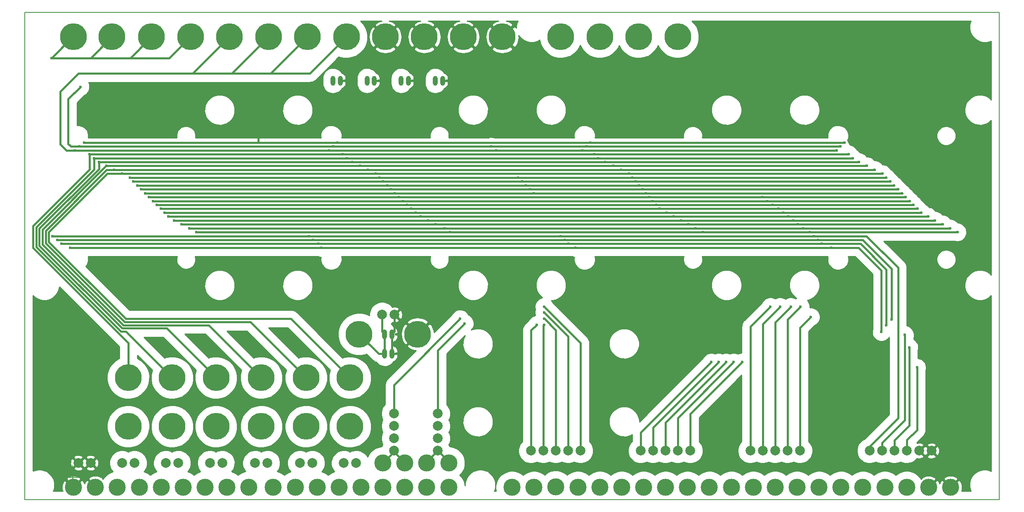
<source format=gbl>
G04 #@! TF.FileFunction,Copper,L2,Bot,Signal*
%FSLAX46Y46*%
G04 Gerber Fmt 4.6, Leading zero omitted, Abs format (unit mm)*
G04 Created by KiCad (PCBNEW 4.0.2-stable) date 04/04/2016 13:35:59*
%MOMM*%
G01*
G04 APERTURE LIST*
%ADD10C,0.100000*%
%ADD11C,0.150000*%
%ADD12C,3.500000*%
%ADD13C,2.000000*%
%ADD14C,5.500000*%
%ADD15O,1.000000X2.000000*%
%ADD16C,0.600000*%
%ADD17C,0.400000*%
%ADD18C,0.250000*%
G04 APERTURE END LIST*
D10*
D11*
X29516666Y52500000D02*
G75*
G03X29516666Y52500000I-1666666J0D01*
G01*
X25350000Y52500000D02*
X30350000Y52500000D01*
X27850000Y55000000D02*
X27850000Y50000000D01*
X18000000Y48000000D02*
X18000000Y148000000D01*
X218000000Y48000000D02*
X18000000Y48000000D01*
X218000000Y148000000D02*
X218000000Y48000000D01*
X18000000Y148000000D02*
X218000000Y148000000D01*
D12*
X203500000Y50500000D03*
X28000000Y50500000D03*
X208000000Y50500000D03*
X32500000Y50500000D03*
D13*
X204080000Y58000000D03*
X201540000Y58000000D03*
X28980000Y55500000D03*
X31520000Y55500000D03*
D12*
X37000000Y50500000D03*
X41500000Y50500000D03*
D13*
X40520000Y55500000D03*
X37980000Y55500000D03*
D14*
X39250000Y63000000D03*
X39250000Y73000000D03*
X116000000Y143000000D03*
X100000000Y143000000D03*
X92000000Y143000000D03*
X108000000Y143000000D03*
X28000000Y143000000D03*
X52000000Y143000000D03*
X35900000Y143000000D03*
X44000000Y143000000D03*
D13*
X93750000Y58000000D03*
X93750000Y65620000D03*
X93750000Y63080000D03*
X93750000Y60540000D03*
D12*
X96000000Y55500000D03*
X91500000Y55500000D03*
X91500000Y50500000D03*
X96000000Y50500000D03*
X50500000Y50500000D03*
X46000000Y50500000D03*
D13*
X46980000Y55500000D03*
X49520000Y55500000D03*
D14*
X48250000Y73000000D03*
X48250000Y63000000D03*
D12*
X55000000Y50500000D03*
X59500000Y50500000D03*
D13*
X55980000Y55500000D03*
X58520000Y55500000D03*
D14*
X57250000Y73000000D03*
X57250000Y63000000D03*
X68000000Y143000000D03*
X84000000Y143000000D03*
X76000000Y143000000D03*
X60000000Y143000000D03*
D13*
X102750000Y63080000D03*
X102750000Y65620000D03*
X102750000Y58000000D03*
X102750000Y60540000D03*
D12*
X105000000Y55500000D03*
X105000000Y50500000D03*
X100500000Y55500000D03*
X100500000Y50500000D03*
X64000000Y50500000D03*
X69000000Y50500000D03*
D13*
X67820000Y55500000D03*
X65280000Y55500000D03*
D14*
X66550000Y63000000D03*
X66550000Y73000000D03*
D12*
X73500000Y50500000D03*
X78000000Y50500000D03*
D13*
X77020000Y55500000D03*
X74480000Y55500000D03*
D14*
X75750000Y73000000D03*
X75750000Y63000000D03*
D13*
X199000000Y58000000D03*
D12*
X199000000Y50500000D03*
D13*
X196460000Y58000000D03*
D12*
X194500000Y50500000D03*
D13*
X193920000Y58000000D03*
D12*
X190000000Y50500000D03*
D13*
X191380000Y58000000D03*
D12*
X185500000Y50500000D03*
X82500000Y50500000D03*
X87000000Y50500000D03*
D13*
X83480000Y55500000D03*
X86020000Y55500000D03*
D14*
X84750000Y73000000D03*
X84750000Y63000000D03*
D13*
X177080000Y58000000D03*
D12*
X181000000Y50500000D03*
D13*
X174540000Y58000000D03*
D12*
X176500000Y50500000D03*
D13*
X172000000Y58000000D03*
D12*
X172000000Y50500000D03*
D13*
X169460000Y58000000D03*
D12*
X167500000Y50500000D03*
X118000000Y50500000D03*
D13*
X121920000Y58000000D03*
X166920000Y58000000D03*
D12*
X163000000Y50500000D03*
X122500000Y50500000D03*
D13*
X124460000Y58000000D03*
X154580000Y58000000D03*
D12*
X158500000Y50500000D03*
X127000000Y50600000D03*
D13*
X127000000Y58000000D03*
X152040000Y58000000D03*
D12*
X154000000Y50500000D03*
D13*
X149500000Y58000000D03*
D12*
X149500000Y50500000D03*
X131500000Y50500000D03*
D13*
X129540000Y58000000D03*
X146960000Y58000000D03*
D12*
X145000000Y50500000D03*
X136000000Y50500000D03*
D13*
X132080000Y58000000D03*
X144420000Y58000000D03*
D12*
X140500000Y50500000D03*
D14*
X128000000Y143000000D03*
D15*
X81250000Y134000000D03*
X82750000Y134000000D03*
D14*
X136000000Y143000000D03*
D15*
X88250000Y134000000D03*
X89750000Y134000000D03*
D14*
X152000000Y143000000D03*
D15*
X102250000Y134000000D03*
X103750000Y134000000D03*
D14*
X144000000Y143000000D03*
D15*
X95250000Y134000000D03*
X96750000Y134000000D03*
D13*
X91350000Y85950000D03*
D15*
X91870000Y81950000D03*
X93370000Y81950000D03*
D13*
X93890000Y85950000D03*
D15*
X91870000Y77950000D03*
X93370000Y77950000D03*
D14*
X86620000Y81950000D03*
X98620000Y81950000D03*
D16*
X31300000Y118900000D03*
X83300000Y118900000D03*
X187100000Y118900000D03*
X134900000Y118900000D03*
X32200000Y118100000D03*
X84150000Y118100000D03*
X187900000Y118100000D03*
X135700000Y118100000D03*
X33200000Y117300000D03*
X85200000Y117300000D03*
X189200000Y117300000D03*
X137100000Y117300000D03*
X34800000Y116500000D03*
X86800000Y116500000D03*
X190800000Y116500000D03*
X138800000Y116500000D03*
X36350000Y115700000D03*
X88450000Y115700000D03*
X192400000Y115700000D03*
X140400000Y115700000D03*
X38000000Y114900000D03*
X90050000Y114900000D03*
X194000000Y114900000D03*
X142000000Y114900000D03*
X39550000Y114100000D03*
X90800000Y114100000D03*
X123100000Y83900000D03*
X119300000Y114100000D03*
X194800000Y114100000D03*
X142700000Y114100000D03*
X40300000Y113300000D03*
X91600000Y113300000D03*
X124600000Y83900000D03*
X120100000Y113300000D03*
X195600000Y113300000D03*
X143400000Y113300000D03*
X41100000Y112500000D03*
X92400000Y112500000D03*
X124600000Y85100000D03*
X120900000Y112500000D03*
X196400000Y112500000D03*
X144100000Y112500000D03*
X41900000Y111700000D03*
X93150000Y111700000D03*
X124600000Y86400000D03*
X121700000Y111700000D03*
X197200000Y111700000D03*
X144800000Y111700000D03*
X42700000Y110900000D03*
X93950000Y110900000D03*
X124600000Y87600000D03*
X122500000Y110900000D03*
X198000000Y110900000D03*
X145500000Y110900000D03*
X44300000Y109300000D03*
X95600000Y109300000D03*
X158900000Y76200000D03*
X170400000Y109300000D03*
X199600000Y109300000D03*
X146900000Y109300000D03*
X43500000Y110100000D03*
X94800000Y110100000D03*
X160400000Y76200000D03*
X169400000Y110100000D03*
X198800000Y110100000D03*
X146200000Y110100000D03*
X45100000Y108500000D03*
X96450000Y108500000D03*
X161900000Y76200000D03*
X171500000Y108500000D03*
X200400000Y108500000D03*
X147600000Y108500000D03*
X45900000Y107700000D03*
X97350000Y107700000D03*
X163500000Y76200000D03*
X172700000Y107700000D03*
X201200000Y107700000D03*
X148300000Y107700000D03*
X46700000Y106900000D03*
X98250000Y106900000D03*
X165200000Y76200000D03*
X173700000Y106900000D03*
X202000000Y106900000D03*
X149700000Y106900000D03*
X47500000Y106100000D03*
X99300000Y106100000D03*
X174700000Y106100000D03*
X171000000Y87600000D03*
X203400000Y106100000D03*
X151200000Y106100000D03*
X48650000Y105300000D03*
X100800000Y105300000D03*
X175700000Y105300000D03*
X173000000Y87600000D03*
X204800000Y105300000D03*
X152700000Y105300000D03*
X50150000Y104500000D03*
X102300000Y104500000D03*
X176700000Y104500000D03*
X175200000Y87600000D03*
X206400000Y104500000D03*
X154200000Y104500000D03*
X51750000Y103700000D03*
X104150000Y103700000D03*
X177800000Y103700000D03*
X177200000Y87600000D03*
X207900000Y103700000D03*
X155700000Y103700000D03*
X53250000Y102900000D03*
X105250000Y102900000D03*
X179100000Y102900000D03*
X179300000Y85500000D03*
X209400000Y102900000D03*
X157200000Y102900000D03*
X23700000Y102100000D03*
X76300000Y102100000D03*
X180000000Y102100000D03*
X128000000Y102100000D03*
X24650000Y101300000D03*
X77150000Y101300000D03*
X195900000Y85000000D03*
X198600000Y81800000D03*
X180800000Y101300000D03*
X128800000Y101300000D03*
X25550000Y100500000D03*
X78300000Y100500000D03*
X194800000Y83800000D03*
X199500000Y79200000D03*
X181600000Y100500000D03*
X129600000Y100500000D03*
X27350000Y99700000D03*
X78900000Y99700000D03*
X193800000Y82400000D03*
X201100000Y75100000D03*
X183500000Y99700000D03*
X131000000Y99700000D03*
X114750000Y119700000D03*
X108250000Y84150000D03*
X28350000Y119700000D03*
X80500000Y119700000D03*
X184600000Y119700000D03*
X132500000Y119700000D03*
X113800000Y120500000D03*
X107350000Y85100000D03*
X23500000Y138650000D03*
X29400000Y132750000D03*
X29300000Y120500000D03*
X81300000Y120500000D03*
X185400000Y120500000D03*
X133300000Y120500000D03*
X30200000Y121300000D03*
X82200000Y121300000D03*
X186200000Y121300000D03*
X134100000Y121300000D03*
D17*
X31300000Y118900000D02*
X31300000Y115800000D01*
X39250000Y80100000D02*
X39250000Y73000000D01*
X19700000Y99650000D02*
X39250000Y80100000D01*
X19700000Y104200000D02*
X19700000Y99650000D01*
X31300000Y115800000D02*
X19700000Y104200000D01*
X118100000Y118900000D02*
X83300000Y118900000D01*
X83300000Y118900000D02*
X31300000Y118900000D01*
X140700000Y118900000D02*
X187100000Y118900000D01*
X140700000Y118900000D02*
X134900000Y118900000D01*
X118000000Y118900000D02*
X118100000Y118900000D01*
X118100000Y118900000D02*
X134900000Y118900000D01*
X37980000Y61730000D02*
X39250000Y63000000D01*
X40520000Y61730000D02*
X39250000Y63000000D01*
X32200000Y118100000D02*
X32200000Y115800000D01*
X38750000Y82500000D02*
X48250000Y73000000D01*
X37750000Y82500000D02*
X38750000Y82500000D01*
X20350000Y99900000D02*
X37750000Y82500000D01*
X20350000Y103950000D02*
X20350000Y99900000D01*
X32200000Y115800000D02*
X20350000Y103950000D01*
X32200000Y118100000D02*
X84150000Y118100000D01*
X84150000Y118100000D02*
X117800000Y118100000D01*
X117800000Y118100000D02*
X135700000Y118100000D01*
X141700000Y118100000D02*
X187900000Y118100000D01*
X141700000Y118100000D02*
X135700000Y118100000D01*
X49520000Y61730000D02*
X48250000Y63000000D01*
X46980000Y61730000D02*
X48250000Y63000000D01*
X33200000Y117300000D02*
X33200000Y115900000D01*
X47100000Y83150000D02*
X57250000Y73000000D01*
X38000000Y83150000D02*
X47100000Y83150000D01*
X21000000Y100150000D02*
X38000000Y83150000D01*
X21000000Y103700000D02*
X21000000Y100150000D01*
X33200000Y115900000D02*
X21000000Y103700000D01*
X33200000Y117300000D02*
X85200000Y117300000D01*
X85200000Y117300000D02*
X117600000Y117300000D01*
X136400000Y117300000D02*
X117600000Y117300000D01*
X136400000Y117300000D02*
X137100000Y117300000D01*
X142500000Y117300000D02*
X137100000Y117300000D01*
X189200000Y117300000D02*
X142500000Y117300000D01*
X58520000Y61730000D02*
X57250000Y63000000D01*
X55980000Y61730000D02*
X57250000Y63000000D01*
X34800000Y116500000D02*
X34700000Y116500000D01*
X55750000Y83800000D02*
X66550000Y73000000D01*
X38250000Y83800000D02*
X55750000Y83800000D01*
X21650000Y100400000D02*
X38250000Y83800000D01*
X21650000Y103450000D02*
X21650000Y100400000D01*
X34700000Y116500000D02*
X21650000Y103450000D01*
X34800000Y116500000D02*
X86800000Y116500000D01*
X86800000Y116500000D02*
X116600000Y116500000D01*
X116600000Y116500000D02*
X138800000Y116500000D01*
X190800000Y116500000D02*
X143400000Y116500000D01*
X143400000Y116500000D02*
X138800000Y116500000D01*
X67820000Y61730000D02*
X66550000Y63000000D01*
X65280000Y61730000D02*
X66550000Y63000000D01*
X36350000Y115700000D02*
X34800000Y115700000D01*
X64300000Y84450000D02*
X75750000Y73000000D01*
X38500000Y84450000D02*
X64300000Y84450000D01*
X22300000Y100650000D02*
X38500000Y84450000D01*
X22300000Y103200000D02*
X22300000Y100650000D01*
X34800000Y115700000D02*
X22300000Y103200000D01*
X36350000Y115700000D02*
X88450000Y115700000D01*
X88450000Y115700000D02*
X117000000Y115700000D01*
X117000000Y115700000D02*
X140400000Y115700000D01*
X140400000Y115700000D02*
X144300000Y115700000D01*
X144300000Y115700000D02*
X192400000Y115700000D01*
X77020000Y61730000D02*
X75750000Y63000000D01*
X74480000Y61730000D02*
X75750000Y63000000D01*
X38000000Y114900000D02*
X34900000Y114900000D01*
X72650000Y85100000D02*
X84750000Y73000000D01*
X38750000Y85100000D02*
X72650000Y85100000D01*
X22950000Y100900000D02*
X38750000Y85100000D01*
X22950000Y102950000D02*
X22950000Y100900000D01*
X34900000Y114900000D02*
X22950000Y102950000D01*
X38000000Y114900000D02*
X90050000Y114900000D01*
X90050000Y114900000D02*
X117100000Y114900000D01*
X117100000Y114900000D02*
X142000000Y114900000D01*
X145100000Y114900000D02*
X194000000Y114900000D01*
X145100000Y114900000D02*
X142000000Y114900000D01*
X86020000Y61730000D02*
X84750000Y63000000D01*
X83480000Y61730000D02*
X84750000Y63000000D01*
X121920000Y58000000D02*
X121920000Y82720000D01*
X121920000Y82720000D02*
X123100000Y83900000D01*
X116700000Y114100000D02*
X90800000Y114100000D01*
X90800000Y114100000D02*
X39550000Y114100000D01*
X119300000Y114100000D02*
X116700000Y114100000D01*
X142700000Y114100000D02*
X119300000Y114100000D01*
X142700000Y114100000D02*
X145800000Y114100000D01*
X145800000Y114100000D02*
X194800000Y114100000D01*
X124460000Y58000000D02*
X124460000Y83760000D01*
X124460000Y83760000D02*
X124600000Y83900000D01*
X116800000Y113300000D02*
X91600000Y113300000D01*
X91600000Y113300000D02*
X40300000Y113300000D01*
X146500000Y113300000D02*
X143400000Y113300000D01*
X195600000Y113300000D02*
X146500000Y113300000D01*
X143400000Y113300000D02*
X120100000Y113300000D01*
X120100000Y113300000D02*
X116800000Y113300000D01*
X116800000Y113300000D02*
X116800000Y113300000D01*
X127000000Y58000000D02*
X127000000Y82800000D01*
X127000000Y82800000D02*
X124700000Y85100000D01*
X124700000Y85100000D02*
X124600000Y85100000D01*
X115800000Y112500000D02*
X92400000Y112500000D01*
X92400000Y112500000D02*
X41100000Y112500000D01*
X196400000Y112500000D02*
X144100000Y112500000D01*
X144100000Y112500000D02*
X131500000Y112500000D01*
X131500000Y112500000D02*
X120900000Y112500000D01*
X120900000Y112500000D02*
X115800000Y112500000D01*
X115800000Y112500000D02*
X115700000Y112500000D01*
X129540000Y58000000D02*
X129540000Y81460000D01*
X129540000Y81460000D02*
X124600000Y86400000D01*
X41900000Y111700000D02*
X93150000Y111700000D01*
X93150000Y111700000D02*
X115100000Y111700000D01*
X115100000Y111700000D02*
X121700000Y111700000D01*
X130400000Y111700000D02*
X144800000Y111700000D01*
X121700000Y111700000D02*
X130400000Y111700000D01*
X197200000Y111700000D02*
X180300000Y111700000D01*
X180300000Y111700000D02*
X144800000Y111700000D01*
X132080000Y58000000D02*
X132080000Y80120000D01*
X132080000Y80120000D02*
X124600000Y87600000D01*
X42700000Y110900000D02*
X93950000Y110900000D01*
X93950000Y110900000D02*
X114600000Y110900000D01*
X114600000Y110900000D02*
X122500000Y110900000D01*
X122500000Y110900000D02*
X145500000Y110900000D01*
D18*
X198000000Y110900000D02*
X198100000Y110900000D01*
D17*
X147300000Y110900000D02*
X198100000Y110900000D01*
X147300000Y110900000D02*
X147200000Y110900000D01*
X145500000Y110900000D02*
X147200000Y110900000D01*
D18*
X147200000Y110900000D02*
X147200000Y110800000D01*
X147200000Y110800000D02*
X147200000Y110900000D01*
D17*
X44300000Y109300000D02*
X95600000Y109300000D01*
X95600000Y109300000D02*
X112700000Y109300000D01*
X112700000Y109300000D02*
X146900000Y109300000D01*
X144420000Y58000000D02*
X144420000Y61720000D01*
X144420000Y61720000D02*
X158900000Y76200000D01*
X170400000Y109300000D02*
X170600000Y109300000D01*
X198000000Y109300000D02*
X199600000Y109300000D01*
X170600000Y109300000D02*
X198000000Y109300000D01*
X148600000Y109300000D02*
X170600000Y109300000D01*
X148600000Y109300000D02*
X146900000Y109300000D01*
X43500000Y110100000D02*
X94800000Y110100000D01*
X94800000Y110100000D02*
X113100000Y110100000D01*
X113100000Y110100000D02*
X146200000Y110100000D01*
X146960000Y62760000D02*
X160400000Y76200000D01*
X146960000Y58000000D02*
X146960000Y62760000D01*
X198000000Y110100000D02*
X198800000Y110100000D01*
X169400000Y110100000D02*
X198000000Y110100000D01*
X147900000Y110100000D02*
X169400000Y110100000D01*
X147900000Y110100000D02*
X146200000Y110100000D01*
X45100000Y108500000D02*
X96450000Y108500000D01*
X96450000Y108500000D02*
X112800000Y108500000D01*
X112800000Y108500000D02*
X147600000Y108500000D01*
X149500000Y58000000D02*
X149500000Y63800000D01*
X149500000Y63800000D02*
X161900000Y76200000D01*
X198100000Y108500000D02*
X200400000Y108500000D01*
X198100000Y108500000D02*
X171500000Y108500000D01*
X171500000Y108500000D02*
X149300000Y108500000D01*
X149300000Y108500000D02*
X147600000Y108500000D01*
X198000000Y108500000D02*
X198100000Y108500000D01*
X45900000Y107700000D02*
X97350000Y107700000D01*
X97350000Y107700000D02*
X111700000Y107700000D01*
X111700000Y107700000D02*
X148300000Y107700000D01*
X152040000Y58000000D02*
X152040000Y64740000D01*
X152040000Y64740000D02*
X163500000Y76200000D01*
X201200000Y107700000D02*
X201000000Y107700000D01*
X201000000Y107700000D02*
X198100000Y107700000D01*
X198100000Y107700000D02*
X172700000Y107700000D01*
X172700000Y107700000D02*
X150000000Y107700000D01*
X150000000Y107700000D02*
X148300000Y107700000D01*
X198000000Y107700000D02*
X198100000Y107700000D01*
X110300000Y106900000D02*
X98250000Y106900000D01*
X98250000Y106900000D02*
X46700000Y106900000D01*
X149700000Y106900000D02*
X110300000Y106900000D01*
X154580000Y58000000D02*
X154580000Y65580000D01*
X154580000Y65580000D02*
X165200000Y76200000D01*
X200800000Y106900000D02*
X202000000Y106900000D01*
X149700000Y106900000D02*
X153200000Y106900000D01*
X153200000Y106900000D02*
X173700000Y106900000D01*
X173700000Y106900000D02*
X198000000Y106900000D01*
X198000000Y106900000D02*
X200800000Y106900000D01*
X200800000Y106900000D02*
X200800000Y106900000D01*
X109500000Y106100000D02*
X99300000Y106100000D01*
X99300000Y106100000D02*
X47500000Y106100000D01*
X171000000Y87600000D02*
X166920000Y83520000D01*
X166920000Y58000000D02*
X166920000Y83520000D01*
X201100000Y106100000D02*
X203400000Y106100000D01*
X174700000Y106100000D02*
X198000000Y106100000D01*
X198000000Y106100000D02*
X201100000Y106100000D01*
X155900000Y106100000D02*
X174700000Y106100000D01*
X151200000Y106100000D02*
X154600000Y106100000D01*
X154600000Y106100000D02*
X155900000Y106100000D01*
X109300000Y106100000D02*
X109500000Y106100000D01*
X109500000Y106100000D02*
X151200000Y106100000D01*
X108600000Y105300000D02*
X100800000Y105300000D01*
X100800000Y105300000D02*
X48650000Y105300000D01*
X152700000Y105300000D02*
X108600000Y105300000D01*
X173000000Y87600000D02*
X169460000Y84060000D01*
X169460000Y58000000D02*
X169460000Y84060000D01*
X201100000Y105300000D02*
X204800000Y105300000D01*
X175700000Y105300000D02*
X198000000Y105300000D01*
X198000000Y105300000D02*
X201100000Y105300000D01*
X156400000Y105300000D02*
X175700000Y105300000D01*
X152700000Y105300000D02*
X156400000Y105300000D01*
X50150000Y104500000D02*
X102300000Y104500000D01*
X102300000Y104500000D02*
X109000000Y104500000D01*
X109000000Y104500000D02*
X154200000Y104500000D01*
X175200000Y87600000D02*
X172000000Y84400000D01*
X172000000Y58000000D02*
X172000000Y84400000D01*
X206400000Y104500000D02*
X201100000Y104500000D01*
X176700000Y104500000D02*
X198000000Y104500000D01*
X198000000Y104500000D02*
X201100000Y104500000D01*
X158100000Y104500000D02*
X176700000Y104500000D01*
X158100000Y104500000D02*
X154200000Y104500000D01*
X51750000Y103700000D02*
X104150000Y103700000D01*
X104150000Y103700000D02*
X111000000Y103700000D01*
X111000000Y103700000D02*
X155700000Y103700000D01*
X177200000Y87600000D02*
X174540000Y84940000D01*
X174540000Y58000000D02*
X174540000Y84940000D01*
X207900000Y103700000D02*
X201300000Y103700000D01*
X177800000Y103700000D02*
X197900000Y103700000D01*
X197900000Y103700000D02*
X201300000Y103700000D01*
X158800000Y103700000D02*
X177800000Y103700000D01*
X158800000Y103700000D02*
X155700000Y103700000D01*
X53250000Y102900000D02*
X105250000Y102900000D01*
X105250000Y102900000D02*
X114100000Y102900000D01*
X114100000Y102900000D02*
X157200000Y102900000D01*
X179300000Y85500000D02*
X177080000Y83280000D01*
X177080000Y58000000D02*
X177080000Y83280000D01*
X201400000Y102900000D02*
X209400000Y102900000D01*
X179100000Y102900000D02*
X197900000Y102900000D01*
X197900000Y102900000D02*
X201400000Y102900000D01*
X159500000Y102900000D02*
X179100000Y102900000D01*
X157200000Y102900000D02*
X159500000Y102900000D01*
X23700000Y102100000D02*
X76300000Y102100000D01*
X76300000Y102100000D02*
X111400000Y102100000D01*
X111400000Y102100000D02*
X128000000Y102100000D01*
X191380000Y58000000D02*
X191380000Y58880000D01*
X191380000Y58880000D02*
X197200000Y64700000D01*
X190700000Y102100000D02*
X180000000Y102100000D01*
X197200000Y95600000D02*
X190700000Y102100000D01*
X197200000Y64700000D02*
X197200000Y95600000D01*
X160200000Y102100000D02*
X180000000Y102100000D01*
X129500000Y102100000D02*
X160200000Y102100000D01*
X129500000Y102100000D02*
X128000000Y102100000D01*
X24650000Y101300000D02*
X77150000Y101300000D01*
X77150000Y101300000D02*
X111400000Y101300000D01*
X111400000Y101300000D02*
X128800000Y101300000D01*
X180800000Y101300000D02*
X190000000Y101300000D01*
X190000000Y101300000D02*
X195900000Y95400000D01*
X195900000Y95400000D02*
X195900000Y85000000D01*
X198600000Y81800000D02*
X198600000Y67100000D01*
X198600000Y67100000D02*
X198600000Y64300000D01*
X198600000Y64300000D02*
X193920000Y59620000D01*
X193920000Y59620000D02*
X193920000Y58000000D01*
X160900000Y101300000D02*
X180800000Y101300000D01*
X160900000Y101300000D02*
X128800000Y101300000D01*
X25550000Y100500000D02*
X78300000Y100500000D01*
X78300000Y100500000D02*
X110400000Y100500000D01*
X128300000Y100500000D02*
X129600000Y100500000D01*
X110400000Y100500000D02*
X128300000Y100500000D01*
X181600000Y100500000D02*
X189500000Y100500000D01*
X189500000Y100500000D02*
X194800000Y95200000D01*
X194800000Y95200000D02*
X194800000Y83800000D01*
X199500000Y79200000D02*
X199500000Y63900000D01*
X199500000Y63900000D02*
X199500000Y63200000D01*
X199500000Y63200000D02*
X196460000Y60160000D01*
X196460000Y60160000D02*
X196460000Y58000000D01*
X161600000Y100500000D02*
X181600000Y100500000D01*
X161600000Y100500000D02*
X129600000Y100500000D01*
X27350000Y99700000D02*
X78900000Y99700000D01*
X78900000Y99700000D02*
X109700000Y99700000D01*
X109700000Y99700000D02*
X131000000Y99700000D01*
X183500000Y99700000D02*
X189100000Y99700000D01*
X189100000Y99700000D02*
X193800000Y95000000D01*
X193800000Y95000000D02*
X193800000Y82400000D01*
X201100000Y75100000D02*
X201100000Y62300000D01*
X201100000Y62300000D02*
X199000000Y60200000D01*
X199000000Y60200000D02*
X199000000Y58000000D01*
X183500000Y99700000D02*
X131000000Y99700000D01*
X102750000Y65620000D02*
X102750000Y78650000D01*
X108250000Y84150000D02*
X102750000Y78650000D01*
X67500000Y135500000D02*
X76500000Y135500000D01*
X76500000Y135500000D02*
X84000000Y143000000D01*
X60150000Y135500000D02*
X67500000Y135500000D01*
X67500000Y135500000D02*
X68500000Y135500000D01*
X68500000Y135500000D02*
X76000000Y143000000D01*
X52100000Y135500000D02*
X60150000Y135500000D01*
X60150000Y135500000D02*
X60500000Y135500000D01*
X60500000Y135500000D02*
X68000000Y143000000D01*
X28350000Y119700000D02*
X26550000Y119700000D01*
X52500000Y135500000D02*
X60000000Y143000000D01*
X29000000Y135500000D02*
X52100000Y135500000D01*
X52100000Y135500000D02*
X52500000Y135500000D01*
X25300000Y131800000D02*
X29000000Y135500000D01*
X25300000Y120950000D02*
X25300000Y131800000D01*
X26550000Y119700000D02*
X25300000Y120950000D01*
X118000000Y119700000D02*
X114750000Y119700000D01*
X132500000Y119700000D02*
X118000000Y119700000D01*
X114750000Y119700000D02*
X80500000Y119700000D01*
X80500000Y119700000D02*
X28350000Y119700000D01*
X138300000Y119700000D02*
X184600000Y119700000D01*
X138300000Y119700000D02*
X132500000Y119700000D01*
X105000000Y55750000D02*
X102750000Y58000000D01*
X100500000Y55750000D02*
X102750000Y58000000D01*
X93750000Y65620000D02*
X93750000Y71500000D01*
X107350000Y85100000D02*
X93750000Y71500000D01*
X39400000Y138650000D02*
X47650000Y138650000D01*
X47650000Y138650000D02*
X52000000Y143000000D01*
X30900000Y138650000D02*
X39400000Y138650000D01*
X39400000Y138650000D02*
X39650000Y138650000D01*
X39650000Y138650000D02*
X44000000Y143000000D01*
X23500000Y138650000D02*
X30900000Y138650000D01*
X30900000Y138650000D02*
X31550000Y138650000D01*
X31550000Y138650000D02*
X35900000Y143000000D01*
X29300000Y120500000D02*
X27450000Y120500000D01*
X23500000Y138650000D02*
X27850000Y143000000D01*
X26900000Y130250000D02*
X29400000Y132750000D01*
X26900000Y121050000D02*
X26900000Y130250000D01*
X27450000Y120500000D02*
X26900000Y121050000D01*
X27850000Y143000000D02*
X28000000Y143000000D01*
X29300000Y120500000D02*
X81300000Y120500000D01*
X81300000Y120500000D02*
X113800000Y120500000D01*
X113800000Y120500000D02*
X118000000Y120500000D01*
X118000000Y120500000D02*
X133200000Y120500000D01*
X133200000Y120500000D02*
X185400000Y120500000D01*
X133300000Y120500000D02*
X133200000Y120500000D01*
X93750000Y58000000D02*
X93750000Y57750000D01*
X93750000Y57750000D02*
X96000000Y55500000D01*
X93750000Y57750000D02*
X91500000Y55500000D01*
X93370000Y77950000D02*
X94620000Y77950000D01*
X94620000Y77950000D02*
X98620000Y81950000D01*
X93370000Y77950000D02*
X93370000Y81950000D01*
X93890000Y85950000D02*
X93890000Y82470000D01*
X93890000Y82470000D02*
X93370000Y81950000D01*
X65900000Y121300000D02*
X65900000Y122750000D01*
X103750000Y134000000D02*
X104550000Y134000000D01*
X96750000Y134000000D02*
X97550000Y134000000D01*
X97550000Y134000000D02*
X97650000Y134100000D01*
X89750000Y134000000D02*
X90400000Y134000000D01*
X90400000Y134000000D02*
X90450000Y133950000D01*
X82750000Y134000000D02*
X83400000Y134000000D01*
X103750000Y133350000D02*
X103750000Y134000000D01*
X96750000Y133400000D02*
X96750000Y134000000D01*
X89750000Y133400000D02*
X89750000Y134000000D01*
X82750000Y134000000D02*
X82750000Y133400000D01*
X118200000Y121300000D02*
X82200000Y121300000D01*
X82200000Y121300000D02*
X66150000Y121300000D01*
X66150000Y121300000D02*
X66200000Y121300000D01*
X66200000Y121300000D02*
X65900000Y121300000D01*
X65900000Y121300000D02*
X30200000Y121300000D01*
X134000000Y121300000D02*
X118200000Y121300000D01*
X118200000Y121300000D02*
X118200000Y121300000D01*
X134600000Y121300000D02*
X134000000Y121300000D01*
X186200000Y121300000D02*
X134600000Y121300000D01*
X134100000Y121300000D02*
X134000000Y121300000D01*
X91870000Y77950000D02*
X90620000Y77950000D01*
X90620000Y77950000D02*
X86620000Y81950000D01*
X91870000Y77950000D02*
X91870000Y81950000D01*
X91350000Y85950000D02*
X91350000Y82470000D01*
X91350000Y82470000D02*
X91870000Y81950000D01*
D18*
G36*
X90703242Y146142311D02*
X90115125Y145828948D01*
X90107704Y145823990D01*
X89801215Y145381218D01*
X92000000Y143182434D01*
X94198785Y145381218D01*
X93892296Y145823990D01*
X93305004Y146138896D01*
X92776415Y146300000D01*
X99225538Y146300000D01*
X98703242Y146142311D01*
X98115125Y145828948D01*
X98107704Y145823990D01*
X97801215Y145381218D01*
X100000000Y143182434D01*
X102198785Y145381218D01*
X101892296Y145823990D01*
X101305004Y146138896D01*
X100776415Y146300000D01*
X107225538Y146300000D01*
X106703242Y146142311D01*
X106115125Y145828948D01*
X106107704Y145823990D01*
X105801215Y145381218D01*
X108000000Y143182434D01*
X110198785Y145381218D01*
X109892296Y145823990D01*
X109305004Y146138896D01*
X108776415Y146300000D01*
X115225538Y146300000D01*
X114703242Y146142311D01*
X114115125Y145828948D01*
X114107704Y145823990D01*
X113801215Y145381218D01*
X116000000Y143182434D01*
X118198785Y145381218D01*
X117892296Y145823990D01*
X117305004Y146138896D01*
X116776415Y146300000D01*
X119157100Y146300000D01*
X119006866Y145949478D01*
X118879448Y145350026D01*
X118871830Y144804395D01*
X118828948Y144884875D01*
X118823990Y144892296D01*
X118381218Y145198785D01*
X116182434Y143000000D01*
X118381218Y140801215D01*
X118823990Y141107704D01*
X119138896Y141694996D01*
X119333177Y142332440D01*
X119399365Y142995538D01*
X119368379Y143314441D01*
X119539108Y143049521D01*
X119964825Y142608678D01*
X120468062Y142258919D01*
X121029649Y142013567D01*
X121628197Y141881968D01*
X122240907Y141869134D01*
X122844441Y141975553D01*
X123415810Y142197173D01*
X123669528Y142358187D01*
X123774131Y141788252D01*
X124089975Y140990520D01*
X124554751Y140269329D01*
X125150755Y139652149D01*
X125855286Y139162487D01*
X126641509Y138818995D01*
X127479476Y138634756D01*
X128337270Y138616788D01*
X129182217Y138765775D01*
X129982134Y139076042D01*
X130706552Y139535772D01*
X131327878Y140127453D01*
X131822447Y140828548D01*
X131997995Y141222836D01*
X132089975Y140990520D01*
X132554751Y140269329D01*
X133150755Y139652149D01*
X133855286Y139162487D01*
X134641509Y138818995D01*
X135479476Y138634756D01*
X136337270Y138616788D01*
X137182217Y138765775D01*
X137982134Y139076042D01*
X138706552Y139535772D01*
X139327878Y140127453D01*
X139822447Y140828548D01*
X139997995Y141222836D01*
X140089975Y140990520D01*
X140554751Y140269329D01*
X141150755Y139652149D01*
X141855286Y139162487D01*
X142641509Y138818995D01*
X143479476Y138634756D01*
X144337270Y138616788D01*
X145182217Y138765775D01*
X145982134Y139076042D01*
X146706552Y139535772D01*
X147327878Y140127453D01*
X147822447Y140828548D01*
X147997995Y141222836D01*
X148089975Y140990520D01*
X148554751Y140269329D01*
X149150755Y139652149D01*
X149855286Y139162487D01*
X150641509Y138818995D01*
X151479476Y138634756D01*
X152337270Y138616788D01*
X153182217Y138765775D01*
X153982134Y139076042D01*
X154706552Y139535772D01*
X155327878Y140127453D01*
X155822447Y140828548D01*
X156171419Y141612353D01*
X156361504Y142449014D01*
X156375188Y143428991D01*
X156208538Y144270633D01*
X155881587Y145063876D01*
X155406787Y145778508D01*
X154888923Y146300000D01*
X212157100Y146300000D01*
X212006866Y145949478D01*
X211879448Y145350026D01*
X211870892Y144737241D01*
X211981522Y144134465D01*
X212207125Y143564657D01*
X212539108Y143049521D01*
X212964825Y142608678D01*
X213468062Y142258919D01*
X214029649Y142013567D01*
X214628197Y141881968D01*
X215240907Y141869134D01*
X215844441Y141975553D01*
X216300000Y142152253D01*
X216300000Y130119002D01*
X216001588Y130419505D01*
X215493518Y130762203D01*
X214928559Y130999690D01*
X214328232Y131122919D01*
X213715403Y131127198D01*
X213113414Y131012362D01*
X212545194Y130782786D01*
X212032388Y130447216D01*
X211594528Y130018431D01*
X211248291Y129512765D01*
X211006866Y128949478D01*
X210879448Y128350026D01*
X210870892Y127737241D01*
X210981522Y127134465D01*
X211207125Y126564657D01*
X211539108Y126049521D01*
X211964825Y125608678D01*
X212468062Y125258919D01*
X213029649Y125013567D01*
X213628197Y124881968D01*
X214240907Y124869134D01*
X214844441Y124975553D01*
X215415810Y125197173D01*
X215933252Y125525551D01*
X216300000Y125874801D01*
X216300000Y94119002D01*
X216001588Y94419505D01*
X215493518Y94762203D01*
X214928559Y94999690D01*
X214328232Y95122919D01*
X213715403Y95127198D01*
X213113414Y95012362D01*
X212545194Y94782786D01*
X212032388Y94447216D01*
X211594528Y94018431D01*
X211248291Y93512765D01*
X211006866Y92949478D01*
X210879448Y92350026D01*
X210870892Y91737241D01*
X210981522Y91134465D01*
X211207125Y90564657D01*
X211539108Y90049521D01*
X211964825Y89608678D01*
X212468062Y89258919D01*
X213029649Y89013567D01*
X213628197Y88881968D01*
X214240907Y88869134D01*
X214844441Y88975553D01*
X215415810Y89197173D01*
X215933252Y89525551D01*
X216300000Y89874801D01*
X216300000Y53843551D01*
X215928559Y53999690D01*
X215328232Y54122919D01*
X214715403Y54127198D01*
X214113414Y54012362D01*
X213545194Y53782786D01*
X213032388Y53447216D01*
X212594528Y53018431D01*
X212248291Y52512765D01*
X212006866Y51949478D01*
X211879448Y51350026D01*
X211870892Y50737241D01*
X211981522Y50134465D01*
X212153539Y49700000D01*
X210249538Y49700000D01*
X210355102Y50067256D01*
X210394273Y50535029D01*
X210341435Y51001455D01*
X210198616Y51448611D01*
X210010227Y51801062D01*
X209669872Y51987439D01*
X208182434Y50500000D01*
X208196576Y50485858D01*
X208014142Y50303424D01*
X208000000Y50317566D01*
X207985858Y50303424D01*
X207803424Y50485858D01*
X207817566Y50500000D01*
X206330128Y51987439D01*
X205989773Y51801062D01*
X205774574Y51383887D01*
X205748387Y51292782D01*
X205698616Y51448611D01*
X205510227Y51801062D01*
X205169872Y51987439D01*
X203682434Y50500000D01*
X203696576Y50485858D01*
X203514142Y50303424D01*
X203500000Y50317566D01*
X203485858Y50303424D01*
X203303424Y50485858D01*
X203317566Y50500000D01*
X203303424Y50514142D01*
X203485858Y50696576D01*
X203500000Y50682434D01*
X204987439Y52169872D01*
X206512561Y52169872D01*
X208000000Y50682434D01*
X209487439Y52169872D01*
X209301062Y52510227D01*
X208883887Y52725426D01*
X208432744Y52855102D01*
X207964971Y52894273D01*
X207498545Y52841435D01*
X207051389Y52698616D01*
X206698938Y52510227D01*
X206512561Y52169872D01*
X204987439Y52169872D01*
X204801062Y52510227D01*
X204383887Y52725426D01*
X203932744Y52855102D01*
X203464971Y52894273D01*
X202998545Y52841435D01*
X202551389Y52698616D01*
X202198938Y52510227D01*
X202012562Y52169875D01*
X201898458Y52283979D01*
X201879500Y52265021D01*
X201628092Y52643420D01*
X201161715Y53113065D01*
X200612999Y53483179D01*
X200002844Y53739664D01*
X199354491Y53872752D01*
X198692635Y53877373D01*
X198042487Y53753350D01*
X197428810Y53505409D01*
X196874980Y53142992D01*
X196751792Y53022357D01*
X196661715Y53113065D01*
X196112999Y53483179D01*
X195502844Y53739664D01*
X194854491Y53872752D01*
X194192635Y53877373D01*
X193542487Y53753350D01*
X192928810Y53505409D01*
X192374980Y53142992D01*
X192251792Y53022357D01*
X192161715Y53113065D01*
X191612999Y53483179D01*
X191002844Y53739664D01*
X190354491Y53872752D01*
X189692635Y53877373D01*
X189042487Y53753350D01*
X188428810Y53505409D01*
X187874980Y53142992D01*
X187751792Y53022357D01*
X187661715Y53113065D01*
X187112999Y53483179D01*
X186502844Y53739664D01*
X185854491Y53872752D01*
X185192635Y53877373D01*
X184542487Y53753350D01*
X183928810Y53505409D01*
X183374980Y53142992D01*
X183251792Y53022357D01*
X183161715Y53113065D01*
X182612999Y53483179D01*
X182002844Y53739664D01*
X181354491Y53872752D01*
X180692635Y53877373D01*
X180042487Y53753350D01*
X179428810Y53505409D01*
X178874980Y53142992D01*
X178751792Y53022357D01*
X178661715Y53113065D01*
X178112999Y53483179D01*
X177502844Y53739664D01*
X176854491Y53872752D01*
X176192635Y53877373D01*
X175542487Y53753350D01*
X174928810Y53505409D01*
X174374980Y53142992D01*
X174251792Y53022357D01*
X174161715Y53113065D01*
X173612999Y53483179D01*
X173002844Y53739664D01*
X172354491Y53872752D01*
X171692635Y53877373D01*
X171042487Y53753350D01*
X170428810Y53505409D01*
X169874980Y53142992D01*
X169751792Y53022357D01*
X169661715Y53113065D01*
X169112999Y53483179D01*
X168502844Y53739664D01*
X167854491Y53872752D01*
X167192635Y53877373D01*
X166542487Y53753350D01*
X165928810Y53505409D01*
X165374980Y53142992D01*
X165251792Y53022357D01*
X165161715Y53113065D01*
X164612999Y53483179D01*
X164002844Y53739664D01*
X163354491Y53872752D01*
X162692635Y53877373D01*
X162042487Y53753350D01*
X161428810Y53505409D01*
X160874980Y53142992D01*
X160751792Y53022357D01*
X160661715Y53113065D01*
X160112999Y53483179D01*
X159502844Y53739664D01*
X158854491Y53872752D01*
X158192635Y53877373D01*
X157542487Y53753350D01*
X156928810Y53505409D01*
X156374980Y53142992D01*
X156251792Y53022357D01*
X156161715Y53113065D01*
X155612999Y53483179D01*
X155002844Y53739664D01*
X154354491Y53872752D01*
X153692635Y53877373D01*
X153042487Y53753350D01*
X152428810Y53505409D01*
X151874980Y53142992D01*
X151751792Y53022357D01*
X151661715Y53113065D01*
X151112999Y53483179D01*
X150502844Y53739664D01*
X149854491Y53872752D01*
X149192635Y53877373D01*
X148542487Y53753350D01*
X147928810Y53505409D01*
X147374980Y53142992D01*
X147251792Y53022357D01*
X147161715Y53113065D01*
X146612999Y53483179D01*
X146002844Y53739664D01*
X145354491Y53872752D01*
X144692635Y53877373D01*
X144042487Y53753350D01*
X143428810Y53505409D01*
X142874980Y53142992D01*
X142751792Y53022357D01*
X142661715Y53113065D01*
X142112999Y53483179D01*
X141502844Y53739664D01*
X140854491Y53872752D01*
X140192635Y53877373D01*
X139542487Y53753350D01*
X138928810Y53505409D01*
X138374980Y53142992D01*
X138251792Y53022357D01*
X138161715Y53113065D01*
X137612999Y53483179D01*
X137002844Y53739664D01*
X136354491Y53872752D01*
X135692635Y53877373D01*
X135042487Y53753350D01*
X134428810Y53505409D01*
X133874980Y53142992D01*
X133751792Y53022357D01*
X133661715Y53113065D01*
X133112999Y53483179D01*
X132502844Y53739664D01*
X131854491Y53872752D01*
X131192635Y53877373D01*
X130542487Y53753350D01*
X129928810Y53505409D01*
X129374980Y53142992D01*
X129302137Y53071659D01*
X129161715Y53213065D01*
X128612999Y53583179D01*
X128002844Y53839664D01*
X127354491Y53972752D01*
X126692635Y53977373D01*
X126042487Y53853350D01*
X125428810Y53605409D01*
X124874980Y53242992D01*
X124701446Y53073055D01*
X124661715Y53113065D01*
X124112999Y53483179D01*
X123502844Y53739664D01*
X122854491Y53872752D01*
X122192635Y53877373D01*
X121542487Y53753350D01*
X120928810Y53505409D01*
X120374980Y53142992D01*
X120251792Y53022357D01*
X120161715Y53113065D01*
X119612999Y53483179D01*
X119002844Y53739664D01*
X118354491Y53872752D01*
X117692635Y53877373D01*
X117042487Y53753350D01*
X116428810Y53505409D01*
X115874980Y53142992D01*
X115402090Y52679905D01*
X115028155Y52133786D01*
X114767416Y51525436D01*
X114629805Y50878028D01*
X114620564Y50216221D01*
X114715308Y49700000D01*
X114342088Y49700000D01*
X114479585Y50008824D01*
X114615360Y50606438D01*
X114625134Y51306422D01*
X114506099Y51907595D01*
X114272562Y52474198D01*
X113933419Y52984648D01*
X113501588Y53419505D01*
X112993518Y53762203D01*
X112428559Y53999690D01*
X111828232Y54122919D01*
X111215403Y54127198D01*
X110613414Y54012362D01*
X110045194Y53782786D01*
X109532388Y53447216D01*
X109094528Y53018431D01*
X108748291Y52512765D01*
X108506866Y51949478D01*
X108379448Y51350026D01*
X108372394Y50844829D01*
X108246586Y51480202D01*
X107994367Y52092133D01*
X107628092Y52643420D01*
X107271544Y53002466D01*
X107567220Y53284035D01*
X107948744Y53824880D01*
X108217952Y54429530D01*
X108364588Y55074954D01*
X108375145Y55830936D01*
X108246586Y56480202D01*
X107994367Y57092133D01*
X107628092Y57643420D01*
X107493175Y57779283D01*
X119291550Y57779283D01*
X119384479Y57272951D01*
X119573986Y56794312D01*
X119852851Y56361598D01*
X120210453Y55991290D01*
X120633172Y55697493D01*
X121104906Y55491397D01*
X121607686Y55380854D01*
X122122362Y55370073D01*
X122629330Y55459465D01*
X123109280Y55645625D01*
X123183737Y55692877D01*
X123644906Y55491397D01*
X124147686Y55380854D01*
X124662362Y55370073D01*
X125169330Y55459465D01*
X125649280Y55645625D01*
X125723737Y55692877D01*
X126184906Y55491397D01*
X126687686Y55380854D01*
X127202362Y55370073D01*
X127709330Y55459465D01*
X128189280Y55645625D01*
X128263737Y55692877D01*
X128724906Y55491397D01*
X129227686Y55380854D01*
X129742362Y55370073D01*
X130249330Y55459465D01*
X130729280Y55645625D01*
X130803737Y55692877D01*
X131264906Y55491397D01*
X131767686Y55380854D01*
X132282362Y55370073D01*
X132789330Y55459465D01*
X133269280Y55645625D01*
X133703931Y55921463D01*
X134076727Y56276472D01*
X134373468Y56697129D01*
X134582851Y57167412D01*
X134696902Y57669408D01*
X134705112Y58257395D01*
X134605123Y58762379D01*
X134408952Y59238326D01*
X134124072Y59667104D01*
X133905000Y59887711D01*
X133905000Y63737241D01*
X137870892Y63737241D01*
X137981522Y63134465D01*
X138207125Y62564657D01*
X138539108Y62049521D01*
X138964825Y61608678D01*
X139468062Y61258919D01*
X140029649Y61013567D01*
X140628197Y60881968D01*
X141240907Y60869134D01*
X141844441Y60975553D01*
X142415810Y61197173D01*
X142595000Y61310890D01*
X142595000Y59887024D01*
X142399404Y59695482D01*
X142108565Y59270722D01*
X141905768Y58797561D01*
X141798737Y58294022D01*
X141791550Y57779283D01*
X141884479Y57272951D01*
X142073986Y56794312D01*
X142352851Y56361598D01*
X142710453Y55991290D01*
X143133172Y55697493D01*
X143604906Y55491397D01*
X144107686Y55380854D01*
X144622362Y55370073D01*
X145129330Y55459465D01*
X145609280Y55645625D01*
X145683737Y55692877D01*
X146144906Y55491397D01*
X146647686Y55380854D01*
X147162362Y55370073D01*
X147669330Y55459465D01*
X148149280Y55645625D01*
X148223737Y55692877D01*
X148684906Y55491397D01*
X149187686Y55380854D01*
X149702362Y55370073D01*
X150209330Y55459465D01*
X150689280Y55645625D01*
X150763737Y55692877D01*
X151224906Y55491397D01*
X151727686Y55380854D01*
X152242362Y55370073D01*
X152749330Y55459465D01*
X153229280Y55645625D01*
X153303737Y55692877D01*
X153764906Y55491397D01*
X154267686Y55380854D01*
X154782362Y55370073D01*
X155289330Y55459465D01*
X155769280Y55645625D01*
X156203931Y55921463D01*
X156576727Y56276472D01*
X156873468Y56697129D01*
X157082851Y57167412D01*
X157196902Y57669408D01*
X157205112Y58257395D01*
X157105123Y58762379D01*
X156908952Y59238326D01*
X156624072Y59667104D01*
X156405000Y59887711D01*
X156405000Y64824060D01*
X165095000Y73514060D01*
X165095000Y59887024D01*
X164899404Y59695482D01*
X164608565Y59270722D01*
X164405768Y58797561D01*
X164298737Y58294022D01*
X164291550Y57779283D01*
X164384479Y57272951D01*
X164573986Y56794312D01*
X164852851Y56361598D01*
X165210453Y55991290D01*
X165633172Y55697493D01*
X166104906Y55491397D01*
X166607686Y55380854D01*
X167122362Y55370073D01*
X167629330Y55459465D01*
X168109280Y55645625D01*
X168183737Y55692877D01*
X168644906Y55491397D01*
X169147686Y55380854D01*
X169662362Y55370073D01*
X170169330Y55459465D01*
X170649280Y55645625D01*
X170723737Y55692877D01*
X171184906Y55491397D01*
X171687686Y55380854D01*
X172202362Y55370073D01*
X172709330Y55459465D01*
X173189280Y55645625D01*
X173263737Y55692877D01*
X173724906Y55491397D01*
X174227686Y55380854D01*
X174742362Y55370073D01*
X175249330Y55459465D01*
X175729280Y55645625D01*
X175803737Y55692877D01*
X176264906Y55491397D01*
X176767686Y55380854D01*
X177282362Y55370073D01*
X177789330Y55459465D01*
X178269280Y55645625D01*
X178703931Y55921463D01*
X179076727Y56276472D01*
X179373468Y56697129D01*
X179582851Y57167412D01*
X179696902Y57669408D01*
X179705112Y58257395D01*
X179605123Y58762379D01*
X179408952Y59238326D01*
X179124072Y59667104D01*
X178905000Y59887711D01*
X178905000Y82524060D01*
X180143158Y83762218D01*
X180172139Y83773459D01*
X180490883Y83975740D01*
X180764266Y84236079D01*
X180981876Y84544561D01*
X181135424Y84889436D01*
X181219061Y85257566D01*
X181225082Y85688756D01*
X181151757Y86059078D01*
X181007898Y86408105D01*
X180798986Y86722543D01*
X180532978Y86990415D01*
X180220007Y87201517D01*
X179871992Y87347808D01*
X179502191Y87423718D01*
X179124688Y87426353D01*
X179120009Y87425460D01*
X179125082Y87788756D01*
X179051757Y88159078D01*
X178907898Y88508105D01*
X178698986Y88822543D01*
X178591356Y88930927D01*
X178844441Y88975553D01*
X179415810Y89197173D01*
X179933252Y89525551D01*
X180377056Y89948180D01*
X180730319Y90448963D01*
X180979585Y91008824D01*
X181115360Y91606438D01*
X181125134Y92306422D01*
X181006099Y92907595D01*
X180772562Y93474198D01*
X180433419Y93984648D01*
X180001588Y94419505D01*
X179493518Y94762203D01*
X178928559Y94999690D01*
X178328232Y95122919D01*
X177715403Y95127198D01*
X177113414Y95012362D01*
X176545194Y94782786D01*
X176032388Y94447216D01*
X175594528Y94018431D01*
X175248291Y93512765D01*
X175006866Y92949478D01*
X174879448Y92350026D01*
X174870892Y91737241D01*
X174981522Y91134465D01*
X175207125Y90564657D01*
X175539108Y90049521D01*
X175964825Y89608678D01*
X176357396Y89335834D01*
X176303840Y89314196D01*
X176200990Y89246893D01*
X176120007Y89301517D01*
X175771992Y89447808D01*
X175402191Y89523718D01*
X175024688Y89526353D01*
X174653863Y89455614D01*
X174303840Y89314196D01*
X174099476Y89180464D01*
X173920007Y89301517D01*
X173571992Y89447808D01*
X173202191Y89523718D01*
X172824688Y89526353D01*
X172453863Y89455614D01*
X172103840Y89314196D01*
X172000990Y89246893D01*
X171920007Y89301517D01*
X171571992Y89447808D01*
X171202191Y89523718D01*
X170824688Y89526353D01*
X170453863Y89455614D01*
X170103840Y89314196D01*
X169787951Y89107484D01*
X169518230Y88843353D01*
X169304948Y88531863D01*
X169270463Y88451403D01*
X165629530Y84810470D01*
X165522541Y84680219D01*
X165414168Y84551065D01*
X165409545Y84542655D01*
X165403453Y84535239D01*
X165323772Y84386636D01*
X165242578Y84238944D01*
X165239678Y84229801D01*
X165235141Y84221340D01*
X165185841Y84060085D01*
X165134881Y83899439D01*
X165133811Y83889903D01*
X165131005Y83880724D01*
X165113966Y83712978D01*
X165095178Y83545481D01*
X165095047Y83526725D01*
X165095011Y83526371D01*
X165095042Y83526041D01*
X165095000Y83520000D01*
X165095000Y78125862D01*
X165024688Y78126353D01*
X164653863Y78055614D01*
X164347694Y77931914D01*
X164071992Y78047808D01*
X163702191Y78123718D01*
X163324688Y78126353D01*
X162953863Y78055614D01*
X162698685Y77952516D01*
X162471992Y78047808D01*
X162102191Y78123718D01*
X161724688Y78126353D01*
X161353863Y78055614D01*
X161149676Y77973117D01*
X160971992Y78047808D01*
X160602191Y78123718D01*
X160224688Y78126353D01*
X159853863Y78055614D01*
X159649676Y77973117D01*
X159471992Y78047808D01*
X159102191Y78123718D01*
X158724688Y78126353D01*
X158353863Y78055614D01*
X158003840Y77914196D01*
X157687951Y77707484D01*
X157418230Y77443353D01*
X157204948Y77131863D01*
X157170463Y77051403D01*
X144120881Y64001821D01*
X144125134Y64306422D01*
X144006099Y64907595D01*
X143772562Y65474198D01*
X143433419Y65984648D01*
X143001588Y66419505D01*
X142493518Y66762203D01*
X141928559Y66999690D01*
X141328232Y67122919D01*
X140715403Y67127198D01*
X140113414Y67012362D01*
X139545194Y66782786D01*
X139032388Y66447216D01*
X138594528Y66018431D01*
X138248291Y65512765D01*
X138006866Y64949478D01*
X137879448Y64350026D01*
X137870892Y63737241D01*
X133905000Y63737241D01*
X133905000Y79737241D01*
X137870892Y79737241D01*
X137981522Y79134465D01*
X138207125Y78564657D01*
X138539108Y78049521D01*
X138964825Y77608678D01*
X139468062Y77258919D01*
X140029649Y77013567D01*
X140628197Y76881968D01*
X141240907Y76869134D01*
X141844441Y76975553D01*
X142415810Y77197173D01*
X142933252Y77525551D01*
X143377056Y77948180D01*
X143730319Y78448963D01*
X143979585Y79008824D01*
X144115360Y79606438D01*
X144125134Y80306422D01*
X144006099Y80907595D01*
X143772562Y81474198D01*
X143433419Y81984648D01*
X143001588Y82419505D01*
X142493518Y82762203D01*
X141928559Y82999690D01*
X141328232Y83122919D01*
X140715403Y83127198D01*
X140113414Y83012362D01*
X139545194Y82782786D01*
X139032388Y82447216D01*
X138594528Y82018431D01*
X138248291Y81512765D01*
X138006866Y80949478D01*
X137879448Y80350026D01*
X137870892Y79737241D01*
X133905000Y79737241D01*
X133905000Y80120000D01*
X133888550Y80287767D01*
X133873857Y80455711D01*
X133871179Y80464927D01*
X133870243Y80474478D01*
X133821508Y80635896D01*
X133774486Y80797747D01*
X133770071Y80806263D01*
X133767297Y80815453D01*
X133688125Y80964354D01*
X133610573Y81113966D01*
X133604588Y81121463D01*
X133600081Y81129940D01*
X133493502Y81260619D01*
X133388361Y81392327D01*
X133375190Y81405683D01*
X133374967Y81405957D01*
X133374714Y81406167D01*
X133370470Y81410470D01*
X126332483Y88448457D01*
X126307898Y88508105D01*
X126098986Y88822543D01*
X126048722Y88873160D01*
X126240907Y88869134D01*
X126844441Y88975553D01*
X127415810Y89197173D01*
X127933252Y89525551D01*
X128377056Y89948180D01*
X128730319Y90448963D01*
X128979585Y91008824D01*
X129115360Y91606438D01*
X129117186Y91737241D01*
X158870892Y91737241D01*
X158981522Y91134465D01*
X159207125Y90564657D01*
X159539108Y90049521D01*
X159964825Y89608678D01*
X160468062Y89258919D01*
X161029649Y89013567D01*
X161628197Y88881968D01*
X162240907Y88869134D01*
X162844441Y88975553D01*
X163415810Y89197173D01*
X163933252Y89525551D01*
X164377056Y89948180D01*
X164730319Y90448963D01*
X164979585Y91008824D01*
X165115360Y91606438D01*
X165125134Y92306422D01*
X165006099Y92907595D01*
X164772562Y93474198D01*
X164433419Y93984648D01*
X164001588Y94419505D01*
X163493518Y94762203D01*
X162928559Y94999690D01*
X162328232Y95122919D01*
X161715403Y95127198D01*
X161113414Y95012362D01*
X160545194Y94782786D01*
X160032388Y94447216D01*
X159594528Y94018431D01*
X159248291Y93512765D01*
X159006866Y92949478D01*
X158879448Y92350026D01*
X158870892Y91737241D01*
X129117186Y91737241D01*
X129125134Y92306422D01*
X129006099Y92907595D01*
X128772562Y93474198D01*
X128433419Y93984648D01*
X128001588Y94419505D01*
X127493518Y94762203D01*
X126928559Y94999690D01*
X126328232Y95122919D01*
X125715403Y95127198D01*
X125113414Y95012362D01*
X124545194Y94782786D01*
X124032388Y94447216D01*
X123594528Y94018431D01*
X123248291Y93512765D01*
X123006866Y92949478D01*
X122879448Y92350026D01*
X122870892Y91737241D01*
X122981522Y91134465D01*
X123207125Y90564657D01*
X123539108Y90049521D01*
X123964825Y89608678D01*
X124156802Y89475251D01*
X124053863Y89455614D01*
X123703840Y89314196D01*
X123387951Y89107484D01*
X123118230Y88843353D01*
X122904948Y88531863D01*
X122756230Y88184878D01*
X122677741Y87815616D01*
X122672470Y87438141D01*
X122740618Y87066831D01*
X122764981Y87005296D01*
X122756230Y86984878D01*
X122677741Y86615616D01*
X122672470Y86238141D01*
X122740618Y85866831D01*
X122768445Y85796548D01*
X122553863Y85755614D01*
X122203840Y85614196D01*
X121887951Y85407484D01*
X121618230Y85143353D01*
X121404948Y84831863D01*
X121370463Y84751403D01*
X120629530Y84010470D01*
X120522541Y83880219D01*
X120414168Y83751065D01*
X120409545Y83742655D01*
X120403453Y83735239D01*
X120323772Y83586636D01*
X120242578Y83438944D01*
X120239678Y83429801D01*
X120235141Y83421340D01*
X120185841Y83260085D01*
X120134881Y83099439D01*
X120133811Y83089903D01*
X120131005Y83080724D01*
X120113966Y82912978D01*
X120095178Y82745481D01*
X120095047Y82726725D01*
X120095011Y82726371D01*
X120095042Y82726041D01*
X120095000Y82720000D01*
X120095000Y59887024D01*
X119899404Y59695482D01*
X119608565Y59270722D01*
X119405768Y58797561D01*
X119298737Y58294022D01*
X119291550Y57779283D01*
X107493175Y57779283D01*
X107161715Y58113065D01*
X106612999Y58483179D01*
X106002844Y58739664D01*
X105354491Y58872752D01*
X105229270Y58873626D01*
X105078952Y59238326D01*
X105058025Y59269824D01*
X105252851Y59707412D01*
X105366902Y60209408D01*
X105375112Y60797395D01*
X105275123Y61302379D01*
X105078952Y61778326D01*
X105058025Y61809824D01*
X105252851Y62247412D01*
X105366902Y62749408D01*
X105375112Y63337395D01*
X105295941Y63737241D01*
X107870892Y63737241D01*
X107981522Y63134465D01*
X108207125Y62564657D01*
X108539108Y62049521D01*
X108964825Y61608678D01*
X109468062Y61258919D01*
X110029649Y61013567D01*
X110628197Y60881968D01*
X111240907Y60869134D01*
X111844441Y60975553D01*
X112415810Y61197173D01*
X112933252Y61525551D01*
X113377056Y61948180D01*
X113730319Y62448963D01*
X113979585Y63008824D01*
X114115360Y63606438D01*
X114125134Y64306422D01*
X114006099Y64907595D01*
X113772562Y65474198D01*
X113433419Y65984648D01*
X113001588Y66419505D01*
X112493518Y66762203D01*
X111928559Y66999690D01*
X111328232Y67122919D01*
X110715403Y67127198D01*
X110113414Y67012362D01*
X109545194Y66782786D01*
X109032388Y66447216D01*
X108594528Y66018431D01*
X108248291Y65512765D01*
X108006866Y64949478D01*
X107879448Y64350026D01*
X107870892Y63737241D01*
X105295941Y63737241D01*
X105275123Y63842379D01*
X105078952Y64318326D01*
X105058025Y64349824D01*
X105252851Y64787412D01*
X105366902Y65289408D01*
X105375112Y65877395D01*
X105275123Y66382379D01*
X105078952Y66858326D01*
X104794072Y67287104D01*
X104575000Y67507711D01*
X104575000Y77894060D01*
X108366837Y81685897D01*
X108248291Y81512765D01*
X108006866Y80949478D01*
X107879448Y80350026D01*
X107870892Y79737241D01*
X107981522Y79134465D01*
X108207125Y78564657D01*
X108539108Y78049521D01*
X108964825Y77608678D01*
X109468062Y77258919D01*
X110029649Y77013567D01*
X110628197Y76881968D01*
X111240907Y76869134D01*
X111844441Y76975553D01*
X112415810Y77197173D01*
X112933252Y77525551D01*
X113377056Y77948180D01*
X113730319Y78448963D01*
X113979585Y79008824D01*
X114115360Y79606438D01*
X114125134Y80306422D01*
X114006099Y80907595D01*
X113772562Y81474198D01*
X113433419Y81984648D01*
X113001588Y82419505D01*
X112493518Y82762203D01*
X111928559Y82999690D01*
X111328232Y83122919D01*
X110715403Y83127198D01*
X110113414Y83012362D01*
X109650458Y82825315D01*
X109714266Y82886079D01*
X109931876Y83194561D01*
X110085424Y83539436D01*
X110169061Y83907566D01*
X110175082Y84338756D01*
X110101757Y84709078D01*
X109957898Y85058105D01*
X109748986Y85372543D01*
X109482978Y85640415D01*
X109170007Y85851517D01*
X109112470Y85875703D01*
X109057898Y86008105D01*
X108848986Y86322543D01*
X108582978Y86590415D01*
X108270007Y86801517D01*
X107921992Y86947808D01*
X107552191Y87023718D01*
X107174688Y87026353D01*
X106803863Y86955614D01*
X106453840Y86814196D01*
X106137951Y86607484D01*
X105868230Y86343353D01*
X105654948Y86031863D01*
X105620463Y85951403D01*
X101983519Y82314459D01*
X101954918Y82608807D01*
X101762311Y83246758D01*
X101448948Y83834875D01*
X101443990Y83842296D01*
X101001218Y84148785D01*
X98802434Y81950000D01*
X98816576Y81935858D01*
X98634142Y81753424D01*
X98620000Y81767566D01*
X96421215Y79568782D01*
X96727704Y79126010D01*
X97314996Y78811104D01*
X97952440Y78616823D01*
X98255621Y78586561D01*
X92459530Y72790470D01*
X92352541Y72660219D01*
X92244168Y72531065D01*
X92239545Y72522655D01*
X92233453Y72515239D01*
X92153772Y72366636D01*
X92072578Y72218944D01*
X92069678Y72209801D01*
X92065141Y72201340D01*
X92015841Y72040085D01*
X91964881Y71879439D01*
X91963811Y71869903D01*
X91961005Y71860724D01*
X91943966Y71692978D01*
X91925178Y71525481D01*
X91925047Y71506725D01*
X91925011Y71506371D01*
X91925042Y71506041D01*
X91925000Y71500000D01*
X91925000Y67507024D01*
X91729404Y67315482D01*
X91438565Y66890722D01*
X91235768Y66417561D01*
X91128737Y65914022D01*
X91121550Y65399283D01*
X91214479Y64892951D01*
X91403986Y64414312D01*
X91441863Y64355538D01*
X91438565Y64350722D01*
X91235768Y63877561D01*
X91128737Y63374022D01*
X91121550Y62859283D01*
X91214479Y62352951D01*
X91403986Y61874312D01*
X91441863Y61815538D01*
X91438565Y61810722D01*
X91235768Y61337561D01*
X91128737Y60834022D01*
X91121550Y60319283D01*
X91214479Y59812951D01*
X91403986Y59334312D01*
X91441863Y59275538D01*
X91438565Y59270722D01*
X91269745Y58876835D01*
X91192635Y58877373D01*
X90542487Y58753350D01*
X89928810Y58505409D01*
X89374980Y58142992D01*
X88902090Y57679905D01*
X88528155Y57133786D01*
X88353711Y56726779D01*
X88348952Y56738326D01*
X88064072Y57167104D01*
X87701334Y57532384D01*
X87274554Y57820250D01*
X86799989Y58019739D01*
X86295715Y58123251D01*
X85780938Y58126845D01*
X85275268Y58030383D01*
X84797964Y57837540D01*
X84752768Y57807965D01*
X84734554Y57820250D01*
X84259989Y58019739D01*
X83755715Y58123251D01*
X83240938Y58126845D01*
X82735268Y58030383D01*
X82257964Y57837540D01*
X81827207Y57555661D01*
X81459404Y57195482D01*
X81168565Y56770722D01*
X80965768Y56297561D01*
X80858737Y55794022D01*
X80851550Y55279283D01*
X80944479Y54772951D01*
X81133986Y54294312D01*
X81412851Y53861598D01*
X81524430Y53746055D01*
X80928810Y53505409D01*
X80374980Y53142992D01*
X80251792Y53022357D01*
X80161715Y53113065D01*
X79612999Y53483179D01*
X79002844Y53739664D01*
X78982467Y53743847D01*
X79016727Y53776472D01*
X79313468Y54197129D01*
X79522851Y54667412D01*
X79636902Y55169408D01*
X79645112Y55757395D01*
X79545123Y56262379D01*
X79348952Y56738326D01*
X79064072Y57167104D01*
X78701334Y57532384D01*
X78274554Y57820250D01*
X77799989Y58019739D01*
X77295715Y58123251D01*
X76780938Y58126845D01*
X76275268Y58030383D01*
X75797964Y57837540D01*
X75752768Y57807965D01*
X75734554Y57820250D01*
X75259989Y58019739D01*
X74755715Y58123251D01*
X74240938Y58126845D01*
X73735268Y58030383D01*
X73257964Y57837540D01*
X72827207Y57555661D01*
X72459404Y57195482D01*
X72168565Y56770722D01*
X71965768Y56297561D01*
X71858737Y55794022D01*
X71851550Y55279283D01*
X71944479Y54772951D01*
X72133986Y54294312D01*
X72412851Y53861598D01*
X72524430Y53746055D01*
X71928810Y53505409D01*
X71374980Y53142992D01*
X71251792Y53022357D01*
X71161715Y53113065D01*
X70612999Y53483179D01*
X70002844Y53739664D01*
X69817587Y53777692D01*
X70113468Y54197129D01*
X70322851Y54667412D01*
X70436902Y55169408D01*
X70445112Y55757395D01*
X70345123Y56262379D01*
X70148952Y56738326D01*
X69864072Y57167104D01*
X69501334Y57532384D01*
X69074554Y57820250D01*
X68599989Y58019739D01*
X68095715Y58123251D01*
X67580938Y58126845D01*
X67075268Y58030383D01*
X66597964Y57837540D01*
X66552768Y57807965D01*
X66534554Y57820250D01*
X66059989Y58019739D01*
X65555715Y58123251D01*
X65040938Y58126845D01*
X64535268Y58030383D01*
X64057964Y57837540D01*
X63627207Y57555661D01*
X63259404Y57195482D01*
X62968565Y56770722D01*
X62765768Y56297561D01*
X62658737Y55794022D01*
X62651550Y55279283D01*
X62744479Y54772951D01*
X62933986Y54294312D01*
X63212851Y53861598D01*
X63274622Y53797632D01*
X63042487Y53753350D01*
X62428810Y53505409D01*
X61874980Y53142992D01*
X61751792Y53022357D01*
X61661715Y53113065D01*
X61112999Y53483179D01*
X60502844Y53739664D01*
X60482467Y53743847D01*
X60516727Y53776472D01*
X60813468Y54197129D01*
X61022851Y54667412D01*
X61136902Y55169408D01*
X61145112Y55757395D01*
X61045123Y56262379D01*
X60848952Y56738326D01*
X60564072Y57167104D01*
X60201334Y57532384D01*
X59774554Y57820250D01*
X59299989Y58019739D01*
X58795715Y58123251D01*
X58280938Y58126845D01*
X57775268Y58030383D01*
X57297964Y57837540D01*
X57252768Y57807965D01*
X57234554Y57820250D01*
X56759989Y58019739D01*
X56255715Y58123251D01*
X55740938Y58126845D01*
X55235268Y58030383D01*
X54757964Y57837540D01*
X54327207Y57555661D01*
X53959404Y57195482D01*
X53668565Y56770722D01*
X53465768Y56297561D01*
X53358737Y55794022D01*
X53351550Y55279283D01*
X53444479Y54772951D01*
X53633986Y54294312D01*
X53912851Y53861598D01*
X54024430Y53746055D01*
X53428810Y53505409D01*
X52874980Y53142992D01*
X52751792Y53022357D01*
X52661715Y53113065D01*
X52112999Y53483179D01*
X51502844Y53739664D01*
X51482467Y53743847D01*
X51516727Y53776472D01*
X51813468Y54197129D01*
X52022851Y54667412D01*
X52136902Y55169408D01*
X52145112Y55757395D01*
X52045123Y56262379D01*
X51848952Y56738326D01*
X51564072Y57167104D01*
X51201334Y57532384D01*
X50774554Y57820250D01*
X50299989Y58019739D01*
X49795715Y58123251D01*
X49280938Y58126845D01*
X48775268Y58030383D01*
X48297964Y57837540D01*
X48252768Y57807965D01*
X48234554Y57820250D01*
X47759989Y58019739D01*
X47255715Y58123251D01*
X46740938Y58126845D01*
X46235268Y58030383D01*
X45757964Y57837540D01*
X45327207Y57555661D01*
X44959404Y57195482D01*
X44668565Y56770722D01*
X44465768Y56297561D01*
X44358737Y55794022D01*
X44351550Y55279283D01*
X44444479Y54772951D01*
X44633986Y54294312D01*
X44912851Y53861598D01*
X45024430Y53746055D01*
X44428810Y53505409D01*
X43874980Y53142992D01*
X43751792Y53022357D01*
X43661715Y53113065D01*
X43112999Y53483179D01*
X42502844Y53739664D01*
X42482467Y53743847D01*
X42516727Y53776472D01*
X42813468Y54197129D01*
X43022851Y54667412D01*
X43136902Y55169408D01*
X43145112Y55757395D01*
X43045123Y56262379D01*
X42848952Y56738326D01*
X42564072Y57167104D01*
X42201334Y57532384D01*
X41774554Y57820250D01*
X41299989Y58019739D01*
X40795715Y58123251D01*
X40280938Y58126845D01*
X39775268Y58030383D01*
X39297964Y57837540D01*
X39252768Y57807965D01*
X39234554Y57820250D01*
X38759989Y58019739D01*
X38255715Y58123251D01*
X37740938Y58126845D01*
X37235268Y58030383D01*
X36757964Y57837540D01*
X36327207Y57555661D01*
X35959404Y57195482D01*
X35668565Y56770722D01*
X35465768Y56297561D01*
X35358737Y55794022D01*
X35351550Y55279283D01*
X35444479Y54772951D01*
X35633986Y54294312D01*
X35912851Y53861598D01*
X36024430Y53746055D01*
X35428810Y53505409D01*
X34874980Y53142992D01*
X34402090Y52679905D01*
X34119024Y52266497D01*
X34101542Y52283979D01*
X33987438Y52169875D01*
X33801062Y52510227D01*
X33383887Y52725426D01*
X32932744Y52855102D01*
X32464971Y52894273D01*
X31998545Y52841435D01*
X31551389Y52698616D01*
X31198938Y52510227D01*
X31012561Y52169872D01*
X32500000Y50682434D01*
X32514142Y50696576D01*
X32696576Y50514142D01*
X32682434Y50500000D01*
X32696576Y50485858D01*
X32514142Y50303424D01*
X32500000Y50317566D01*
X32485858Y50303424D01*
X32303424Y50485858D01*
X32317566Y50500000D01*
X30830128Y51987439D01*
X30489773Y51801062D01*
X30274574Y51383887D01*
X30248387Y51292782D01*
X30198616Y51448611D01*
X30010227Y51801062D01*
X29669872Y51987439D01*
X28182434Y50500000D01*
X28196576Y50485858D01*
X28014142Y50303424D01*
X28000000Y50317566D01*
X27985858Y50303424D01*
X27803424Y50485858D01*
X27817566Y50500000D01*
X26330128Y51987439D01*
X25989773Y51801062D01*
X25774574Y51383887D01*
X25644898Y50932744D01*
X25605727Y50464971D01*
X25658565Y49998545D01*
X25753919Y49700000D01*
X23842088Y49700000D01*
X23979585Y50008824D01*
X24115360Y50606438D01*
X24125134Y51306422D01*
X24006099Y51907595D01*
X23897997Y52169872D01*
X26512561Y52169872D01*
X28000000Y50682434D01*
X29487439Y52169872D01*
X29301062Y52510227D01*
X28883887Y52725426D01*
X28432744Y52855102D01*
X27964971Y52894273D01*
X27498545Y52841435D01*
X27051389Y52698616D01*
X26698938Y52510227D01*
X26512561Y52169872D01*
X23897997Y52169872D01*
X23772562Y52474198D01*
X23433419Y52984648D01*
X23001588Y53419505D01*
X22493518Y53762203D01*
X21928559Y53999690D01*
X21328232Y54122919D01*
X20715403Y54127198D01*
X20113414Y54012362D01*
X19700000Y53845332D01*
X19700000Y54364367D01*
X28026800Y54364367D01*
X28122852Y54100768D01*
X28412298Y53960432D01*
X28723561Y53879261D01*
X29044680Y53860374D01*
X29363312Y53904498D01*
X29667214Y54009936D01*
X29837148Y54100768D01*
X29933200Y54364367D01*
X30566800Y54364367D01*
X30662852Y54100768D01*
X30952298Y53960432D01*
X31263561Y53879261D01*
X31584680Y53860374D01*
X31903312Y53904498D01*
X32207214Y54009936D01*
X32377148Y54100768D01*
X32473200Y54364367D01*
X31520000Y55317566D01*
X30566800Y54364367D01*
X29933200Y54364367D01*
X28980000Y55317566D01*
X28026800Y54364367D01*
X19700000Y54364367D01*
X19700000Y55435320D01*
X27340374Y55435320D01*
X27384498Y55116688D01*
X27489936Y54812786D01*
X27580768Y54642852D01*
X27844367Y54546800D01*
X28797566Y55500000D01*
X29162434Y55500000D01*
X30115633Y54546800D01*
X30250000Y54595762D01*
X30384367Y54546800D01*
X31337566Y55500000D01*
X31702434Y55500000D01*
X32655633Y54546800D01*
X32919232Y54642852D01*
X33059568Y54932298D01*
X33140739Y55243561D01*
X33159626Y55564680D01*
X33115502Y55883312D01*
X33010064Y56187214D01*
X32919232Y56357148D01*
X32655633Y56453200D01*
X31702434Y55500000D01*
X31337566Y55500000D01*
X30384367Y56453200D01*
X30250000Y56404238D01*
X30115633Y56453200D01*
X29162434Y55500000D01*
X28797566Y55500000D01*
X27844367Y56453200D01*
X27580768Y56357148D01*
X27440432Y56067702D01*
X27359261Y55756439D01*
X27340374Y55435320D01*
X19700000Y55435320D01*
X19700000Y56635633D01*
X28026800Y56635633D01*
X28980000Y55682434D01*
X29933200Y56635633D01*
X30566800Y56635633D01*
X31520000Y55682434D01*
X32473200Y56635633D01*
X32377148Y56899232D01*
X32087702Y57039568D01*
X31776439Y57120739D01*
X31455320Y57139626D01*
X31136688Y57095502D01*
X30832786Y56990064D01*
X30662852Y56899232D01*
X30566800Y56635633D01*
X29933200Y56635633D01*
X29837148Y56899232D01*
X29547702Y57039568D01*
X29236439Y57120739D01*
X28915320Y57139626D01*
X28596688Y57095502D01*
X28292786Y56990064D01*
X28122852Y56899232D01*
X28026800Y56635633D01*
X19700000Y56635633D01*
X19700000Y62632138D01*
X34869249Y62632138D01*
X35024131Y61788252D01*
X35339975Y60990520D01*
X35804751Y60269329D01*
X36400755Y59652149D01*
X37105286Y59162487D01*
X37891509Y58818995D01*
X38729476Y58634756D01*
X39587270Y58616788D01*
X40432217Y58765775D01*
X41232134Y59076042D01*
X41956552Y59535772D01*
X42577878Y60127453D01*
X43072447Y60828548D01*
X43421419Y61612353D01*
X43611504Y62449014D01*
X43614061Y62632138D01*
X43869249Y62632138D01*
X44024131Y61788252D01*
X44339975Y60990520D01*
X44804751Y60269329D01*
X45400755Y59652149D01*
X46105286Y59162487D01*
X46891509Y58818995D01*
X47729476Y58634756D01*
X48587270Y58616788D01*
X49432217Y58765775D01*
X50232134Y59076042D01*
X50956552Y59535772D01*
X51577878Y60127453D01*
X52072447Y60828548D01*
X52421419Y61612353D01*
X52611504Y62449014D01*
X52614061Y62632138D01*
X52869249Y62632138D01*
X53024131Y61788252D01*
X53339975Y60990520D01*
X53804751Y60269329D01*
X54400755Y59652149D01*
X55105286Y59162487D01*
X55891509Y58818995D01*
X56729476Y58634756D01*
X57587270Y58616788D01*
X58432217Y58765775D01*
X59232134Y59076042D01*
X59956552Y59535772D01*
X60577878Y60127453D01*
X61072447Y60828548D01*
X61421419Y61612353D01*
X61611504Y62449014D01*
X61614061Y62632138D01*
X62169249Y62632138D01*
X62324131Y61788252D01*
X62639975Y60990520D01*
X63104751Y60269329D01*
X63700755Y59652149D01*
X64405286Y59162487D01*
X65191509Y58818995D01*
X66029476Y58634756D01*
X66887270Y58616788D01*
X67732217Y58765775D01*
X68532134Y59076042D01*
X69256552Y59535772D01*
X69877878Y60127453D01*
X70372447Y60828548D01*
X70721419Y61612353D01*
X70911504Y62449014D01*
X70914061Y62632138D01*
X71369249Y62632138D01*
X71524131Y61788252D01*
X71839975Y60990520D01*
X72304751Y60269329D01*
X72900755Y59652149D01*
X73605286Y59162487D01*
X74391509Y58818995D01*
X75229476Y58634756D01*
X76087270Y58616788D01*
X76932217Y58765775D01*
X77732134Y59076042D01*
X78456552Y59535772D01*
X79077878Y60127453D01*
X79572447Y60828548D01*
X79921419Y61612353D01*
X80111504Y62449014D01*
X80114061Y62632138D01*
X80369249Y62632138D01*
X80524131Y61788252D01*
X80839975Y60990520D01*
X81304751Y60269329D01*
X81900755Y59652149D01*
X82605286Y59162487D01*
X83391509Y58818995D01*
X84229476Y58634756D01*
X85087270Y58616788D01*
X85932217Y58765775D01*
X86732134Y59076042D01*
X87456552Y59535772D01*
X88077878Y60127453D01*
X88572447Y60828548D01*
X88921419Y61612353D01*
X89111504Y62449014D01*
X89125188Y63428991D01*
X88958538Y64270633D01*
X88631587Y65063876D01*
X88156787Y65778508D01*
X87552224Y66387306D01*
X86840924Y66867084D01*
X86049983Y67199565D01*
X85209525Y67372086D01*
X84351564Y67378076D01*
X83508779Y67217306D01*
X82713272Y66895901D01*
X81995344Y66426101D01*
X81382339Y65825803D01*
X80897608Y65117871D01*
X80559613Y64329269D01*
X80381228Y63490036D01*
X80369249Y62632138D01*
X80114061Y62632138D01*
X80125188Y63428991D01*
X79958538Y64270633D01*
X79631587Y65063876D01*
X79156787Y65778508D01*
X78552224Y66387306D01*
X77840924Y66867084D01*
X77049983Y67199565D01*
X76209525Y67372086D01*
X75351564Y67378076D01*
X74508779Y67217306D01*
X73713272Y66895901D01*
X72995344Y66426101D01*
X72382339Y65825803D01*
X71897608Y65117871D01*
X71559613Y64329269D01*
X71381228Y63490036D01*
X71369249Y62632138D01*
X70914061Y62632138D01*
X70925188Y63428991D01*
X70758538Y64270633D01*
X70431587Y65063876D01*
X69956787Y65778508D01*
X69352224Y66387306D01*
X68640924Y66867084D01*
X67849983Y67199565D01*
X67009525Y67372086D01*
X66151564Y67378076D01*
X65308779Y67217306D01*
X64513272Y66895901D01*
X63795344Y66426101D01*
X63182339Y65825803D01*
X62697608Y65117871D01*
X62359613Y64329269D01*
X62181228Y63490036D01*
X62169249Y62632138D01*
X61614061Y62632138D01*
X61625188Y63428991D01*
X61458538Y64270633D01*
X61131587Y65063876D01*
X60656787Y65778508D01*
X60052224Y66387306D01*
X59340924Y66867084D01*
X58549983Y67199565D01*
X57709525Y67372086D01*
X56851564Y67378076D01*
X56008779Y67217306D01*
X55213272Y66895901D01*
X54495344Y66426101D01*
X53882339Y65825803D01*
X53397608Y65117871D01*
X53059613Y64329269D01*
X52881228Y63490036D01*
X52869249Y62632138D01*
X52614061Y62632138D01*
X52625188Y63428991D01*
X52458538Y64270633D01*
X52131587Y65063876D01*
X51656787Y65778508D01*
X51052224Y66387306D01*
X50340924Y66867084D01*
X49549983Y67199565D01*
X48709525Y67372086D01*
X47851564Y67378076D01*
X47008779Y67217306D01*
X46213272Y66895901D01*
X45495344Y66426101D01*
X44882339Y65825803D01*
X44397608Y65117871D01*
X44059613Y64329269D01*
X43881228Y63490036D01*
X43869249Y62632138D01*
X43614061Y62632138D01*
X43625188Y63428991D01*
X43458538Y64270633D01*
X43131587Y65063876D01*
X42656787Y65778508D01*
X42052224Y66387306D01*
X41340924Y66867084D01*
X40549983Y67199565D01*
X39709525Y67372086D01*
X38851564Y67378076D01*
X38008779Y67217306D01*
X37213272Y66895901D01*
X36495344Y66426101D01*
X35882339Y65825803D01*
X35397608Y65117871D01*
X35059613Y64329269D01*
X34881228Y63490036D01*
X34869249Y62632138D01*
X19700000Y62632138D01*
X19700000Y89882912D01*
X19964825Y89608678D01*
X20468062Y89258919D01*
X21029649Y89013567D01*
X21628197Y88881968D01*
X22240907Y88869134D01*
X22844441Y88975553D01*
X23415810Y89197173D01*
X23933252Y89525551D01*
X24377056Y89948180D01*
X24730319Y90448963D01*
X24979585Y91008824D01*
X25115360Y91606438D01*
X25116011Y91653049D01*
X37425000Y79344060D01*
X37425000Y76981444D01*
X37213272Y76895901D01*
X36495344Y76426101D01*
X35882339Y75825803D01*
X35397608Y75117871D01*
X35059613Y74329269D01*
X34881228Y73490036D01*
X34869249Y72632138D01*
X35024131Y71788252D01*
X35339975Y70990520D01*
X35804751Y70269329D01*
X36400755Y69652149D01*
X37105286Y69162487D01*
X37891509Y68818995D01*
X38729476Y68634756D01*
X39587270Y68616788D01*
X40432217Y68765775D01*
X41232134Y69076042D01*
X41956552Y69535772D01*
X42577878Y70127453D01*
X43072447Y70828548D01*
X43421419Y71612353D01*
X43611504Y72449014D01*
X43625188Y73428991D01*
X43458538Y74270633D01*
X43131587Y75063876D01*
X42656787Y75778508D01*
X42052224Y76387306D01*
X41340924Y76867084D01*
X41075000Y76978868D01*
X41075000Y77594060D01*
X44143670Y74525390D01*
X44059613Y74329269D01*
X43881228Y73490036D01*
X43869249Y72632138D01*
X44024131Y71788252D01*
X44339975Y70990520D01*
X44804751Y70269329D01*
X45400755Y69652149D01*
X46105286Y69162487D01*
X46891509Y68818995D01*
X47729476Y68634756D01*
X48587270Y68616788D01*
X49432217Y68765775D01*
X50232134Y69076042D01*
X50956552Y69535772D01*
X51577878Y70127453D01*
X52072447Y70828548D01*
X52421419Y71612353D01*
X52611504Y72449014D01*
X52625188Y73428991D01*
X52458538Y74270633D01*
X52131587Y75063876D01*
X51656787Y75778508D01*
X51052224Y76387306D01*
X50340924Y76867084D01*
X49549983Y77199565D01*
X48709525Y77372086D01*
X47851564Y77378076D01*
X47008779Y77217306D01*
X46727342Y77103598D01*
X42505940Y81325000D01*
X46344060Y81325000D01*
X53143670Y74525390D01*
X53059613Y74329269D01*
X52881228Y73490036D01*
X52869249Y72632138D01*
X53024131Y71788252D01*
X53339975Y70990520D01*
X53804751Y70269329D01*
X54400755Y69652149D01*
X55105286Y69162487D01*
X55891509Y68818995D01*
X56729476Y68634756D01*
X57587270Y68616788D01*
X58432217Y68765775D01*
X59232134Y69076042D01*
X59956552Y69535772D01*
X60577878Y70127453D01*
X61072447Y70828548D01*
X61421419Y71612353D01*
X61611504Y72449014D01*
X61625188Y73428991D01*
X61458538Y74270633D01*
X61131587Y75063876D01*
X60656787Y75778508D01*
X60052224Y76387306D01*
X59340924Y76867084D01*
X58549983Y77199565D01*
X57709525Y77372086D01*
X56851564Y77378076D01*
X56008779Y77217306D01*
X55727342Y77103598D01*
X50855940Y81975000D01*
X54994060Y81975000D01*
X62443670Y74525390D01*
X62359613Y74329269D01*
X62181228Y73490036D01*
X62169249Y72632138D01*
X62324131Y71788252D01*
X62639975Y70990520D01*
X63104751Y70269329D01*
X63700755Y69652149D01*
X64405286Y69162487D01*
X65191509Y68818995D01*
X66029476Y68634756D01*
X66887270Y68616788D01*
X67732217Y68765775D01*
X68532134Y69076042D01*
X69256552Y69535772D01*
X69877878Y70127453D01*
X70372447Y70828548D01*
X70721419Y71612353D01*
X70911504Y72449014D01*
X70925188Y73428991D01*
X70758538Y74270633D01*
X70431587Y75063876D01*
X69956787Y75778508D01*
X69352224Y76387306D01*
X68640924Y76867084D01*
X67849983Y77199565D01*
X67009525Y77372086D01*
X66151564Y77378076D01*
X65308779Y77217306D01*
X65027342Y77103598D01*
X59505940Y82625000D01*
X63544060Y82625000D01*
X71643670Y74525390D01*
X71559613Y74329269D01*
X71381228Y73490036D01*
X71369249Y72632138D01*
X71524131Y71788252D01*
X71839975Y70990520D01*
X72304751Y70269329D01*
X72900755Y69652149D01*
X73605286Y69162487D01*
X74391509Y68818995D01*
X75229476Y68634756D01*
X76087270Y68616788D01*
X76932217Y68765775D01*
X77732134Y69076042D01*
X78456552Y69535772D01*
X79077878Y70127453D01*
X79572447Y70828548D01*
X79921419Y71612353D01*
X80111504Y72449014D01*
X80125188Y73428991D01*
X79958538Y74270633D01*
X79631587Y75063876D01*
X79156787Y75778508D01*
X78552224Y76387306D01*
X77840924Y76867084D01*
X77049983Y77199565D01*
X76209525Y77372086D01*
X75351564Y77378076D01*
X74508779Y77217306D01*
X74227342Y77103598D01*
X68055940Y83275000D01*
X71894060Y83275000D01*
X80643670Y74525390D01*
X80559613Y74329269D01*
X80381228Y73490036D01*
X80369249Y72632138D01*
X80524131Y71788252D01*
X80839975Y70990520D01*
X81304751Y70269329D01*
X81900755Y69652149D01*
X82605286Y69162487D01*
X83391509Y68818995D01*
X84229476Y68634756D01*
X85087270Y68616788D01*
X85932217Y68765775D01*
X86732134Y69076042D01*
X87456552Y69535772D01*
X88077878Y70127453D01*
X88572447Y70828548D01*
X88921419Y71612353D01*
X89111504Y72449014D01*
X89125188Y73428991D01*
X88958538Y74270633D01*
X88631587Y75063876D01*
X88156787Y75778508D01*
X87552224Y76387306D01*
X86840924Y76867084D01*
X86049983Y77199565D01*
X85209525Y77372086D01*
X84351564Y77378076D01*
X83508779Y77217306D01*
X83227342Y77103598D01*
X78748802Y81582138D01*
X82239249Y81582138D01*
X82394131Y80738252D01*
X82709975Y79940520D01*
X83174751Y79219329D01*
X83770755Y78602149D01*
X84475286Y78112487D01*
X85261509Y77768995D01*
X86099476Y77584756D01*
X86957270Y77566788D01*
X87802217Y77715775D01*
X88141634Y77847426D01*
X89329530Y76659530D01*
X89459781Y76552541D01*
X89588935Y76444168D01*
X89597345Y76439545D01*
X89604761Y76433453D01*
X89753364Y76353772D01*
X89901056Y76272578D01*
X89910199Y76269678D01*
X89918660Y76265141D01*
X90079915Y76215841D01*
X90157128Y76191347D01*
X90362162Y75939951D01*
X90681715Y75675594D01*
X91046529Y75478340D01*
X91442709Y75355702D01*
X91855165Y75312351D01*
X92268185Y75349939D01*
X92666039Y75467033D01*
X93033572Y75659175D01*
X93356785Y75919045D01*
X93623366Y76236744D01*
X93694328Y76365822D01*
X93892201Y76436276D01*
X94079935Y76557631D01*
X94240386Y76713279D01*
X94367389Y76897239D01*
X94456063Y77102441D01*
X94503000Y77321000D01*
X94503000Y77821000D01*
X93995000Y77821000D01*
X93995000Y78079000D01*
X94503000Y78079000D01*
X94503000Y78579000D01*
X94456063Y78797559D01*
X94367389Y79002761D01*
X94240386Y79186721D01*
X94079935Y79342369D01*
X93892201Y79463724D01*
X93695787Y79533658D01*
X93695000Y79535139D01*
X93695000Y80366062D01*
X93892201Y80436276D01*
X94079935Y80557631D01*
X94240386Y80713279D01*
X94367389Y80897239D01*
X94456063Y81102441D01*
X94503000Y81321000D01*
X94503000Y81821000D01*
X93995000Y81821000D01*
X93995000Y81954462D01*
X95220635Y81954462D01*
X95285082Y81291193D01*
X95477689Y80653242D01*
X95791052Y80065125D01*
X95796010Y80057704D01*
X96238782Y79751215D01*
X98437566Y81950000D01*
X96238782Y84148785D01*
X95796010Y83842296D01*
X95481104Y83255004D01*
X95286823Y82617560D01*
X95220635Y81954462D01*
X93995000Y81954462D01*
X93995000Y82079000D01*
X94503000Y82079000D01*
X94503000Y82579000D01*
X94456063Y82797559D01*
X94367389Y83002761D01*
X94240386Y83186721D01*
X94079935Y83342369D01*
X93892201Y83463724D01*
X93695787Y83533658D01*
X93639958Y83638658D01*
X93377838Y83960049D01*
X93211477Y84097675D01*
X93346727Y84226472D01*
X93452538Y84376468D01*
X93633561Y84329261D01*
X93954680Y84310374D01*
X94105200Y84331218D01*
X96421215Y84331218D01*
X98620000Y82132434D01*
X100818785Y84331218D01*
X100512296Y84773990D01*
X99925004Y85088896D01*
X99287560Y85283177D01*
X98624462Y85349365D01*
X97961193Y85284918D01*
X97323242Y85092311D01*
X96735125Y84778948D01*
X96727704Y84773990D01*
X96421215Y84331218D01*
X94105200Y84331218D01*
X94273312Y84354498D01*
X94577214Y84459936D01*
X94747148Y84550768D01*
X94843200Y84814367D01*
X93967883Y85689683D01*
X93971517Y85950000D01*
X94072434Y85950000D01*
X95025633Y84996800D01*
X95289232Y85092852D01*
X95429568Y85382298D01*
X95510739Y85693561D01*
X95529626Y86014680D01*
X95485502Y86333312D01*
X95380064Y86637214D01*
X95289232Y86807148D01*
X95025633Y86903200D01*
X94072434Y85950000D01*
X93971517Y85950000D01*
X93975112Y86207395D01*
X93973434Y86215868D01*
X94843200Y87085633D01*
X94747148Y87349232D01*
X94457702Y87489568D01*
X94146439Y87570739D01*
X93825320Y87589626D01*
X93506688Y87545502D01*
X93453829Y87527163D01*
X93394072Y87617104D01*
X93031334Y87982384D01*
X92604554Y88270250D01*
X92129989Y88469739D01*
X91625715Y88573251D01*
X91110938Y88576845D01*
X90605268Y88480383D01*
X90127964Y88287540D01*
X89697207Y88005661D01*
X89329404Y87645482D01*
X89038565Y87220722D01*
X88835768Y86747561D01*
X88728737Y86244022D01*
X88722665Y85809164D01*
X88710924Y85817084D01*
X87919983Y86149565D01*
X87079525Y86322086D01*
X86221564Y86328076D01*
X85378779Y86167306D01*
X84583272Y85845901D01*
X83865344Y85376101D01*
X83252339Y84775803D01*
X82767608Y84067871D01*
X82429613Y83279269D01*
X82251228Y82440036D01*
X82239249Y81582138D01*
X78748802Y81582138D01*
X73940470Y86390470D01*
X73810219Y86497459D01*
X73681065Y86605832D01*
X73672655Y86610455D01*
X73665239Y86616547D01*
X73516636Y86696228D01*
X73368944Y86777422D01*
X73359801Y86780322D01*
X73351340Y86784859D01*
X73190085Y86834159D01*
X73029439Y86885119D01*
X73019903Y86886189D01*
X73010724Y86888995D01*
X72842978Y86906034D01*
X72675481Y86924822D01*
X72656725Y86924953D01*
X72656371Y86924989D01*
X72656041Y86924958D01*
X72650000Y86925000D01*
X39505940Y86925000D01*
X34693699Y91737241D01*
X54870892Y91737241D01*
X54981522Y91134465D01*
X55207125Y90564657D01*
X55539108Y90049521D01*
X55964825Y89608678D01*
X56468062Y89258919D01*
X57029649Y89013567D01*
X57628197Y88881968D01*
X58240907Y88869134D01*
X58844441Y88975553D01*
X59415810Y89197173D01*
X59933252Y89525551D01*
X60377056Y89948180D01*
X60730319Y90448963D01*
X60979585Y91008824D01*
X61115360Y91606438D01*
X61117186Y91737241D01*
X70870892Y91737241D01*
X70981522Y91134465D01*
X71207125Y90564657D01*
X71539108Y90049521D01*
X71964825Y89608678D01*
X72468062Y89258919D01*
X73029649Y89013567D01*
X73628197Y88881968D01*
X74240907Y88869134D01*
X74844441Y88975553D01*
X75415810Y89197173D01*
X75933252Y89525551D01*
X76377056Y89948180D01*
X76730319Y90448963D01*
X76979585Y91008824D01*
X77115360Y91606438D01*
X77117186Y91737241D01*
X106870892Y91737241D01*
X106981522Y91134465D01*
X107207125Y90564657D01*
X107539108Y90049521D01*
X107964825Y89608678D01*
X108468062Y89258919D01*
X109029649Y89013567D01*
X109628197Y88881968D01*
X110240907Y88869134D01*
X110844441Y88975553D01*
X111415810Y89197173D01*
X111933252Y89525551D01*
X112377056Y89948180D01*
X112730319Y90448963D01*
X112979585Y91008824D01*
X113115360Y91606438D01*
X113125134Y92306422D01*
X113006099Y92907595D01*
X112772562Y93474198D01*
X112433419Y93984648D01*
X112001588Y94419505D01*
X111493518Y94762203D01*
X110928559Y94999690D01*
X110328232Y95122919D01*
X109715403Y95127198D01*
X109113414Y95012362D01*
X108545194Y94782786D01*
X108032388Y94447216D01*
X107594528Y94018431D01*
X107248291Y93512765D01*
X107006866Y92949478D01*
X106879448Y92350026D01*
X106870892Y91737241D01*
X77117186Y91737241D01*
X77125134Y92306422D01*
X77006099Y92907595D01*
X76772562Y93474198D01*
X76433419Y93984648D01*
X76001588Y94419505D01*
X75493518Y94762203D01*
X74928559Y94999690D01*
X74328232Y95122919D01*
X73715403Y95127198D01*
X73113414Y95012362D01*
X72545194Y94782786D01*
X72032388Y94447216D01*
X71594528Y94018431D01*
X71248291Y93512765D01*
X71006866Y92949478D01*
X70879448Y92350026D01*
X70870892Y91737241D01*
X61117186Y91737241D01*
X61125134Y92306422D01*
X61006099Y92907595D01*
X60772562Y93474198D01*
X60433419Y93984648D01*
X60001588Y94419505D01*
X59493518Y94762203D01*
X58928559Y94999690D01*
X58328232Y95122919D01*
X57715403Y95127198D01*
X57113414Y95012362D01*
X56545194Y94782786D01*
X56032388Y94447216D01*
X55594528Y94018431D01*
X55248291Y93512765D01*
X55006866Y92949478D01*
X54879448Y92350026D01*
X54870892Y91737241D01*
X34693699Y91737241D01*
X30556323Y95874617D01*
X30800302Y96220478D01*
X30973791Y96610141D01*
X31068290Y97026081D01*
X31075093Y97513270D01*
X31003469Y97875000D01*
X49203011Y97875000D01*
X49127812Y97521216D01*
X49122404Y97133937D01*
X49192322Y96752982D01*
X49334903Y96392864D01*
X49544716Y96067297D01*
X49813770Y95788685D01*
X50131815Y95567637D01*
X50486738Y95412575D01*
X50865021Y95329404D01*
X51252253Y95321293D01*
X51633686Y95388550D01*
X51994792Y95528613D01*
X52321815Y95736149D01*
X52602299Y96003250D01*
X52825561Y96319745D01*
X52983098Y96673577D01*
X53068907Y97051269D01*
X53075085Y97493659D01*
X52999854Y97873600D01*
X52999277Y97875000D01*
X78268750Y97875000D01*
X78302264Y97860358D01*
X78670970Y97779293D01*
X78777715Y97777057D01*
X78728096Y97543618D01*
X78722141Y97117120D01*
X78799139Y96697588D01*
X78956159Y96301002D01*
X79187219Y95942467D01*
X79483518Y95635640D01*
X79833771Y95392208D01*
X80224636Y95221443D01*
X80641225Y95129850D01*
X81067671Y95120917D01*
X81487731Y95194985D01*
X81885404Y95349232D01*
X82245543Y95577784D01*
X82554431Y95871934D01*
X82800302Y96220478D01*
X82973791Y96610141D01*
X83068290Y97026081D01*
X83075093Y97513270D01*
X83003469Y97875000D01*
X101203011Y97875000D01*
X101127812Y97521216D01*
X101122404Y97133937D01*
X101192322Y96752982D01*
X101334903Y96392864D01*
X101544716Y96067297D01*
X101813770Y95788685D01*
X102131815Y95567637D01*
X102486738Y95412575D01*
X102865021Y95329404D01*
X103252253Y95321293D01*
X103633686Y95388550D01*
X103994792Y95528613D01*
X104321815Y95736149D01*
X104602299Y96003250D01*
X104825561Y96319745D01*
X104983098Y96673577D01*
X105068907Y97051269D01*
X105075085Y97493659D01*
X104999854Y97873600D01*
X104999277Y97875000D01*
X130368750Y97875000D01*
X130402264Y97860358D01*
X130770970Y97779293D01*
X130778158Y97779142D01*
X130728096Y97543618D01*
X130722141Y97117120D01*
X130799139Y96697588D01*
X130956159Y96301002D01*
X131187219Y95942467D01*
X131483518Y95635640D01*
X131833771Y95392208D01*
X132224636Y95221443D01*
X132641225Y95129850D01*
X133067671Y95120917D01*
X133487731Y95194985D01*
X133885404Y95349232D01*
X134245543Y95577784D01*
X134554431Y95871934D01*
X134800302Y96220478D01*
X134973791Y96610141D01*
X135068290Y97026081D01*
X135075093Y97513270D01*
X135003469Y97875000D01*
X153203011Y97875000D01*
X153127812Y97521216D01*
X153122404Y97133937D01*
X153192322Y96752982D01*
X153334903Y96392864D01*
X153544716Y96067297D01*
X153813770Y95788685D01*
X154131815Y95567637D01*
X154486738Y95412575D01*
X154865021Y95329404D01*
X155252253Y95321293D01*
X155633686Y95388550D01*
X155994792Y95528613D01*
X156321815Y95736149D01*
X156602299Y96003250D01*
X156825561Y96319745D01*
X156983098Y96673577D01*
X157068907Y97051269D01*
X157075085Y97493659D01*
X156999854Y97873600D01*
X156999277Y97875000D01*
X182798534Y97875000D01*
X182728096Y97543618D01*
X182722141Y97117120D01*
X182799139Y96697588D01*
X182956159Y96301002D01*
X183187219Y95942467D01*
X183483518Y95635640D01*
X183833771Y95392208D01*
X184224636Y95221443D01*
X184641225Y95129850D01*
X185067671Y95120917D01*
X185487731Y95194985D01*
X185885404Y95349232D01*
X186245543Y95577784D01*
X186554431Y95871934D01*
X186800302Y96220478D01*
X186973791Y96610141D01*
X187068290Y97026081D01*
X187075093Y97513270D01*
X187003469Y97875000D01*
X188344060Y97875000D01*
X191975000Y94244060D01*
X191975000Y83028672D01*
X191956230Y82984878D01*
X191877741Y82615616D01*
X191872470Y82238141D01*
X191940618Y81866831D01*
X192079589Y81515829D01*
X192284091Y81198505D01*
X192546333Y80926946D01*
X192856326Y80711495D01*
X193202264Y80560358D01*
X193570970Y80479293D01*
X193948399Y80471387D01*
X194320175Y80536941D01*
X194672139Y80673459D01*
X194990883Y80875740D01*
X195264266Y81136079D01*
X195375000Y81293055D01*
X195375000Y65455940D01*
X190323468Y60404408D01*
X190157964Y60337540D01*
X189727207Y60055661D01*
X189359404Y59695482D01*
X189068565Y59270722D01*
X188865768Y58797561D01*
X188758737Y58294022D01*
X188751550Y57779283D01*
X188844479Y57272951D01*
X189033986Y56794312D01*
X189312851Y56361598D01*
X189670453Y55991290D01*
X190093172Y55697493D01*
X190564906Y55491397D01*
X191067686Y55380854D01*
X191582362Y55370073D01*
X192089330Y55459465D01*
X192569280Y55645625D01*
X192643737Y55692877D01*
X193104906Y55491397D01*
X193607686Y55380854D01*
X194122362Y55370073D01*
X194629330Y55459465D01*
X195109280Y55645625D01*
X195183737Y55692877D01*
X195644906Y55491397D01*
X196147686Y55380854D01*
X196662362Y55370073D01*
X197169330Y55459465D01*
X197649280Y55645625D01*
X197723737Y55692877D01*
X198184906Y55491397D01*
X198687686Y55380854D01*
X199202362Y55370073D01*
X199709330Y55459465D01*
X200189280Y55645625D01*
X200623931Y55921463D01*
X200996727Y56276472D01*
X201102538Y56426468D01*
X201283561Y56379261D01*
X201604680Y56360374D01*
X201923312Y56404498D01*
X202227214Y56509936D01*
X202397148Y56600768D01*
X202493200Y56864367D01*
X203126800Y56864367D01*
X203222852Y56600768D01*
X203512298Y56460432D01*
X203823561Y56379261D01*
X204144680Y56360374D01*
X204463312Y56404498D01*
X204767214Y56509936D01*
X204937148Y56600768D01*
X205033200Y56864367D01*
X204080000Y57817566D01*
X203126800Y56864367D01*
X202493200Y56864367D01*
X201617883Y57739683D01*
X201621517Y58000000D01*
X201722434Y58000000D01*
X202675633Y57046800D01*
X202810000Y57095762D01*
X202944367Y57046800D01*
X203897566Y58000000D01*
X204262434Y58000000D01*
X205215633Y57046800D01*
X205479232Y57142852D01*
X205619568Y57432298D01*
X205700739Y57743561D01*
X205719626Y58064680D01*
X205675502Y58383312D01*
X205570064Y58687214D01*
X205479232Y58857148D01*
X205215633Y58953200D01*
X204262434Y58000000D01*
X203897566Y58000000D01*
X202944367Y58953200D01*
X202810000Y58904238D01*
X202675633Y58953200D01*
X201722434Y58000000D01*
X201621517Y58000000D01*
X201625112Y58257395D01*
X201623434Y58265868D01*
X202493200Y59135633D01*
X203126800Y59135633D01*
X204080000Y58182434D01*
X205033200Y59135633D01*
X204937148Y59399232D01*
X204647702Y59539568D01*
X204336439Y59620739D01*
X204015320Y59639626D01*
X203696688Y59595502D01*
X203392786Y59490064D01*
X203222852Y59399232D01*
X203126800Y59135633D01*
X202493200Y59135633D01*
X202397148Y59399232D01*
X202107702Y59539568D01*
X201796439Y59620739D01*
X201475320Y59639626D01*
X201156688Y59595502D01*
X201103829Y59577163D01*
X201045658Y59664718D01*
X202390470Y61009530D01*
X202497455Y61139776D01*
X202605832Y61268935D01*
X202610456Y61277346D01*
X202616546Y61284760D01*
X202696199Y61433311D01*
X202777422Y61581056D01*
X202780324Y61590204D01*
X202784858Y61598660D01*
X202834149Y61759882D01*
X202885119Y61920561D01*
X202886188Y61930095D01*
X202888995Y61939275D01*
X202906035Y62107027D01*
X202924822Y62274519D01*
X202924953Y62293275D01*
X202924989Y62293629D01*
X202924958Y62293959D01*
X202925000Y62300000D01*
X202925000Y74466023D01*
X202935424Y74489436D01*
X203019061Y74857566D01*
X203025082Y75288756D01*
X202951757Y75659078D01*
X202807898Y76008105D01*
X202598986Y76322543D01*
X202332978Y76590415D01*
X202020007Y76801517D01*
X201671992Y76947808D01*
X201325000Y77019036D01*
X201325000Y78566023D01*
X201335424Y78589436D01*
X201419061Y78957566D01*
X201425082Y79388756D01*
X201351757Y79759078D01*
X201207898Y80108105D01*
X200998986Y80422543D01*
X200732978Y80690415D01*
X200425000Y80898149D01*
X200425000Y81166023D01*
X200435424Y81189436D01*
X200519061Y81557566D01*
X200525082Y81988756D01*
X200451757Y82359078D01*
X200307898Y82708105D01*
X200098986Y83022543D01*
X199832978Y83290415D01*
X199520007Y83501517D01*
X199171992Y83647808D01*
X199025000Y83677981D01*
X199025000Y95600000D01*
X199008550Y95767767D01*
X198993857Y95935711D01*
X198991179Y95944927D01*
X198990243Y95954478D01*
X198941518Y96115863D01*
X198894487Y96277746D01*
X198890071Y96286266D01*
X198887297Y96295453D01*
X198808155Y96444297D01*
X198730574Y96593966D01*
X198724586Y96601466D01*
X198720081Y96609940D01*
X198613529Y96740585D01*
X198508362Y96872326D01*
X198495190Y96885683D01*
X198494967Y96885957D01*
X198494714Y96886167D01*
X198490470Y96890470D01*
X198247003Y97133937D01*
X205122404Y97133937D01*
X205192322Y96752982D01*
X205334903Y96392864D01*
X205544716Y96067297D01*
X205813770Y95788685D01*
X206131815Y95567637D01*
X206486738Y95412575D01*
X206865021Y95329404D01*
X207252253Y95321293D01*
X207633686Y95388550D01*
X207994792Y95528613D01*
X208321815Y95736149D01*
X208602299Y96003250D01*
X208825561Y96319745D01*
X208983098Y96673577D01*
X209068907Y97051269D01*
X209075085Y97493659D01*
X208999854Y97873600D01*
X208852259Y98231693D01*
X208637921Y98554298D01*
X208365004Y98829127D01*
X208043903Y99045712D01*
X207686849Y99195803D01*
X207307443Y99273684D01*
X206920135Y99276388D01*
X206539678Y99203812D01*
X206180563Y99058721D01*
X205856470Y98846640D01*
X205579742Y98575648D01*
X205360920Y98256067D01*
X205208340Y97900070D01*
X205127812Y97521216D01*
X205122404Y97133937D01*
X198247003Y97133937D01*
X194305940Y101075000D01*
X208768750Y101075000D01*
X208802264Y101060358D01*
X209170970Y100979293D01*
X209548399Y100971387D01*
X209920175Y101036941D01*
X210272139Y101173459D01*
X210590883Y101375740D01*
X210864266Y101636079D01*
X211081876Y101944561D01*
X211235424Y102289436D01*
X211319061Y102657566D01*
X211325082Y103088756D01*
X211251757Y103459078D01*
X211107898Y103808105D01*
X210898986Y104122543D01*
X210632978Y104390415D01*
X210320007Y104601517D01*
X209971992Y104747808D01*
X209602191Y104823718D01*
X209464004Y104824683D01*
X209398986Y104922543D01*
X209132978Y105190415D01*
X208820007Y105401517D01*
X208471992Y105547808D01*
X208102191Y105623718D01*
X207964004Y105624683D01*
X207898986Y105722543D01*
X207632978Y105990415D01*
X207320007Y106201517D01*
X206971992Y106347808D01*
X206602191Y106423718D01*
X206363538Y106425384D01*
X206298986Y106522543D01*
X206032978Y106790415D01*
X205720007Y107001517D01*
X205371992Y107147808D01*
X205002191Y107223718D01*
X204964470Y107223981D01*
X204898986Y107322543D01*
X204632978Y107590415D01*
X204320007Y107801517D01*
X203971992Y107947808D01*
X203602191Y108023718D01*
X203564470Y108023981D01*
X203498986Y108122543D01*
X203232978Y108390415D01*
X202920007Y108601517D01*
X202908645Y108606293D01*
X202907898Y108608105D01*
X202698986Y108922543D01*
X202432978Y109190415D01*
X202120007Y109401517D01*
X202108645Y109406293D01*
X202107898Y109408105D01*
X201898986Y109722543D01*
X201632978Y109990415D01*
X201320007Y110201517D01*
X201308645Y110206293D01*
X201307898Y110208105D01*
X201098986Y110522543D01*
X200832978Y110790415D01*
X200520007Y111001517D01*
X200508645Y111006293D01*
X200507898Y111008105D01*
X200298986Y111322543D01*
X200032978Y111590415D01*
X199720007Y111801517D01*
X199708645Y111806293D01*
X199707898Y111808105D01*
X199498986Y112122543D01*
X199232978Y112390415D01*
X198920007Y112601517D01*
X198908645Y112606293D01*
X198907898Y112608105D01*
X198698986Y112922543D01*
X198432978Y113190415D01*
X198120007Y113401517D01*
X198108645Y113406293D01*
X198107898Y113408105D01*
X197898986Y113722543D01*
X197632978Y113990415D01*
X197320007Y114201517D01*
X197308645Y114206293D01*
X197307898Y114208105D01*
X197098986Y114522543D01*
X196832978Y114790415D01*
X196520007Y115001517D01*
X196508645Y115006293D01*
X196507898Y115008105D01*
X196298986Y115322543D01*
X196032978Y115590415D01*
X195720007Y115801517D01*
X195708645Y115806293D01*
X195707898Y115808105D01*
X195498986Y116122543D01*
X195232978Y116390415D01*
X194920007Y116601517D01*
X194571992Y116747808D01*
X194202191Y116823718D01*
X193963538Y116825384D01*
X193898986Y116922543D01*
X193632978Y117190415D01*
X193320007Y117401517D01*
X192971992Y117547808D01*
X192602191Y117623718D01*
X192363538Y117625384D01*
X192298986Y117722543D01*
X192032978Y117990415D01*
X191720007Y118201517D01*
X191371992Y118347808D01*
X191002191Y118423718D01*
X190763538Y118425384D01*
X190698986Y118522543D01*
X190432978Y118790415D01*
X190120007Y119001517D01*
X189771992Y119147808D01*
X189474508Y119208873D01*
X189398986Y119322543D01*
X189132978Y119590415D01*
X188820007Y119801517D01*
X188808645Y119806293D01*
X188807898Y119808105D01*
X188598986Y120122543D01*
X188332978Y120390415D01*
X188020007Y120601517D01*
X187671992Y120747808D01*
X187302191Y120823718D01*
X187298354Y120823745D01*
X187251757Y121059078D01*
X187107898Y121408105D01*
X186898986Y121722543D01*
X186862226Y121759561D01*
X186973791Y122010141D01*
X187068290Y122426081D01*
X187069796Y122533937D01*
X205122404Y122533937D01*
X205192322Y122152982D01*
X205334903Y121792864D01*
X205544716Y121467297D01*
X205813770Y121188685D01*
X206131815Y120967637D01*
X206486738Y120812575D01*
X206865021Y120729404D01*
X207252253Y120721293D01*
X207633686Y120788550D01*
X207994792Y120928613D01*
X208321815Y121136149D01*
X208602299Y121403250D01*
X208825561Y121719745D01*
X208983098Y122073577D01*
X209068907Y122451269D01*
X209075085Y122893659D01*
X208999854Y123273600D01*
X208852259Y123631693D01*
X208637921Y123954298D01*
X208365004Y124229127D01*
X208043903Y124445712D01*
X207686849Y124595803D01*
X207307443Y124673684D01*
X206920135Y124676388D01*
X206539678Y124603812D01*
X206180563Y124458721D01*
X205856470Y124246640D01*
X205579742Y123975648D01*
X205360920Y123656067D01*
X205208340Y123300070D01*
X205127812Y122921216D01*
X205122404Y122533937D01*
X187069796Y122533937D01*
X187075093Y122913270D01*
X186992245Y123331686D01*
X186829703Y123726041D01*
X186593660Y124081315D01*
X186293105Y124383975D01*
X185939488Y124622493D01*
X185546277Y124787784D01*
X185128449Y124873551D01*
X184701920Y124876529D01*
X184282936Y124796604D01*
X183887455Y124636819D01*
X183530542Y124403262D01*
X183225791Y124104828D01*
X182984811Y123752884D01*
X182816779Y123360837D01*
X182728096Y122943618D01*
X182722141Y122517120D01*
X182757401Y122325000D01*
X157040220Y122325000D01*
X157068907Y122451269D01*
X157075085Y122893659D01*
X156999854Y123273600D01*
X156852259Y123631693D01*
X156637921Y123954298D01*
X156365004Y124229127D01*
X156043903Y124445712D01*
X155686849Y124595803D01*
X155307443Y124673684D01*
X154920135Y124676388D01*
X154539678Y124603812D01*
X154180563Y124458721D01*
X153856470Y124246640D01*
X153579742Y123975648D01*
X153360920Y123656067D01*
X153208340Y123300070D01*
X153127812Y122921216D01*
X153122404Y122533937D01*
X153160751Y122325000D01*
X135045325Y122325000D01*
X135068290Y122426081D01*
X135075093Y122913270D01*
X134992245Y123331686D01*
X134829703Y123726041D01*
X134593660Y124081315D01*
X134293105Y124383975D01*
X133939488Y124622493D01*
X133546277Y124787784D01*
X133128449Y124873551D01*
X132701920Y124876529D01*
X132282936Y124796604D01*
X131887455Y124636819D01*
X131530542Y124403262D01*
X131225791Y124104828D01*
X130984811Y123752884D01*
X130816779Y123360837D01*
X130728096Y122943618D01*
X130722141Y122517120D01*
X130757401Y122325000D01*
X114426250Y122325000D01*
X114371992Y122347808D01*
X114002191Y122423718D01*
X113624688Y122426353D01*
X113253863Y122355614D01*
X113178090Y122325000D01*
X105040220Y122325000D01*
X105068907Y122451269D01*
X105075085Y122893659D01*
X104999854Y123273600D01*
X104852259Y123631693D01*
X104637921Y123954298D01*
X104365004Y124229127D01*
X104043903Y124445712D01*
X103686849Y124595803D01*
X103307443Y124673684D01*
X102920135Y124676388D01*
X102539678Y124603812D01*
X102180563Y124458721D01*
X101856470Y124246640D01*
X101579742Y123975648D01*
X101360920Y123656067D01*
X101208340Y123300070D01*
X101127812Y122921216D01*
X101122404Y122533937D01*
X101160751Y122325000D01*
X83045325Y122325000D01*
X83068290Y122426081D01*
X83075093Y122913270D01*
X82992245Y123331686D01*
X82829703Y123726041D01*
X82593660Y124081315D01*
X82293105Y124383975D01*
X81939488Y124622493D01*
X81546277Y124787784D01*
X81128449Y124873551D01*
X80701920Y124876529D01*
X80282936Y124796604D01*
X79887455Y124636819D01*
X79530542Y124403262D01*
X79225791Y124104828D01*
X78984811Y123752884D01*
X78816779Y123360837D01*
X78728096Y122943618D01*
X78722141Y122517120D01*
X78757401Y122325000D01*
X53040220Y122325000D01*
X53068907Y122451269D01*
X53075085Y122893659D01*
X52999854Y123273600D01*
X52852259Y123631693D01*
X52637921Y123954298D01*
X52365004Y124229127D01*
X52043903Y124445712D01*
X51686849Y124595803D01*
X51307443Y124673684D01*
X50920135Y124676388D01*
X50539678Y124603812D01*
X50180563Y124458721D01*
X49856470Y124246640D01*
X49579742Y123975648D01*
X49360920Y123656067D01*
X49208340Y123300070D01*
X49127812Y122921216D01*
X49122404Y122533937D01*
X49160751Y122325000D01*
X31045325Y122325000D01*
X31068290Y122426081D01*
X31075093Y122913270D01*
X30992245Y123331686D01*
X30829703Y123726041D01*
X30593660Y124081315D01*
X30293105Y124383975D01*
X29939488Y124622493D01*
X29546277Y124787784D01*
X29128449Y124873551D01*
X28725000Y124876368D01*
X28725000Y127737241D01*
X54870892Y127737241D01*
X54981522Y127134465D01*
X55207125Y126564657D01*
X55539108Y126049521D01*
X55964825Y125608678D01*
X56468062Y125258919D01*
X57029649Y125013567D01*
X57628197Y124881968D01*
X58240907Y124869134D01*
X58844441Y124975553D01*
X59415810Y125197173D01*
X59933252Y125525551D01*
X60377056Y125948180D01*
X60730319Y126448963D01*
X60979585Y127008824D01*
X61115360Y127606438D01*
X61117186Y127737241D01*
X70870892Y127737241D01*
X70981522Y127134465D01*
X71207125Y126564657D01*
X71539108Y126049521D01*
X71964825Y125608678D01*
X72468062Y125258919D01*
X73029649Y125013567D01*
X73628197Y124881968D01*
X74240907Y124869134D01*
X74844441Y124975553D01*
X75415810Y125197173D01*
X75933252Y125525551D01*
X76377056Y125948180D01*
X76730319Y126448963D01*
X76979585Y127008824D01*
X77115360Y127606438D01*
X77117186Y127737241D01*
X106870892Y127737241D01*
X106981522Y127134465D01*
X107207125Y126564657D01*
X107539108Y126049521D01*
X107964825Y125608678D01*
X108468062Y125258919D01*
X109029649Y125013567D01*
X109628197Y124881968D01*
X110240907Y124869134D01*
X110844441Y124975553D01*
X111415810Y125197173D01*
X111933252Y125525551D01*
X112377056Y125948180D01*
X112730319Y126448963D01*
X112979585Y127008824D01*
X113115360Y127606438D01*
X113117186Y127737241D01*
X122870892Y127737241D01*
X122981522Y127134465D01*
X123207125Y126564657D01*
X123539108Y126049521D01*
X123964825Y125608678D01*
X124468062Y125258919D01*
X125029649Y125013567D01*
X125628197Y124881968D01*
X126240907Y124869134D01*
X126844441Y124975553D01*
X127415810Y125197173D01*
X127933252Y125525551D01*
X128377056Y125948180D01*
X128730319Y126448963D01*
X128979585Y127008824D01*
X129115360Y127606438D01*
X129117186Y127737241D01*
X158870892Y127737241D01*
X158981522Y127134465D01*
X159207125Y126564657D01*
X159539108Y126049521D01*
X159964825Y125608678D01*
X160468062Y125258919D01*
X161029649Y125013567D01*
X161628197Y124881968D01*
X162240907Y124869134D01*
X162844441Y124975553D01*
X163415810Y125197173D01*
X163933252Y125525551D01*
X164377056Y125948180D01*
X164730319Y126448963D01*
X164979585Y127008824D01*
X165115360Y127606438D01*
X165117186Y127737241D01*
X174870892Y127737241D01*
X174981522Y127134465D01*
X175207125Y126564657D01*
X175539108Y126049521D01*
X175964825Y125608678D01*
X176468062Y125258919D01*
X177029649Y125013567D01*
X177628197Y124881968D01*
X178240907Y124869134D01*
X178844441Y124975553D01*
X179415810Y125197173D01*
X179933252Y125525551D01*
X180377056Y125948180D01*
X180730319Y126448963D01*
X180979585Y127008824D01*
X181115360Y127606438D01*
X181125134Y128306422D01*
X181006099Y128907595D01*
X180772562Y129474198D01*
X180433419Y129984648D01*
X180001588Y130419505D01*
X179493518Y130762203D01*
X178928559Y130999690D01*
X178328232Y131122919D01*
X177715403Y131127198D01*
X177113414Y131012362D01*
X176545194Y130782786D01*
X176032388Y130447216D01*
X175594528Y130018431D01*
X175248291Y129512765D01*
X175006866Y128949478D01*
X174879448Y128350026D01*
X174870892Y127737241D01*
X165117186Y127737241D01*
X165125134Y128306422D01*
X165006099Y128907595D01*
X164772562Y129474198D01*
X164433419Y129984648D01*
X164001588Y130419505D01*
X163493518Y130762203D01*
X162928559Y130999690D01*
X162328232Y131122919D01*
X161715403Y131127198D01*
X161113414Y131012362D01*
X160545194Y130782786D01*
X160032388Y130447216D01*
X159594528Y130018431D01*
X159248291Y129512765D01*
X159006866Y128949478D01*
X158879448Y128350026D01*
X158870892Y127737241D01*
X129117186Y127737241D01*
X129125134Y128306422D01*
X129006099Y128907595D01*
X128772562Y129474198D01*
X128433419Y129984648D01*
X128001588Y130419505D01*
X127493518Y130762203D01*
X126928559Y130999690D01*
X126328232Y131122919D01*
X125715403Y131127198D01*
X125113414Y131012362D01*
X124545194Y130782786D01*
X124032388Y130447216D01*
X123594528Y130018431D01*
X123248291Y129512765D01*
X123006866Y128949478D01*
X122879448Y128350026D01*
X122870892Y127737241D01*
X113117186Y127737241D01*
X113125134Y128306422D01*
X113006099Y128907595D01*
X112772562Y129474198D01*
X112433419Y129984648D01*
X112001588Y130419505D01*
X111493518Y130762203D01*
X110928559Y130999690D01*
X110328232Y131122919D01*
X109715403Y131127198D01*
X109113414Y131012362D01*
X108545194Y130782786D01*
X108032388Y130447216D01*
X107594528Y130018431D01*
X107248291Y129512765D01*
X107006866Y128949478D01*
X106879448Y128350026D01*
X106870892Y127737241D01*
X77117186Y127737241D01*
X77125134Y128306422D01*
X77006099Y128907595D01*
X76772562Y129474198D01*
X76433419Y129984648D01*
X76001588Y130419505D01*
X75493518Y130762203D01*
X74928559Y130999690D01*
X74328232Y131122919D01*
X73715403Y131127198D01*
X73113414Y131012362D01*
X72545194Y130782786D01*
X72032388Y130447216D01*
X71594528Y130018431D01*
X71248291Y129512765D01*
X71006866Y128949478D01*
X70879448Y128350026D01*
X70870892Y127737241D01*
X61117186Y127737241D01*
X61125134Y128306422D01*
X61006099Y128907595D01*
X60772562Y129474198D01*
X60433419Y129984648D01*
X60001588Y130419505D01*
X59493518Y130762203D01*
X58928559Y130999690D01*
X58328232Y131122919D01*
X57715403Y131127198D01*
X57113414Y131012362D01*
X56545194Y130782786D01*
X56032388Y130447216D01*
X55594528Y130018431D01*
X55248291Y129512765D01*
X55006866Y128949478D01*
X54879448Y128350026D01*
X54870892Y127737241D01*
X28725000Y127737241D01*
X28725000Y129494060D01*
X30243158Y131012218D01*
X30272139Y131023459D01*
X30590883Y131225740D01*
X30864266Y131486079D01*
X31081876Y131794561D01*
X31235424Y132139436D01*
X31319061Y132507566D01*
X31325082Y132938756D01*
X31251757Y133309078D01*
X31107898Y133658105D01*
X31096673Y133675000D01*
X76500000Y133675000D01*
X76667767Y133691450D01*
X76835711Y133706143D01*
X76844927Y133708821D01*
X76854478Y133709757D01*
X77015863Y133758482D01*
X77177746Y133805513D01*
X77186266Y133809929D01*
X77195453Y133812703D01*
X77344297Y133891845D01*
X77493966Y133969426D01*
X77501466Y133975414D01*
X77509940Y133979919D01*
X77640585Y134086471D01*
X77772326Y134191638D01*
X77785683Y134204810D01*
X77785957Y134205033D01*
X77786167Y134205286D01*
X77790470Y134209530D01*
X78093641Y134512701D01*
X79125000Y134512701D01*
X79125000Y133487299D01*
X79165470Y133074551D01*
X79285340Y132677524D01*
X79480042Y132311342D01*
X79742162Y131989951D01*
X80061715Y131725594D01*
X80426529Y131528340D01*
X80822709Y131405702D01*
X81235165Y131362351D01*
X81648185Y131399939D01*
X82046039Y131517033D01*
X82413572Y131709175D01*
X82736785Y131969045D01*
X83003366Y132286744D01*
X83074328Y132415822D01*
X83272201Y132486276D01*
X83459935Y132607631D01*
X83620386Y132763279D01*
X83747389Y132947239D01*
X83836063Y133152441D01*
X83883000Y133371000D01*
X83883000Y133871000D01*
X83375000Y133871000D01*
X83375000Y134129000D01*
X83883000Y134129000D01*
X83883000Y134512701D01*
X86125000Y134512701D01*
X86125000Y133487299D01*
X86165470Y133074551D01*
X86285340Y132677524D01*
X86480042Y132311342D01*
X86742162Y131989951D01*
X87061715Y131725594D01*
X87426529Y131528340D01*
X87822709Y131405702D01*
X88235165Y131362351D01*
X88648185Y131399939D01*
X89046039Y131517033D01*
X89413572Y131709175D01*
X89736785Y131969045D01*
X90003366Y132286744D01*
X90074328Y132415822D01*
X90272201Y132486276D01*
X90459935Y132607631D01*
X90620386Y132763279D01*
X90747389Y132947239D01*
X90836063Y133152441D01*
X90883000Y133371000D01*
X90883000Y133871000D01*
X90375000Y133871000D01*
X90375000Y134129000D01*
X90883000Y134129000D01*
X90883000Y134512701D01*
X93125000Y134512701D01*
X93125000Y133487299D01*
X93165470Y133074551D01*
X93285340Y132677524D01*
X93480042Y132311342D01*
X93742162Y131989951D01*
X94061715Y131725594D01*
X94426529Y131528340D01*
X94822709Y131405702D01*
X95235165Y131362351D01*
X95648185Y131399939D01*
X96046039Y131517033D01*
X96413572Y131709175D01*
X96736785Y131969045D01*
X97003366Y132286744D01*
X97074328Y132415822D01*
X97272201Y132486276D01*
X97459935Y132607631D01*
X97620386Y132763279D01*
X97747389Y132947239D01*
X97836063Y133152441D01*
X97883000Y133371000D01*
X97883000Y133871000D01*
X97375000Y133871000D01*
X97375000Y134129000D01*
X97883000Y134129000D01*
X97883000Y134512701D01*
X100125000Y134512701D01*
X100125000Y133487299D01*
X100165470Y133074551D01*
X100285340Y132677524D01*
X100480042Y132311342D01*
X100742162Y131989951D01*
X101061715Y131725594D01*
X101426529Y131528340D01*
X101822709Y131405702D01*
X102235165Y131362351D01*
X102648185Y131399939D01*
X103046039Y131517033D01*
X103413572Y131709175D01*
X103736785Y131969045D01*
X104003366Y132286744D01*
X104074328Y132415822D01*
X104272201Y132486276D01*
X104459935Y132607631D01*
X104620386Y132763279D01*
X104747389Y132947239D01*
X104836063Y133152441D01*
X104883000Y133371000D01*
X104883000Y133871000D01*
X104375000Y133871000D01*
X104375000Y134129000D01*
X104883000Y134129000D01*
X104883000Y134629000D01*
X104836063Y134847559D01*
X104747389Y135052761D01*
X104620386Y135236721D01*
X104459935Y135392369D01*
X104272201Y135513724D01*
X104075787Y135583658D01*
X104019958Y135688658D01*
X103757838Y136010049D01*
X103438285Y136274406D01*
X103073471Y136471660D01*
X102677291Y136594298D01*
X102264835Y136637649D01*
X101851815Y136600061D01*
X101453961Y136482967D01*
X101086428Y136290825D01*
X100763215Y136030955D01*
X100496634Y135713256D01*
X100296837Y135349828D01*
X100171436Y134954513D01*
X100125207Y134542371D01*
X100125000Y134512701D01*
X97883000Y134512701D01*
X97883000Y134629000D01*
X97836063Y134847559D01*
X97747389Y135052761D01*
X97620386Y135236721D01*
X97459935Y135392369D01*
X97272201Y135513724D01*
X97075787Y135583658D01*
X97019958Y135688658D01*
X96757838Y136010049D01*
X96438285Y136274406D01*
X96073471Y136471660D01*
X95677291Y136594298D01*
X95264835Y136637649D01*
X94851815Y136600061D01*
X94453961Y136482967D01*
X94086428Y136290825D01*
X93763215Y136030955D01*
X93496634Y135713256D01*
X93296837Y135349828D01*
X93171436Y134954513D01*
X93125207Y134542371D01*
X93125000Y134512701D01*
X90883000Y134512701D01*
X90883000Y134629000D01*
X90836063Y134847559D01*
X90747389Y135052761D01*
X90620386Y135236721D01*
X90459935Y135392369D01*
X90272201Y135513724D01*
X90075787Y135583658D01*
X90019958Y135688658D01*
X89757838Y136010049D01*
X89438285Y136274406D01*
X89073471Y136471660D01*
X88677291Y136594298D01*
X88264835Y136637649D01*
X87851815Y136600061D01*
X87453961Y136482967D01*
X87086428Y136290825D01*
X86763215Y136030955D01*
X86496634Y135713256D01*
X86296837Y135349828D01*
X86171436Y134954513D01*
X86125207Y134542371D01*
X86125000Y134512701D01*
X83883000Y134512701D01*
X83883000Y134629000D01*
X83836063Y134847559D01*
X83747389Y135052761D01*
X83620386Y135236721D01*
X83459935Y135392369D01*
X83272201Y135513724D01*
X83075787Y135583658D01*
X83019958Y135688658D01*
X82757838Y136010049D01*
X82438285Y136274406D01*
X82073471Y136471660D01*
X81677291Y136594298D01*
X81264835Y136637649D01*
X80851815Y136600061D01*
X80453961Y136482967D01*
X80086428Y136290825D01*
X79763215Y136030955D01*
X79496634Y135713256D01*
X79296837Y135349828D01*
X79171436Y134954513D01*
X79125207Y134542371D01*
X79125000Y134512701D01*
X78093641Y134512701D01*
X82473386Y138892446D01*
X82641509Y138818995D01*
X83479476Y138634756D01*
X84337270Y138616788D01*
X85182217Y138765775D01*
X85982134Y139076042D01*
X86706552Y139535772D01*
X87327878Y140127453D01*
X87674473Y140618782D01*
X89801215Y140618782D01*
X90107704Y140176010D01*
X90694996Y139861104D01*
X91332440Y139666823D01*
X91995538Y139600635D01*
X92658807Y139665082D01*
X93296758Y139857689D01*
X93884875Y140171052D01*
X93892296Y140176010D01*
X94198785Y140618782D01*
X97801215Y140618782D01*
X98107704Y140176010D01*
X98694996Y139861104D01*
X99332440Y139666823D01*
X99995538Y139600635D01*
X100658807Y139665082D01*
X101296758Y139857689D01*
X101884875Y140171052D01*
X101892296Y140176010D01*
X102198785Y140618782D01*
X105801215Y140618782D01*
X106107704Y140176010D01*
X106694996Y139861104D01*
X107332440Y139666823D01*
X107995538Y139600635D01*
X108658807Y139665082D01*
X109296758Y139857689D01*
X109884875Y140171052D01*
X109892296Y140176010D01*
X110198785Y140618782D01*
X113801215Y140618782D01*
X114107704Y140176010D01*
X114694996Y139861104D01*
X115332440Y139666823D01*
X115995538Y139600635D01*
X116658807Y139665082D01*
X117296758Y139857689D01*
X117884875Y140171052D01*
X117892296Y140176010D01*
X118198785Y140618782D01*
X116000000Y142817566D01*
X113801215Y140618782D01*
X110198785Y140618782D01*
X108000000Y142817566D01*
X105801215Y140618782D01*
X102198785Y140618782D01*
X100000000Y142817566D01*
X97801215Y140618782D01*
X94198785Y140618782D01*
X92000000Y142817566D01*
X89801215Y140618782D01*
X87674473Y140618782D01*
X87822447Y140828548D01*
X88171419Y141612353D01*
X88361504Y142449014D01*
X88369260Y143004462D01*
X88600635Y143004462D01*
X88665082Y142341193D01*
X88857689Y141703242D01*
X89171052Y141115125D01*
X89176010Y141107704D01*
X89618782Y140801215D01*
X91817566Y143000000D01*
X92182434Y143000000D01*
X94381218Y140801215D01*
X94823990Y141107704D01*
X95138896Y141694996D01*
X95333177Y142332440D01*
X95399365Y142995538D01*
X95398498Y143004462D01*
X96600635Y143004462D01*
X96665082Y142341193D01*
X96857689Y141703242D01*
X97171052Y141115125D01*
X97176010Y141107704D01*
X97618782Y140801215D01*
X99817566Y143000000D01*
X100182434Y143000000D01*
X102381218Y140801215D01*
X102823990Y141107704D01*
X103138896Y141694996D01*
X103333177Y142332440D01*
X103399365Y142995538D01*
X103398498Y143004462D01*
X104600635Y143004462D01*
X104665082Y142341193D01*
X104857689Y141703242D01*
X105171052Y141115125D01*
X105176010Y141107704D01*
X105618782Y140801215D01*
X107817566Y143000000D01*
X108182434Y143000000D01*
X110381218Y140801215D01*
X110823990Y141107704D01*
X111138896Y141694996D01*
X111333177Y142332440D01*
X111399365Y142995538D01*
X111398498Y143004462D01*
X112600635Y143004462D01*
X112665082Y142341193D01*
X112857689Y141703242D01*
X113171052Y141115125D01*
X113176010Y141107704D01*
X113618782Y140801215D01*
X115817566Y143000000D01*
X113618782Y145198785D01*
X113176010Y144892296D01*
X112861104Y144305004D01*
X112666823Y143667560D01*
X112600635Y143004462D01*
X111398498Y143004462D01*
X111334918Y143658807D01*
X111142311Y144296758D01*
X110828948Y144884875D01*
X110823990Y144892296D01*
X110381218Y145198785D01*
X108182434Y143000000D01*
X107817566Y143000000D01*
X105618782Y145198785D01*
X105176010Y144892296D01*
X104861104Y144305004D01*
X104666823Y143667560D01*
X104600635Y143004462D01*
X103398498Y143004462D01*
X103334918Y143658807D01*
X103142311Y144296758D01*
X102828948Y144884875D01*
X102823990Y144892296D01*
X102381218Y145198785D01*
X100182434Y143000000D01*
X99817566Y143000000D01*
X97618782Y145198785D01*
X97176010Y144892296D01*
X96861104Y144305004D01*
X96666823Y143667560D01*
X96600635Y143004462D01*
X95398498Y143004462D01*
X95334918Y143658807D01*
X95142311Y144296758D01*
X94828948Y144884875D01*
X94823990Y144892296D01*
X94381218Y145198785D01*
X92182434Y143000000D01*
X91817566Y143000000D01*
X89618782Y145198785D01*
X89176010Y144892296D01*
X88861104Y144305004D01*
X88666823Y143667560D01*
X88600635Y143004462D01*
X88369260Y143004462D01*
X88375188Y143428991D01*
X88208538Y144270633D01*
X87881587Y145063876D01*
X87406787Y145778508D01*
X86888923Y146300000D01*
X91225538Y146300000D01*
X90703242Y146142311D01*
X90703242Y146142311D01*
G37*
X90703242Y146142311D02*
X90115125Y145828948D01*
X90107704Y145823990D01*
X89801215Y145381218D01*
X92000000Y143182434D01*
X94198785Y145381218D01*
X93892296Y145823990D01*
X93305004Y146138896D01*
X92776415Y146300000D01*
X99225538Y146300000D01*
X98703242Y146142311D01*
X98115125Y145828948D01*
X98107704Y145823990D01*
X97801215Y145381218D01*
X100000000Y143182434D01*
X102198785Y145381218D01*
X101892296Y145823990D01*
X101305004Y146138896D01*
X100776415Y146300000D01*
X107225538Y146300000D01*
X106703242Y146142311D01*
X106115125Y145828948D01*
X106107704Y145823990D01*
X105801215Y145381218D01*
X108000000Y143182434D01*
X110198785Y145381218D01*
X109892296Y145823990D01*
X109305004Y146138896D01*
X108776415Y146300000D01*
X115225538Y146300000D01*
X114703242Y146142311D01*
X114115125Y145828948D01*
X114107704Y145823990D01*
X113801215Y145381218D01*
X116000000Y143182434D01*
X118198785Y145381218D01*
X117892296Y145823990D01*
X117305004Y146138896D01*
X116776415Y146300000D01*
X119157100Y146300000D01*
X119006866Y145949478D01*
X118879448Y145350026D01*
X118871830Y144804395D01*
X118828948Y144884875D01*
X118823990Y144892296D01*
X118381218Y145198785D01*
X116182434Y143000000D01*
X118381218Y140801215D01*
X118823990Y141107704D01*
X119138896Y141694996D01*
X119333177Y142332440D01*
X119399365Y142995538D01*
X119368379Y143314441D01*
X119539108Y143049521D01*
X119964825Y142608678D01*
X120468062Y142258919D01*
X121029649Y142013567D01*
X121628197Y141881968D01*
X122240907Y141869134D01*
X122844441Y141975553D01*
X123415810Y142197173D01*
X123669528Y142358187D01*
X123774131Y141788252D01*
X124089975Y140990520D01*
X124554751Y140269329D01*
X125150755Y139652149D01*
X125855286Y139162487D01*
X126641509Y138818995D01*
X127479476Y138634756D01*
X128337270Y138616788D01*
X129182217Y138765775D01*
X129982134Y139076042D01*
X130706552Y139535772D01*
X131327878Y140127453D01*
X131822447Y140828548D01*
X131997995Y141222836D01*
X132089975Y140990520D01*
X132554751Y140269329D01*
X133150755Y139652149D01*
X133855286Y139162487D01*
X134641509Y138818995D01*
X135479476Y138634756D01*
X136337270Y138616788D01*
X137182217Y138765775D01*
X137982134Y139076042D01*
X138706552Y139535772D01*
X139327878Y140127453D01*
X139822447Y140828548D01*
X139997995Y141222836D01*
X140089975Y140990520D01*
X140554751Y140269329D01*
X141150755Y139652149D01*
X141855286Y139162487D01*
X142641509Y138818995D01*
X143479476Y138634756D01*
X144337270Y138616788D01*
X145182217Y138765775D01*
X145982134Y139076042D01*
X146706552Y139535772D01*
X147327878Y140127453D01*
X147822447Y140828548D01*
X147997995Y141222836D01*
X148089975Y140990520D01*
X148554751Y140269329D01*
X149150755Y139652149D01*
X149855286Y139162487D01*
X150641509Y138818995D01*
X151479476Y138634756D01*
X152337270Y138616788D01*
X153182217Y138765775D01*
X153982134Y139076042D01*
X154706552Y139535772D01*
X155327878Y140127453D01*
X155822447Y140828548D01*
X156171419Y141612353D01*
X156361504Y142449014D01*
X156375188Y143428991D01*
X156208538Y144270633D01*
X155881587Y145063876D01*
X155406787Y145778508D01*
X154888923Y146300000D01*
X212157100Y146300000D01*
X212006866Y145949478D01*
X211879448Y145350026D01*
X211870892Y144737241D01*
X211981522Y144134465D01*
X212207125Y143564657D01*
X212539108Y143049521D01*
X212964825Y142608678D01*
X213468062Y142258919D01*
X214029649Y142013567D01*
X214628197Y141881968D01*
X215240907Y141869134D01*
X215844441Y141975553D01*
X216300000Y142152253D01*
X216300000Y130119002D01*
X216001588Y130419505D01*
X215493518Y130762203D01*
X214928559Y130999690D01*
X214328232Y131122919D01*
X213715403Y131127198D01*
X213113414Y131012362D01*
X212545194Y130782786D01*
X212032388Y130447216D01*
X211594528Y130018431D01*
X211248291Y129512765D01*
X211006866Y128949478D01*
X210879448Y128350026D01*
X210870892Y127737241D01*
X210981522Y127134465D01*
X211207125Y126564657D01*
X211539108Y126049521D01*
X211964825Y125608678D01*
X212468062Y125258919D01*
X213029649Y125013567D01*
X213628197Y124881968D01*
X214240907Y124869134D01*
X214844441Y124975553D01*
X215415810Y125197173D01*
X215933252Y125525551D01*
X216300000Y125874801D01*
X216300000Y94119002D01*
X216001588Y94419505D01*
X215493518Y94762203D01*
X214928559Y94999690D01*
X214328232Y95122919D01*
X213715403Y95127198D01*
X213113414Y95012362D01*
X212545194Y94782786D01*
X212032388Y94447216D01*
X211594528Y94018431D01*
X211248291Y93512765D01*
X211006866Y92949478D01*
X210879448Y92350026D01*
X210870892Y91737241D01*
X210981522Y91134465D01*
X211207125Y90564657D01*
X211539108Y90049521D01*
X211964825Y89608678D01*
X212468062Y89258919D01*
X213029649Y89013567D01*
X213628197Y88881968D01*
X214240907Y88869134D01*
X214844441Y88975553D01*
X215415810Y89197173D01*
X215933252Y89525551D01*
X216300000Y89874801D01*
X216300000Y53843551D01*
X215928559Y53999690D01*
X215328232Y54122919D01*
X214715403Y54127198D01*
X214113414Y54012362D01*
X213545194Y53782786D01*
X213032388Y53447216D01*
X212594528Y53018431D01*
X212248291Y52512765D01*
X212006866Y51949478D01*
X211879448Y51350026D01*
X211870892Y50737241D01*
X211981522Y50134465D01*
X212153539Y49700000D01*
X210249538Y49700000D01*
X210355102Y50067256D01*
X210394273Y50535029D01*
X210341435Y51001455D01*
X210198616Y51448611D01*
X210010227Y51801062D01*
X209669872Y51987439D01*
X208182434Y50500000D01*
X208196576Y50485858D01*
X208014142Y50303424D01*
X208000000Y50317566D01*
X207985858Y50303424D01*
X207803424Y50485858D01*
X207817566Y50500000D01*
X206330128Y51987439D01*
X205989773Y51801062D01*
X205774574Y51383887D01*
X205748387Y51292782D01*
X205698616Y51448611D01*
X205510227Y51801062D01*
X205169872Y51987439D01*
X203682434Y50500000D01*
X203696576Y50485858D01*
X203514142Y50303424D01*
X203500000Y50317566D01*
X203485858Y50303424D01*
X203303424Y50485858D01*
X203317566Y50500000D01*
X203303424Y50514142D01*
X203485858Y50696576D01*
X203500000Y50682434D01*
X204987439Y52169872D01*
X206512561Y52169872D01*
X208000000Y50682434D01*
X209487439Y52169872D01*
X209301062Y52510227D01*
X208883887Y52725426D01*
X208432744Y52855102D01*
X207964971Y52894273D01*
X207498545Y52841435D01*
X207051389Y52698616D01*
X206698938Y52510227D01*
X206512561Y52169872D01*
X204987439Y52169872D01*
X204801062Y52510227D01*
X204383887Y52725426D01*
X203932744Y52855102D01*
X203464971Y52894273D01*
X202998545Y52841435D01*
X202551389Y52698616D01*
X202198938Y52510227D01*
X202012562Y52169875D01*
X201898458Y52283979D01*
X201879500Y52265021D01*
X201628092Y52643420D01*
X201161715Y53113065D01*
X200612999Y53483179D01*
X200002844Y53739664D01*
X199354491Y53872752D01*
X198692635Y53877373D01*
X198042487Y53753350D01*
X197428810Y53505409D01*
X196874980Y53142992D01*
X196751792Y53022357D01*
X196661715Y53113065D01*
X196112999Y53483179D01*
X195502844Y53739664D01*
X194854491Y53872752D01*
X194192635Y53877373D01*
X193542487Y53753350D01*
X192928810Y53505409D01*
X192374980Y53142992D01*
X192251792Y53022357D01*
X192161715Y53113065D01*
X191612999Y53483179D01*
X191002844Y53739664D01*
X190354491Y53872752D01*
X189692635Y53877373D01*
X189042487Y53753350D01*
X188428810Y53505409D01*
X187874980Y53142992D01*
X187751792Y53022357D01*
X187661715Y53113065D01*
X187112999Y53483179D01*
X186502844Y53739664D01*
X185854491Y53872752D01*
X185192635Y53877373D01*
X184542487Y53753350D01*
X183928810Y53505409D01*
X183374980Y53142992D01*
X183251792Y53022357D01*
X183161715Y53113065D01*
X182612999Y53483179D01*
X182002844Y53739664D01*
X181354491Y53872752D01*
X180692635Y53877373D01*
X180042487Y53753350D01*
X179428810Y53505409D01*
X178874980Y53142992D01*
X178751792Y53022357D01*
X178661715Y53113065D01*
X178112999Y53483179D01*
X177502844Y53739664D01*
X176854491Y53872752D01*
X176192635Y53877373D01*
X175542487Y53753350D01*
X174928810Y53505409D01*
X174374980Y53142992D01*
X174251792Y53022357D01*
X174161715Y53113065D01*
X173612999Y53483179D01*
X173002844Y53739664D01*
X172354491Y53872752D01*
X171692635Y53877373D01*
X171042487Y53753350D01*
X170428810Y53505409D01*
X169874980Y53142992D01*
X169751792Y53022357D01*
X169661715Y53113065D01*
X169112999Y53483179D01*
X168502844Y53739664D01*
X167854491Y53872752D01*
X167192635Y53877373D01*
X166542487Y53753350D01*
X165928810Y53505409D01*
X165374980Y53142992D01*
X165251792Y53022357D01*
X165161715Y53113065D01*
X164612999Y53483179D01*
X164002844Y53739664D01*
X163354491Y53872752D01*
X162692635Y53877373D01*
X162042487Y53753350D01*
X161428810Y53505409D01*
X160874980Y53142992D01*
X160751792Y53022357D01*
X160661715Y53113065D01*
X160112999Y53483179D01*
X159502844Y53739664D01*
X158854491Y53872752D01*
X158192635Y53877373D01*
X157542487Y53753350D01*
X156928810Y53505409D01*
X156374980Y53142992D01*
X156251792Y53022357D01*
X156161715Y53113065D01*
X155612999Y53483179D01*
X155002844Y53739664D01*
X154354491Y53872752D01*
X153692635Y53877373D01*
X153042487Y53753350D01*
X152428810Y53505409D01*
X151874980Y53142992D01*
X151751792Y53022357D01*
X151661715Y53113065D01*
X151112999Y53483179D01*
X150502844Y53739664D01*
X149854491Y53872752D01*
X149192635Y53877373D01*
X148542487Y53753350D01*
X147928810Y53505409D01*
X147374980Y53142992D01*
X147251792Y53022357D01*
X147161715Y53113065D01*
X146612999Y53483179D01*
X146002844Y53739664D01*
X145354491Y53872752D01*
X144692635Y53877373D01*
X144042487Y53753350D01*
X143428810Y53505409D01*
X142874980Y53142992D01*
X142751792Y53022357D01*
X142661715Y53113065D01*
X142112999Y53483179D01*
X141502844Y53739664D01*
X140854491Y53872752D01*
X140192635Y53877373D01*
X139542487Y53753350D01*
X138928810Y53505409D01*
X138374980Y53142992D01*
X138251792Y53022357D01*
X138161715Y53113065D01*
X137612999Y53483179D01*
X137002844Y53739664D01*
X136354491Y53872752D01*
X135692635Y53877373D01*
X135042487Y53753350D01*
X134428810Y53505409D01*
X133874980Y53142992D01*
X133751792Y53022357D01*
X133661715Y53113065D01*
X133112999Y53483179D01*
X132502844Y53739664D01*
X131854491Y53872752D01*
X131192635Y53877373D01*
X130542487Y53753350D01*
X129928810Y53505409D01*
X129374980Y53142992D01*
X129302137Y53071659D01*
X129161715Y53213065D01*
X128612999Y53583179D01*
X128002844Y53839664D01*
X127354491Y53972752D01*
X126692635Y53977373D01*
X126042487Y53853350D01*
X125428810Y53605409D01*
X124874980Y53242992D01*
X124701446Y53073055D01*
X124661715Y53113065D01*
X124112999Y53483179D01*
X123502844Y53739664D01*
X122854491Y53872752D01*
X122192635Y53877373D01*
X121542487Y53753350D01*
X120928810Y53505409D01*
X120374980Y53142992D01*
X120251792Y53022357D01*
X120161715Y53113065D01*
X119612999Y53483179D01*
X119002844Y53739664D01*
X118354491Y53872752D01*
X117692635Y53877373D01*
X117042487Y53753350D01*
X116428810Y53505409D01*
X115874980Y53142992D01*
X115402090Y52679905D01*
X115028155Y52133786D01*
X114767416Y51525436D01*
X114629805Y50878028D01*
X114620564Y50216221D01*
X114715308Y49700000D01*
X114342088Y49700000D01*
X114479585Y50008824D01*
X114615360Y50606438D01*
X114625134Y51306422D01*
X114506099Y51907595D01*
X114272562Y52474198D01*
X113933419Y52984648D01*
X113501588Y53419505D01*
X112993518Y53762203D01*
X112428559Y53999690D01*
X111828232Y54122919D01*
X111215403Y54127198D01*
X110613414Y54012362D01*
X110045194Y53782786D01*
X109532388Y53447216D01*
X109094528Y53018431D01*
X108748291Y52512765D01*
X108506866Y51949478D01*
X108379448Y51350026D01*
X108372394Y50844829D01*
X108246586Y51480202D01*
X107994367Y52092133D01*
X107628092Y52643420D01*
X107271544Y53002466D01*
X107567220Y53284035D01*
X107948744Y53824880D01*
X108217952Y54429530D01*
X108364588Y55074954D01*
X108375145Y55830936D01*
X108246586Y56480202D01*
X107994367Y57092133D01*
X107628092Y57643420D01*
X107493175Y57779283D01*
X119291550Y57779283D01*
X119384479Y57272951D01*
X119573986Y56794312D01*
X119852851Y56361598D01*
X120210453Y55991290D01*
X120633172Y55697493D01*
X121104906Y55491397D01*
X121607686Y55380854D01*
X122122362Y55370073D01*
X122629330Y55459465D01*
X123109280Y55645625D01*
X123183737Y55692877D01*
X123644906Y55491397D01*
X124147686Y55380854D01*
X124662362Y55370073D01*
X125169330Y55459465D01*
X125649280Y55645625D01*
X125723737Y55692877D01*
X126184906Y55491397D01*
X126687686Y55380854D01*
X127202362Y55370073D01*
X127709330Y55459465D01*
X128189280Y55645625D01*
X128263737Y55692877D01*
X128724906Y55491397D01*
X129227686Y55380854D01*
X129742362Y55370073D01*
X130249330Y55459465D01*
X130729280Y55645625D01*
X130803737Y55692877D01*
X131264906Y55491397D01*
X131767686Y55380854D01*
X132282362Y55370073D01*
X132789330Y55459465D01*
X133269280Y55645625D01*
X133703931Y55921463D01*
X134076727Y56276472D01*
X134373468Y56697129D01*
X134582851Y57167412D01*
X134696902Y57669408D01*
X134705112Y58257395D01*
X134605123Y58762379D01*
X134408952Y59238326D01*
X134124072Y59667104D01*
X133905000Y59887711D01*
X133905000Y63737241D01*
X137870892Y63737241D01*
X137981522Y63134465D01*
X138207125Y62564657D01*
X138539108Y62049521D01*
X138964825Y61608678D01*
X139468062Y61258919D01*
X140029649Y61013567D01*
X140628197Y60881968D01*
X141240907Y60869134D01*
X141844441Y60975553D01*
X142415810Y61197173D01*
X142595000Y61310890D01*
X142595000Y59887024D01*
X142399404Y59695482D01*
X142108565Y59270722D01*
X141905768Y58797561D01*
X141798737Y58294022D01*
X141791550Y57779283D01*
X141884479Y57272951D01*
X142073986Y56794312D01*
X142352851Y56361598D01*
X142710453Y55991290D01*
X143133172Y55697493D01*
X143604906Y55491397D01*
X144107686Y55380854D01*
X144622362Y55370073D01*
X145129330Y55459465D01*
X145609280Y55645625D01*
X145683737Y55692877D01*
X146144906Y55491397D01*
X146647686Y55380854D01*
X147162362Y55370073D01*
X147669330Y55459465D01*
X148149280Y55645625D01*
X148223737Y55692877D01*
X148684906Y55491397D01*
X149187686Y55380854D01*
X149702362Y55370073D01*
X150209330Y55459465D01*
X150689280Y55645625D01*
X150763737Y55692877D01*
X151224906Y55491397D01*
X151727686Y55380854D01*
X152242362Y55370073D01*
X152749330Y55459465D01*
X153229280Y55645625D01*
X153303737Y55692877D01*
X153764906Y55491397D01*
X154267686Y55380854D01*
X154782362Y55370073D01*
X155289330Y55459465D01*
X155769280Y55645625D01*
X156203931Y55921463D01*
X156576727Y56276472D01*
X156873468Y56697129D01*
X157082851Y57167412D01*
X157196902Y57669408D01*
X157205112Y58257395D01*
X157105123Y58762379D01*
X156908952Y59238326D01*
X156624072Y59667104D01*
X156405000Y59887711D01*
X156405000Y64824060D01*
X165095000Y73514060D01*
X165095000Y59887024D01*
X164899404Y59695482D01*
X164608565Y59270722D01*
X164405768Y58797561D01*
X164298737Y58294022D01*
X164291550Y57779283D01*
X164384479Y57272951D01*
X164573986Y56794312D01*
X164852851Y56361598D01*
X165210453Y55991290D01*
X165633172Y55697493D01*
X166104906Y55491397D01*
X166607686Y55380854D01*
X167122362Y55370073D01*
X167629330Y55459465D01*
X168109280Y55645625D01*
X168183737Y55692877D01*
X168644906Y55491397D01*
X169147686Y55380854D01*
X169662362Y55370073D01*
X170169330Y55459465D01*
X170649280Y55645625D01*
X170723737Y55692877D01*
X171184906Y55491397D01*
X171687686Y55380854D01*
X172202362Y55370073D01*
X172709330Y55459465D01*
X173189280Y55645625D01*
X173263737Y55692877D01*
X173724906Y55491397D01*
X174227686Y55380854D01*
X174742362Y55370073D01*
X175249330Y55459465D01*
X175729280Y55645625D01*
X175803737Y55692877D01*
X176264906Y55491397D01*
X176767686Y55380854D01*
X177282362Y55370073D01*
X177789330Y55459465D01*
X178269280Y55645625D01*
X178703931Y55921463D01*
X179076727Y56276472D01*
X179373468Y56697129D01*
X179582851Y57167412D01*
X179696902Y57669408D01*
X179705112Y58257395D01*
X179605123Y58762379D01*
X179408952Y59238326D01*
X179124072Y59667104D01*
X178905000Y59887711D01*
X178905000Y82524060D01*
X180143158Y83762218D01*
X180172139Y83773459D01*
X180490883Y83975740D01*
X180764266Y84236079D01*
X180981876Y84544561D01*
X181135424Y84889436D01*
X181219061Y85257566D01*
X181225082Y85688756D01*
X181151757Y86059078D01*
X181007898Y86408105D01*
X180798986Y86722543D01*
X180532978Y86990415D01*
X180220007Y87201517D01*
X179871992Y87347808D01*
X179502191Y87423718D01*
X179124688Y87426353D01*
X179120009Y87425460D01*
X179125082Y87788756D01*
X179051757Y88159078D01*
X178907898Y88508105D01*
X178698986Y88822543D01*
X178591356Y88930927D01*
X178844441Y88975553D01*
X179415810Y89197173D01*
X179933252Y89525551D01*
X180377056Y89948180D01*
X180730319Y90448963D01*
X180979585Y91008824D01*
X181115360Y91606438D01*
X181125134Y92306422D01*
X181006099Y92907595D01*
X180772562Y93474198D01*
X180433419Y93984648D01*
X180001588Y94419505D01*
X179493518Y94762203D01*
X178928559Y94999690D01*
X178328232Y95122919D01*
X177715403Y95127198D01*
X177113414Y95012362D01*
X176545194Y94782786D01*
X176032388Y94447216D01*
X175594528Y94018431D01*
X175248291Y93512765D01*
X175006866Y92949478D01*
X174879448Y92350026D01*
X174870892Y91737241D01*
X174981522Y91134465D01*
X175207125Y90564657D01*
X175539108Y90049521D01*
X175964825Y89608678D01*
X176357396Y89335834D01*
X176303840Y89314196D01*
X176200990Y89246893D01*
X176120007Y89301517D01*
X175771992Y89447808D01*
X175402191Y89523718D01*
X175024688Y89526353D01*
X174653863Y89455614D01*
X174303840Y89314196D01*
X174099476Y89180464D01*
X173920007Y89301517D01*
X173571992Y89447808D01*
X173202191Y89523718D01*
X172824688Y89526353D01*
X172453863Y89455614D01*
X172103840Y89314196D01*
X172000990Y89246893D01*
X171920007Y89301517D01*
X171571992Y89447808D01*
X171202191Y89523718D01*
X170824688Y89526353D01*
X170453863Y89455614D01*
X170103840Y89314196D01*
X169787951Y89107484D01*
X169518230Y88843353D01*
X169304948Y88531863D01*
X169270463Y88451403D01*
X165629530Y84810470D01*
X165522541Y84680219D01*
X165414168Y84551065D01*
X165409545Y84542655D01*
X165403453Y84535239D01*
X165323772Y84386636D01*
X165242578Y84238944D01*
X165239678Y84229801D01*
X165235141Y84221340D01*
X165185841Y84060085D01*
X165134881Y83899439D01*
X165133811Y83889903D01*
X165131005Y83880724D01*
X165113966Y83712978D01*
X165095178Y83545481D01*
X165095047Y83526725D01*
X165095011Y83526371D01*
X165095042Y83526041D01*
X165095000Y83520000D01*
X165095000Y78125862D01*
X165024688Y78126353D01*
X164653863Y78055614D01*
X164347694Y77931914D01*
X164071992Y78047808D01*
X163702191Y78123718D01*
X163324688Y78126353D01*
X162953863Y78055614D01*
X162698685Y77952516D01*
X162471992Y78047808D01*
X162102191Y78123718D01*
X161724688Y78126353D01*
X161353863Y78055614D01*
X161149676Y77973117D01*
X160971992Y78047808D01*
X160602191Y78123718D01*
X160224688Y78126353D01*
X159853863Y78055614D01*
X159649676Y77973117D01*
X159471992Y78047808D01*
X159102191Y78123718D01*
X158724688Y78126353D01*
X158353863Y78055614D01*
X158003840Y77914196D01*
X157687951Y77707484D01*
X157418230Y77443353D01*
X157204948Y77131863D01*
X157170463Y77051403D01*
X144120881Y64001821D01*
X144125134Y64306422D01*
X144006099Y64907595D01*
X143772562Y65474198D01*
X143433419Y65984648D01*
X143001588Y66419505D01*
X142493518Y66762203D01*
X141928559Y66999690D01*
X141328232Y67122919D01*
X140715403Y67127198D01*
X140113414Y67012362D01*
X139545194Y66782786D01*
X139032388Y66447216D01*
X138594528Y66018431D01*
X138248291Y65512765D01*
X138006866Y64949478D01*
X137879448Y64350026D01*
X137870892Y63737241D01*
X133905000Y63737241D01*
X133905000Y79737241D01*
X137870892Y79737241D01*
X137981522Y79134465D01*
X138207125Y78564657D01*
X138539108Y78049521D01*
X138964825Y77608678D01*
X139468062Y77258919D01*
X140029649Y77013567D01*
X140628197Y76881968D01*
X141240907Y76869134D01*
X141844441Y76975553D01*
X142415810Y77197173D01*
X142933252Y77525551D01*
X143377056Y77948180D01*
X143730319Y78448963D01*
X143979585Y79008824D01*
X144115360Y79606438D01*
X144125134Y80306422D01*
X144006099Y80907595D01*
X143772562Y81474198D01*
X143433419Y81984648D01*
X143001588Y82419505D01*
X142493518Y82762203D01*
X141928559Y82999690D01*
X141328232Y83122919D01*
X140715403Y83127198D01*
X140113414Y83012362D01*
X139545194Y82782786D01*
X139032388Y82447216D01*
X138594528Y82018431D01*
X138248291Y81512765D01*
X138006866Y80949478D01*
X137879448Y80350026D01*
X137870892Y79737241D01*
X133905000Y79737241D01*
X133905000Y80120000D01*
X133888550Y80287767D01*
X133873857Y80455711D01*
X133871179Y80464927D01*
X133870243Y80474478D01*
X133821508Y80635896D01*
X133774486Y80797747D01*
X133770071Y80806263D01*
X133767297Y80815453D01*
X133688125Y80964354D01*
X133610573Y81113966D01*
X133604588Y81121463D01*
X133600081Y81129940D01*
X133493502Y81260619D01*
X133388361Y81392327D01*
X133375190Y81405683D01*
X133374967Y81405957D01*
X133374714Y81406167D01*
X133370470Y81410470D01*
X126332483Y88448457D01*
X126307898Y88508105D01*
X126098986Y88822543D01*
X126048722Y88873160D01*
X126240907Y88869134D01*
X126844441Y88975553D01*
X127415810Y89197173D01*
X127933252Y89525551D01*
X128377056Y89948180D01*
X128730319Y90448963D01*
X128979585Y91008824D01*
X129115360Y91606438D01*
X129117186Y91737241D01*
X158870892Y91737241D01*
X158981522Y91134465D01*
X159207125Y90564657D01*
X159539108Y90049521D01*
X159964825Y89608678D01*
X160468062Y89258919D01*
X161029649Y89013567D01*
X161628197Y88881968D01*
X162240907Y88869134D01*
X162844441Y88975553D01*
X163415810Y89197173D01*
X163933252Y89525551D01*
X164377056Y89948180D01*
X164730319Y90448963D01*
X164979585Y91008824D01*
X165115360Y91606438D01*
X165125134Y92306422D01*
X165006099Y92907595D01*
X164772562Y93474198D01*
X164433419Y93984648D01*
X164001588Y94419505D01*
X163493518Y94762203D01*
X162928559Y94999690D01*
X162328232Y95122919D01*
X161715403Y95127198D01*
X161113414Y95012362D01*
X160545194Y94782786D01*
X160032388Y94447216D01*
X159594528Y94018431D01*
X159248291Y93512765D01*
X159006866Y92949478D01*
X158879448Y92350026D01*
X158870892Y91737241D01*
X129117186Y91737241D01*
X129125134Y92306422D01*
X129006099Y92907595D01*
X128772562Y93474198D01*
X128433419Y93984648D01*
X128001588Y94419505D01*
X127493518Y94762203D01*
X126928559Y94999690D01*
X126328232Y95122919D01*
X125715403Y95127198D01*
X125113414Y95012362D01*
X124545194Y94782786D01*
X124032388Y94447216D01*
X123594528Y94018431D01*
X123248291Y93512765D01*
X123006866Y92949478D01*
X122879448Y92350026D01*
X122870892Y91737241D01*
X122981522Y91134465D01*
X123207125Y90564657D01*
X123539108Y90049521D01*
X123964825Y89608678D01*
X124156802Y89475251D01*
X124053863Y89455614D01*
X123703840Y89314196D01*
X123387951Y89107484D01*
X123118230Y88843353D01*
X122904948Y88531863D01*
X122756230Y88184878D01*
X122677741Y87815616D01*
X122672470Y87438141D01*
X122740618Y87066831D01*
X122764981Y87005296D01*
X122756230Y86984878D01*
X122677741Y86615616D01*
X122672470Y86238141D01*
X122740618Y85866831D01*
X122768445Y85796548D01*
X122553863Y85755614D01*
X122203840Y85614196D01*
X121887951Y85407484D01*
X121618230Y85143353D01*
X121404948Y84831863D01*
X121370463Y84751403D01*
X120629530Y84010470D01*
X120522541Y83880219D01*
X120414168Y83751065D01*
X120409545Y83742655D01*
X120403453Y83735239D01*
X120323772Y83586636D01*
X120242578Y83438944D01*
X120239678Y83429801D01*
X120235141Y83421340D01*
X120185841Y83260085D01*
X120134881Y83099439D01*
X120133811Y83089903D01*
X120131005Y83080724D01*
X120113966Y82912978D01*
X120095178Y82745481D01*
X120095047Y82726725D01*
X120095011Y82726371D01*
X120095042Y82726041D01*
X120095000Y82720000D01*
X120095000Y59887024D01*
X119899404Y59695482D01*
X119608565Y59270722D01*
X119405768Y58797561D01*
X119298737Y58294022D01*
X119291550Y57779283D01*
X107493175Y57779283D01*
X107161715Y58113065D01*
X106612999Y58483179D01*
X106002844Y58739664D01*
X105354491Y58872752D01*
X105229270Y58873626D01*
X105078952Y59238326D01*
X105058025Y59269824D01*
X105252851Y59707412D01*
X105366902Y60209408D01*
X105375112Y60797395D01*
X105275123Y61302379D01*
X105078952Y61778326D01*
X105058025Y61809824D01*
X105252851Y62247412D01*
X105366902Y62749408D01*
X105375112Y63337395D01*
X105295941Y63737241D01*
X107870892Y63737241D01*
X107981522Y63134465D01*
X108207125Y62564657D01*
X108539108Y62049521D01*
X108964825Y61608678D01*
X109468062Y61258919D01*
X110029649Y61013567D01*
X110628197Y60881968D01*
X111240907Y60869134D01*
X111844441Y60975553D01*
X112415810Y61197173D01*
X112933252Y61525551D01*
X113377056Y61948180D01*
X113730319Y62448963D01*
X113979585Y63008824D01*
X114115360Y63606438D01*
X114125134Y64306422D01*
X114006099Y64907595D01*
X113772562Y65474198D01*
X113433419Y65984648D01*
X113001588Y66419505D01*
X112493518Y66762203D01*
X111928559Y66999690D01*
X111328232Y67122919D01*
X110715403Y67127198D01*
X110113414Y67012362D01*
X109545194Y66782786D01*
X109032388Y66447216D01*
X108594528Y66018431D01*
X108248291Y65512765D01*
X108006866Y64949478D01*
X107879448Y64350026D01*
X107870892Y63737241D01*
X105295941Y63737241D01*
X105275123Y63842379D01*
X105078952Y64318326D01*
X105058025Y64349824D01*
X105252851Y64787412D01*
X105366902Y65289408D01*
X105375112Y65877395D01*
X105275123Y66382379D01*
X105078952Y66858326D01*
X104794072Y67287104D01*
X104575000Y67507711D01*
X104575000Y77894060D01*
X108366837Y81685897D01*
X108248291Y81512765D01*
X108006866Y80949478D01*
X107879448Y80350026D01*
X107870892Y79737241D01*
X107981522Y79134465D01*
X108207125Y78564657D01*
X108539108Y78049521D01*
X108964825Y77608678D01*
X109468062Y77258919D01*
X110029649Y77013567D01*
X110628197Y76881968D01*
X111240907Y76869134D01*
X111844441Y76975553D01*
X112415810Y77197173D01*
X112933252Y77525551D01*
X113377056Y77948180D01*
X113730319Y78448963D01*
X113979585Y79008824D01*
X114115360Y79606438D01*
X114125134Y80306422D01*
X114006099Y80907595D01*
X113772562Y81474198D01*
X113433419Y81984648D01*
X113001588Y82419505D01*
X112493518Y82762203D01*
X111928559Y82999690D01*
X111328232Y83122919D01*
X110715403Y83127198D01*
X110113414Y83012362D01*
X109650458Y82825315D01*
X109714266Y82886079D01*
X109931876Y83194561D01*
X110085424Y83539436D01*
X110169061Y83907566D01*
X110175082Y84338756D01*
X110101757Y84709078D01*
X109957898Y85058105D01*
X109748986Y85372543D01*
X109482978Y85640415D01*
X109170007Y85851517D01*
X109112470Y85875703D01*
X109057898Y86008105D01*
X108848986Y86322543D01*
X108582978Y86590415D01*
X108270007Y86801517D01*
X107921992Y86947808D01*
X107552191Y87023718D01*
X107174688Y87026353D01*
X106803863Y86955614D01*
X106453840Y86814196D01*
X106137951Y86607484D01*
X105868230Y86343353D01*
X105654948Y86031863D01*
X105620463Y85951403D01*
X101983519Y82314459D01*
X101954918Y82608807D01*
X101762311Y83246758D01*
X101448948Y83834875D01*
X101443990Y83842296D01*
X101001218Y84148785D01*
X98802434Y81950000D01*
X98816576Y81935858D01*
X98634142Y81753424D01*
X98620000Y81767566D01*
X96421215Y79568782D01*
X96727704Y79126010D01*
X97314996Y78811104D01*
X97952440Y78616823D01*
X98255621Y78586561D01*
X92459530Y72790470D01*
X92352541Y72660219D01*
X92244168Y72531065D01*
X92239545Y72522655D01*
X92233453Y72515239D01*
X92153772Y72366636D01*
X92072578Y72218944D01*
X92069678Y72209801D01*
X92065141Y72201340D01*
X92015841Y72040085D01*
X91964881Y71879439D01*
X91963811Y71869903D01*
X91961005Y71860724D01*
X91943966Y71692978D01*
X91925178Y71525481D01*
X91925047Y71506725D01*
X91925011Y71506371D01*
X91925042Y71506041D01*
X91925000Y71500000D01*
X91925000Y67507024D01*
X91729404Y67315482D01*
X91438565Y66890722D01*
X91235768Y66417561D01*
X91128737Y65914022D01*
X91121550Y65399283D01*
X91214479Y64892951D01*
X91403986Y64414312D01*
X91441863Y64355538D01*
X91438565Y64350722D01*
X91235768Y63877561D01*
X91128737Y63374022D01*
X91121550Y62859283D01*
X91214479Y62352951D01*
X91403986Y61874312D01*
X91441863Y61815538D01*
X91438565Y61810722D01*
X91235768Y61337561D01*
X91128737Y60834022D01*
X91121550Y60319283D01*
X91214479Y59812951D01*
X91403986Y59334312D01*
X91441863Y59275538D01*
X91438565Y59270722D01*
X91269745Y58876835D01*
X91192635Y58877373D01*
X90542487Y58753350D01*
X89928810Y58505409D01*
X89374980Y58142992D01*
X88902090Y57679905D01*
X88528155Y57133786D01*
X88353711Y56726779D01*
X88348952Y56738326D01*
X88064072Y57167104D01*
X87701334Y57532384D01*
X87274554Y57820250D01*
X86799989Y58019739D01*
X86295715Y58123251D01*
X85780938Y58126845D01*
X85275268Y58030383D01*
X84797964Y57837540D01*
X84752768Y57807965D01*
X84734554Y57820250D01*
X84259989Y58019739D01*
X83755715Y58123251D01*
X83240938Y58126845D01*
X82735268Y58030383D01*
X82257964Y57837540D01*
X81827207Y57555661D01*
X81459404Y57195482D01*
X81168565Y56770722D01*
X80965768Y56297561D01*
X80858737Y55794022D01*
X80851550Y55279283D01*
X80944479Y54772951D01*
X81133986Y54294312D01*
X81412851Y53861598D01*
X81524430Y53746055D01*
X80928810Y53505409D01*
X80374980Y53142992D01*
X80251792Y53022357D01*
X80161715Y53113065D01*
X79612999Y53483179D01*
X79002844Y53739664D01*
X78982467Y53743847D01*
X79016727Y53776472D01*
X79313468Y54197129D01*
X79522851Y54667412D01*
X79636902Y55169408D01*
X79645112Y55757395D01*
X79545123Y56262379D01*
X79348952Y56738326D01*
X79064072Y57167104D01*
X78701334Y57532384D01*
X78274554Y57820250D01*
X77799989Y58019739D01*
X77295715Y58123251D01*
X76780938Y58126845D01*
X76275268Y58030383D01*
X75797964Y57837540D01*
X75752768Y57807965D01*
X75734554Y57820250D01*
X75259989Y58019739D01*
X74755715Y58123251D01*
X74240938Y58126845D01*
X73735268Y58030383D01*
X73257964Y57837540D01*
X72827207Y57555661D01*
X72459404Y57195482D01*
X72168565Y56770722D01*
X71965768Y56297561D01*
X71858737Y55794022D01*
X71851550Y55279283D01*
X71944479Y54772951D01*
X72133986Y54294312D01*
X72412851Y53861598D01*
X72524430Y53746055D01*
X71928810Y53505409D01*
X71374980Y53142992D01*
X71251792Y53022357D01*
X71161715Y53113065D01*
X70612999Y53483179D01*
X70002844Y53739664D01*
X69817587Y53777692D01*
X70113468Y54197129D01*
X70322851Y54667412D01*
X70436902Y55169408D01*
X70445112Y55757395D01*
X70345123Y56262379D01*
X70148952Y56738326D01*
X69864072Y57167104D01*
X69501334Y57532384D01*
X69074554Y57820250D01*
X68599989Y58019739D01*
X68095715Y58123251D01*
X67580938Y58126845D01*
X67075268Y58030383D01*
X66597964Y57837540D01*
X66552768Y57807965D01*
X66534554Y57820250D01*
X66059989Y58019739D01*
X65555715Y58123251D01*
X65040938Y58126845D01*
X64535268Y58030383D01*
X64057964Y57837540D01*
X63627207Y57555661D01*
X63259404Y57195482D01*
X62968565Y56770722D01*
X62765768Y56297561D01*
X62658737Y55794022D01*
X62651550Y55279283D01*
X62744479Y54772951D01*
X62933986Y54294312D01*
X63212851Y53861598D01*
X63274622Y53797632D01*
X63042487Y53753350D01*
X62428810Y53505409D01*
X61874980Y53142992D01*
X61751792Y53022357D01*
X61661715Y53113065D01*
X61112999Y53483179D01*
X60502844Y53739664D01*
X60482467Y53743847D01*
X60516727Y53776472D01*
X60813468Y54197129D01*
X61022851Y54667412D01*
X61136902Y55169408D01*
X61145112Y55757395D01*
X61045123Y56262379D01*
X60848952Y56738326D01*
X60564072Y57167104D01*
X60201334Y57532384D01*
X59774554Y57820250D01*
X59299989Y58019739D01*
X58795715Y58123251D01*
X58280938Y58126845D01*
X57775268Y58030383D01*
X57297964Y57837540D01*
X57252768Y57807965D01*
X57234554Y57820250D01*
X56759989Y58019739D01*
X56255715Y58123251D01*
X55740938Y58126845D01*
X55235268Y58030383D01*
X54757964Y57837540D01*
X54327207Y57555661D01*
X53959404Y57195482D01*
X53668565Y56770722D01*
X53465768Y56297561D01*
X53358737Y55794022D01*
X53351550Y55279283D01*
X53444479Y54772951D01*
X53633986Y54294312D01*
X53912851Y53861598D01*
X54024430Y53746055D01*
X53428810Y53505409D01*
X52874980Y53142992D01*
X52751792Y53022357D01*
X52661715Y53113065D01*
X52112999Y53483179D01*
X51502844Y53739664D01*
X51482467Y53743847D01*
X51516727Y53776472D01*
X51813468Y54197129D01*
X52022851Y54667412D01*
X52136902Y55169408D01*
X52145112Y55757395D01*
X52045123Y56262379D01*
X51848952Y56738326D01*
X51564072Y57167104D01*
X51201334Y57532384D01*
X50774554Y57820250D01*
X50299989Y58019739D01*
X49795715Y58123251D01*
X49280938Y58126845D01*
X48775268Y58030383D01*
X48297964Y57837540D01*
X48252768Y57807965D01*
X48234554Y57820250D01*
X47759989Y58019739D01*
X47255715Y58123251D01*
X46740938Y58126845D01*
X46235268Y58030383D01*
X45757964Y57837540D01*
X45327207Y57555661D01*
X44959404Y57195482D01*
X44668565Y56770722D01*
X44465768Y56297561D01*
X44358737Y55794022D01*
X44351550Y55279283D01*
X44444479Y54772951D01*
X44633986Y54294312D01*
X44912851Y53861598D01*
X45024430Y53746055D01*
X44428810Y53505409D01*
X43874980Y53142992D01*
X43751792Y53022357D01*
X43661715Y53113065D01*
X43112999Y53483179D01*
X42502844Y53739664D01*
X42482467Y53743847D01*
X42516727Y53776472D01*
X42813468Y54197129D01*
X43022851Y54667412D01*
X43136902Y55169408D01*
X43145112Y55757395D01*
X43045123Y56262379D01*
X42848952Y56738326D01*
X42564072Y57167104D01*
X42201334Y57532384D01*
X41774554Y57820250D01*
X41299989Y58019739D01*
X40795715Y58123251D01*
X40280938Y58126845D01*
X39775268Y58030383D01*
X39297964Y57837540D01*
X39252768Y57807965D01*
X39234554Y57820250D01*
X38759989Y58019739D01*
X38255715Y58123251D01*
X37740938Y58126845D01*
X37235268Y58030383D01*
X36757964Y57837540D01*
X36327207Y57555661D01*
X35959404Y57195482D01*
X35668565Y56770722D01*
X35465768Y56297561D01*
X35358737Y55794022D01*
X35351550Y55279283D01*
X35444479Y54772951D01*
X35633986Y54294312D01*
X35912851Y53861598D01*
X36024430Y53746055D01*
X35428810Y53505409D01*
X34874980Y53142992D01*
X34402090Y52679905D01*
X34119024Y52266497D01*
X34101542Y52283979D01*
X33987438Y52169875D01*
X33801062Y52510227D01*
X33383887Y52725426D01*
X32932744Y52855102D01*
X32464971Y52894273D01*
X31998545Y52841435D01*
X31551389Y52698616D01*
X31198938Y52510227D01*
X31012561Y52169872D01*
X32500000Y50682434D01*
X32514142Y50696576D01*
X32696576Y50514142D01*
X32682434Y50500000D01*
X32696576Y50485858D01*
X32514142Y50303424D01*
X32500000Y50317566D01*
X32485858Y50303424D01*
X32303424Y50485858D01*
X32317566Y50500000D01*
X30830128Y51987439D01*
X30489773Y51801062D01*
X30274574Y51383887D01*
X30248387Y51292782D01*
X30198616Y51448611D01*
X30010227Y51801062D01*
X29669872Y51987439D01*
X28182434Y50500000D01*
X28196576Y50485858D01*
X28014142Y50303424D01*
X28000000Y50317566D01*
X27985858Y50303424D01*
X27803424Y50485858D01*
X27817566Y50500000D01*
X26330128Y51987439D01*
X25989773Y51801062D01*
X25774574Y51383887D01*
X25644898Y50932744D01*
X25605727Y50464971D01*
X25658565Y49998545D01*
X25753919Y49700000D01*
X23842088Y49700000D01*
X23979585Y50008824D01*
X24115360Y50606438D01*
X24125134Y51306422D01*
X24006099Y51907595D01*
X23897997Y52169872D01*
X26512561Y52169872D01*
X28000000Y50682434D01*
X29487439Y52169872D01*
X29301062Y52510227D01*
X28883887Y52725426D01*
X28432744Y52855102D01*
X27964971Y52894273D01*
X27498545Y52841435D01*
X27051389Y52698616D01*
X26698938Y52510227D01*
X26512561Y52169872D01*
X23897997Y52169872D01*
X23772562Y52474198D01*
X23433419Y52984648D01*
X23001588Y53419505D01*
X22493518Y53762203D01*
X21928559Y53999690D01*
X21328232Y54122919D01*
X20715403Y54127198D01*
X20113414Y54012362D01*
X19700000Y53845332D01*
X19700000Y54364367D01*
X28026800Y54364367D01*
X28122852Y54100768D01*
X28412298Y53960432D01*
X28723561Y53879261D01*
X29044680Y53860374D01*
X29363312Y53904498D01*
X29667214Y54009936D01*
X29837148Y54100768D01*
X29933200Y54364367D01*
X30566800Y54364367D01*
X30662852Y54100768D01*
X30952298Y53960432D01*
X31263561Y53879261D01*
X31584680Y53860374D01*
X31903312Y53904498D01*
X32207214Y54009936D01*
X32377148Y54100768D01*
X32473200Y54364367D01*
X31520000Y55317566D01*
X30566800Y54364367D01*
X29933200Y54364367D01*
X28980000Y55317566D01*
X28026800Y54364367D01*
X19700000Y54364367D01*
X19700000Y55435320D01*
X27340374Y55435320D01*
X27384498Y55116688D01*
X27489936Y54812786D01*
X27580768Y54642852D01*
X27844367Y54546800D01*
X28797566Y55500000D01*
X29162434Y55500000D01*
X30115633Y54546800D01*
X30250000Y54595762D01*
X30384367Y54546800D01*
X31337566Y55500000D01*
X31702434Y55500000D01*
X32655633Y54546800D01*
X32919232Y54642852D01*
X33059568Y54932298D01*
X33140739Y55243561D01*
X33159626Y55564680D01*
X33115502Y55883312D01*
X33010064Y56187214D01*
X32919232Y56357148D01*
X32655633Y56453200D01*
X31702434Y55500000D01*
X31337566Y55500000D01*
X30384367Y56453200D01*
X30250000Y56404238D01*
X30115633Y56453200D01*
X29162434Y55500000D01*
X28797566Y55500000D01*
X27844367Y56453200D01*
X27580768Y56357148D01*
X27440432Y56067702D01*
X27359261Y55756439D01*
X27340374Y55435320D01*
X19700000Y55435320D01*
X19700000Y56635633D01*
X28026800Y56635633D01*
X28980000Y55682434D01*
X29933200Y56635633D01*
X30566800Y56635633D01*
X31520000Y55682434D01*
X32473200Y56635633D01*
X32377148Y56899232D01*
X32087702Y57039568D01*
X31776439Y57120739D01*
X31455320Y57139626D01*
X31136688Y57095502D01*
X30832786Y56990064D01*
X30662852Y56899232D01*
X30566800Y56635633D01*
X29933200Y56635633D01*
X29837148Y56899232D01*
X29547702Y57039568D01*
X29236439Y57120739D01*
X28915320Y57139626D01*
X28596688Y57095502D01*
X28292786Y56990064D01*
X28122852Y56899232D01*
X28026800Y56635633D01*
X19700000Y56635633D01*
X19700000Y62632138D01*
X34869249Y62632138D01*
X35024131Y61788252D01*
X35339975Y60990520D01*
X35804751Y60269329D01*
X36400755Y59652149D01*
X37105286Y59162487D01*
X37891509Y58818995D01*
X38729476Y58634756D01*
X39587270Y58616788D01*
X40432217Y58765775D01*
X41232134Y59076042D01*
X41956552Y59535772D01*
X42577878Y60127453D01*
X43072447Y60828548D01*
X43421419Y61612353D01*
X43611504Y62449014D01*
X43614061Y62632138D01*
X43869249Y62632138D01*
X44024131Y61788252D01*
X44339975Y60990520D01*
X44804751Y60269329D01*
X45400755Y59652149D01*
X46105286Y59162487D01*
X46891509Y58818995D01*
X47729476Y58634756D01*
X48587270Y58616788D01*
X49432217Y58765775D01*
X50232134Y59076042D01*
X50956552Y59535772D01*
X51577878Y60127453D01*
X52072447Y60828548D01*
X52421419Y61612353D01*
X52611504Y62449014D01*
X52614061Y62632138D01*
X52869249Y62632138D01*
X53024131Y61788252D01*
X53339975Y60990520D01*
X53804751Y60269329D01*
X54400755Y59652149D01*
X55105286Y59162487D01*
X55891509Y58818995D01*
X56729476Y58634756D01*
X57587270Y58616788D01*
X58432217Y58765775D01*
X59232134Y59076042D01*
X59956552Y59535772D01*
X60577878Y60127453D01*
X61072447Y60828548D01*
X61421419Y61612353D01*
X61611504Y62449014D01*
X61614061Y62632138D01*
X62169249Y62632138D01*
X62324131Y61788252D01*
X62639975Y60990520D01*
X63104751Y60269329D01*
X63700755Y59652149D01*
X64405286Y59162487D01*
X65191509Y58818995D01*
X66029476Y58634756D01*
X66887270Y58616788D01*
X67732217Y58765775D01*
X68532134Y59076042D01*
X69256552Y59535772D01*
X69877878Y60127453D01*
X70372447Y60828548D01*
X70721419Y61612353D01*
X70911504Y62449014D01*
X70914061Y62632138D01*
X71369249Y62632138D01*
X71524131Y61788252D01*
X71839975Y60990520D01*
X72304751Y60269329D01*
X72900755Y59652149D01*
X73605286Y59162487D01*
X74391509Y58818995D01*
X75229476Y58634756D01*
X76087270Y58616788D01*
X76932217Y58765775D01*
X77732134Y59076042D01*
X78456552Y59535772D01*
X79077878Y60127453D01*
X79572447Y60828548D01*
X79921419Y61612353D01*
X80111504Y62449014D01*
X80114061Y62632138D01*
X80369249Y62632138D01*
X80524131Y61788252D01*
X80839975Y60990520D01*
X81304751Y60269329D01*
X81900755Y59652149D01*
X82605286Y59162487D01*
X83391509Y58818995D01*
X84229476Y58634756D01*
X85087270Y58616788D01*
X85932217Y58765775D01*
X86732134Y59076042D01*
X87456552Y59535772D01*
X88077878Y60127453D01*
X88572447Y60828548D01*
X88921419Y61612353D01*
X89111504Y62449014D01*
X89125188Y63428991D01*
X88958538Y64270633D01*
X88631587Y65063876D01*
X88156787Y65778508D01*
X87552224Y66387306D01*
X86840924Y66867084D01*
X86049983Y67199565D01*
X85209525Y67372086D01*
X84351564Y67378076D01*
X83508779Y67217306D01*
X82713272Y66895901D01*
X81995344Y66426101D01*
X81382339Y65825803D01*
X80897608Y65117871D01*
X80559613Y64329269D01*
X80381228Y63490036D01*
X80369249Y62632138D01*
X80114061Y62632138D01*
X80125188Y63428991D01*
X79958538Y64270633D01*
X79631587Y65063876D01*
X79156787Y65778508D01*
X78552224Y66387306D01*
X77840924Y66867084D01*
X77049983Y67199565D01*
X76209525Y67372086D01*
X75351564Y67378076D01*
X74508779Y67217306D01*
X73713272Y66895901D01*
X72995344Y66426101D01*
X72382339Y65825803D01*
X71897608Y65117871D01*
X71559613Y64329269D01*
X71381228Y63490036D01*
X71369249Y62632138D01*
X70914061Y62632138D01*
X70925188Y63428991D01*
X70758538Y64270633D01*
X70431587Y65063876D01*
X69956787Y65778508D01*
X69352224Y66387306D01*
X68640924Y66867084D01*
X67849983Y67199565D01*
X67009525Y67372086D01*
X66151564Y67378076D01*
X65308779Y67217306D01*
X64513272Y66895901D01*
X63795344Y66426101D01*
X63182339Y65825803D01*
X62697608Y65117871D01*
X62359613Y64329269D01*
X62181228Y63490036D01*
X62169249Y62632138D01*
X61614061Y62632138D01*
X61625188Y63428991D01*
X61458538Y64270633D01*
X61131587Y65063876D01*
X60656787Y65778508D01*
X60052224Y66387306D01*
X59340924Y66867084D01*
X58549983Y67199565D01*
X57709525Y67372086D01*
X56851564Y67378076D01*
X56008779Y67217306D01*
X55213272Y66895901D01*
X54495344Y66426101D01*
X53882339Y65825803D01*
X53397608Y65117871D01*
X53059613Y64329269D01*
X52881228Y63490036D01*
X52869249Y62632138D01*
X52614061Y62632138D01*
X52625188Y63428991D01*
X52458538Y64270633D01*
X52131587Y65063876D01*
X51656787Y65778508D01*
X51052224Y66387306D01*
X50340924Y66867084D01*
X49549983Y67199565D01*
X48709525Y67372086D01*
X47851564Y67378076D01*
X47008779Y67217306D01*
X46213272Y66895901D01*
X45495344Y66426101D01*
X44882339Y65825803D01*
X44397608Y65117871D01*
X44059613Y64329269D01*
X43881228Y63490036D01*
X43869249Y62632138D01*
X43614061Y62632138D01*
X43625188Y63428991D01*
X43458538Y64270633D01*
X43131587Y65063876D01*
X42656787Y65778508D01*
X42052224Y66387306D01*
X41340924Y66867084D01*
X40549983Y67199565D01*
X39709525Y67372086D01*
X38851564Y67378076D01*
X38008779Y67217306D01*
X37213272Y66895901D01*
X36495344Y66426101D01*
X35882339Y65825803D01*
X35397608Y65117871D01*
X35059613Y64329269D01*
X34881228Y63490036D01*
X34869249Y62632138D01*
X19700000Y62632138D01*
X19700000Y89882912D01*
X19964825Y89608678D01*
X20468062Y89258919D01*
X21029649Y89013567D01*
X21628197Y88881968D01*
X22240907Y88869134D01*
X22844441Y88975553D01*
X23415810Y89197173D01*
X23933252Y89525551D01*
X24377056Y89948180D01*
X24730319Y90448963D01*
X24979585Y91008824D01*
X25115360Y91606438D01*
X25116011Y91653049D01*
X37425000Y79344060D01*
X37425000Y76981444D01*
X37213272Y76895901D01*
X36495344Y76426101D01*
X35882339Y75825803D01*
X35397608Y75117871D01*
X35059613Y74329269D01*
X34881228Y73490036D01*
X34869249Y72632138D01*
X35024131Y71788252D01*
X35339975Y70990520D01*
X35804751Y70269329D01*
X36400755Y69652149D01*
X37105286Y69162487D01*
X37891509Y68818995D01*
X38729476Y68634756D01*
X39587270Y68616788D01*
X40432217Y68765775D01*
X41232134Y69076042D01*
X41956552Y69535772D01*
X42577878Y70127453D01*
X43072447Y70828548D01*
X43421419Y71612353D01*
X43611504Y72449014D01*
X43625188Y73428991D01*
X43458538Y74270633D01*
X43131587Y75063876D01*
X42656787Y75778508D01*
X42052224Y76387306D01*
X41340924Y76867084D01*
X41075000Y76978868D01*
X41075000Y77594060D01*
X44143670Y74525390D01*
X44059613Y74329269D01*
X43881228Y73490036D01*
X43869249Y72632138D01*
X44024131Y71788252D01*
X44339975Y70990520D01*
X44804751Y70269329D01*
X45400755Y69652149D01*
X46105286Y69162487D01*
X46891509Y68818995D01*
X47729476Y68634756D01*
X48587270Y68616788D01*
X49432217Y68765775D01*
X50232134Y69076042D01*
X50956552Y69535772D01*
X51577878Y70127453D01*
X52072447Y70828548D01*
X52421419Y71612353D01*
X52611504Y72449014D01*
X52625188Y73428991D01*
X52458538Y74270633D01*
X52131587Y75063876D01*
X51656787Y75778508D01*
X51052224Y76387306D01*
X50340924Y76867084D01*
X49549983Y77199565D01*
X48709525Y77372086D01*
X47851564Y77378076D01*
X47008779Y77217306D01*
X46727342Y77103598D01*
X42505940Y81325000D01*
X46344060Y81325000D01*
X53143670Y74525390D01*
X53059613Y74329269D01*
X52881228Y73490036D01*
X52869249Y72632138D01*
X53024131Y71788252D01*
X53339975Y70990520D01*
X53804751Y70269329D01*
X54400755Y69652149D01*
X55105286Y69162487D01*
X55891509Y68818995D01*
X56729476Y68634756D01*
X57587270Y68616788D01*
X58432217Y68765775D01*
X59232134Y69076042D01*
X59956552Y69535772D01*
X60577878Y70127453D01*
X61072447Y70828548D01*
X61421419Y71612353D01*
X61611504Y72449014D01*
X61625188Y73428991D01*
X61458538Y74270633D01*
X61131587Y75063876D01*
X60656787Y75778508D01*
X60052224Y76387306D01*
X59340924Y76867084D01*
X58549983Y77199565D01*
X57709525Y77372086D01*
X56851564Y77378076D01*
X56008779Y77217306D01*
X55727342Y77103598D01*
X50855940Y81975000D01*
X54994060Y81975000D01*
X62443670Y74525390D01*
X62359613Y74329269D01*
X62181228Y73490036D01*
X62169249Y72632138D01*
X62324131Y71788252D01*
X62639975Y70990520D01*
X63104751Y70269329D01*
X63700755Y69652149D01*
X64405286Y69162487D01*
X65191509Y68818995D01*
X66029476Y68634756D01*
X66887270Y68616788D01*
X67732217Y68765775D01*
X68532134Y69076042D01*
X69256552Y69535772D01*
X69877878Y70127453D01*
X70372447Y70828548D01*
X70721419Y71612353D01*
X70911504Y72449014D01*
X70925188Y73428991D01*
X70758538Y74270633D01*
X70431587Y75063876D01*
X69956787Y75778508D01*
X69352224Y76387306D01*
X68640924Y76867084D01*
X67849983Y77199565D01*
X67009525Y77372086D01*
X66151564Y77378076D01*
X65308779Y77217306D01*
X65027342Y77103598D01*
X59505940Y82625000D01*
X63544060Y82625000D01*
X71643670Y74525390D01*
X71559613Y74329269D01*
X71381228Y73490036D01*
X71369249Y72632138D01*
X71524131Y71788252D01*
X71839975Y70990520D01*
X72304751Y70269329D01*
X72900755Y69652149D01*
X73605286Y69162487D01*
X74391509Y68818995D01*
X75229476Y68634756D01*
X76087270Y68616788D01*
X76932217Y68765775D01*
X77732134Y69076042D01*
X78456552Y69535772D01*
X79077878Y70127453D01*
X79572447Y70828548D01*
X79921419Y71612353D01*
X80111504Y72449014D01*
X80125188Y73428991D01*
X79958538Y74270633D01*
X79631587Y75063876D01*
X79156787Y75778508D01*
X78552224Y76387306D01*
X77840924Y76867084D01*
X77049983Y77199565D01*
X76209525Y77372086D01*
X75351564Y77378076D01*
X74508779Y77217306D01*
X74227342Y77103598D01*
X68055940Y83275000D01*
X71894060Y83275000D01*
X80643670Y74525390D01*
X80559613Y74329269D01*
X80381228Y73490036D01*
X80369249Y72632138D01*
X80524131Y71788252D01*
X80839975Y70990520D01*
X81304751Y70269329D01*
X81900755Y69652149D01*
X82605286Y69162487D01*
X83391509Y68818995D01*
X84229476Y68634756D01*
X85087270Y68616788D01*
X85932217Y68765775D01*
X86732134Y69076042D01*
X87456552Y69535772D01*
X88077878Y70127453D01*
X88572447Y70828548D01*
X88921419Y71612353D01*
X89111504Y72449014D01*
X89125188Y73428991D01*
X88958538Y74270633D01*
X88631587Y75063876D01*
X88156787Y75778508D01*
X87552224Y76387306D01*
X86840924Y76867084D01*
X86049983Y77199565D01*
X85209525Y77372086D01*
X84351564Y77378076D01*
X83508779Y77217306D01*
X83227342Y77103598D01*
X78748802Y81582138D01*
X82239249Y81582138D01*
X82394131Y80738252D01*
X82709975Y79940520D01*
X83174751Y79219329D01*
X83770755Y78602149D01*
X84475286Y78112487D01*
X85261509Y77768995D01*
X86099476Y77584756D01*
X86957270Y77566788D01*
X87802217Y77715775D01*
X88141634Y77847426D01*
X89329530Y76659530D01*
X89459781Y76552541D01*
X89588935Y76444168D01*
X89597345Y76439545D01*
X89604761Y76433453D01*
X89753364Y76353772D01*
X89901056Y76272578D01*
X89910199Y76269678D01*
X89918660Y76265141D01*
X90079915Y76215841D01*
X90157128Y76191347D01*
X90362162Y75939951D01*
X90681715Y75675594D01*
X91046529Y75478340D01*
X91442709Y75355702D01*
X91855165Y75312351D01*
X92268185Y75349939D01*
X92666039Y75467033D01*
X93033572Y75659175D01*
X93356785Y75919045D01*
X93623366Y76236744D01*
X93694328Y76365822D01*
X93892201Y76436276D01*
X94079935Y76557631D01*
X94240386Y76713279D01*
X94367389Y76897239D01*
X94456063Y77102441D01*
X94503000Y77321000D01*
X94503000Y77821000D01*
X93995000Y77821000D01*
X93995000Y78079000D01*
X94503000Y78079000D01*
X94503000Y78579000D01*
X94456063Y78797559D01*
X94367389Y79002761D01*
X94240386Y79186721D01*
X94079935Y79342369D01*
X93892201Y79463724D01*
X93695787Y79533658D01*
X93695000Y79535139D01*
X93695000Y80366062D01*
X93892201Y80436276D01*
X94079935Y80557631D01*
X94240386Y80713279D01*
X94367389Y80897239D01*
X94456063Y81102441D01*
X94503000Y81321000D01*
X94503000Y81821000D01*
X93995000Y81821000D01*
X93995000Y81954462D01*
X95220635Y81954462D01*
X95285082Y81291193D01*
X95477689Y80653242D01*
X95791052Y80065125D01*
X95796010Y80057704D01*
X96238782Y79751215D01*
X98437566Y81950000D01*
X96238782Y84148785D01*
X95796010Y83842296D01*
X95481104Y83255004D01*
X95286823Y82617560D01*
X95220635Y81954462D01*
X93995000Y81954462D01*
X93995000Y82079000D01*
X94503000Y82079000D01*
X94503000Y82579000D01*
X94456063Y82797559D01*
X94367389Y83002761D01*
X94240386Y83186721D01*
X94079935Y83342369D01*
X93892201Y83463724D01*
X93695787Y83533658D01*
X93639958Y83638658D01*
X93377838Y83960049D01*
X93211477Y84097675D01*
X93346727Y84226472D01*
X93452538Y84376468D01*
X93633561Y84329261D01*
X93954680Y84310374D01*
X94105200Y84331218D01*
X96421215Y84331218D01*
X98620000Y82132434D01*
X100818785Y84331218D01*
X100512296Y84773990D01*
X99925004Y85088896D01*
X99287560Y85283177D01*
X98624462Y85349365D01*
X97961193Y85284918D01*
X97323242Y85092311D01*
X96735125Y84778948D01*
X96727704Y84773990D01*
X96421215Y84331218D01*
X94105200Y84331218D01*
X94273312Y84354498D01*
X94577214Y84459936D01*
X94747148Y84550768D01*
X94843200Y84814367D01*
X93967883Y85689683D01*
X93971517Y85950000D01*
X94072434Y85950000D01*
X95025633Y84996800D01*
X95289232Y85092852D01*
X95429568Y85382298D01*
X95510739Y85693561D01*
X95529626Y86014680D01*
X95485502Y86333312D01*
X95380064Y86637214D01*
X95289232Y86807148D01*
X95025633Y86903200D01*
X94072434Y85950000D01*
X93971517Y85950000D01*
X93975112Y86207395D01*
X93973434Y86215868D01*
X94843200Y87085633D01*
X94747148Y87349232D01*
X94457702Y87489568D01*
X94146439Y87570739D01*
X93825320Y87589626D01*
X93506688Y87545502D01*
X93453829Y87527163D01*
X93394072Y87617104D01*
X93031334Y87982384D01*
X92604554Y88270250D01*
X92129989Y88469739D01*
X91625715Y88573251D01*
X91110938Y88576845D01*
X90605268Y88480383D01*
X90127964Y88287540D01*
X89697207Y88005661D01*
X89329404Y87645482D01*
X89038565Y87220722D01*
X88835768Y86747561D01*
X88728737Y86244022D01*
X88722665Y85809164D01*
X88710924Y85817084D01*
X87919983Y86149565D01*
X87079525Y86322086D01*
X86221564Y86328076D01*
X85378779Y86167306D01*
X84583272Y85845901D01*
X83865344Y85376101D01*
X83252339Y84775803D01*
X82767608Y84067871D01*
X82429613Y83279269D01*
X82251228Y82440036D01*
X82239249Y81582138D01*
X78748802Y81582138D01*
X73940470Y86390470D01*
X73810219Y86497459D01*
X73681065Y86605832D01*
X73672655Y86610455D01*
X73665239Y86616547D01*
X73516636Y86696228D01*
X73368944Y86777422D01*
X73359801Y86780322D01*
X73351340Y86784859D01*
X73190085Y86834159D01*
X73029439Y86885119D01*
X73019903Y86886189D01*
X73010724Y86888995D01*
X72842978Y86906034D01*
X72675481Y86924822D01*
X72656725Y86924953D01*
X72656371Y86924989D01*
X72656041Y86924958D01*
X72650000Y86925000D01*
X39505940Y86925000D01*
X34693699Y91737241D01*
X54870892Y91737241D01*
X54981522Y91134465D01*
X55207125Y90564657D01*
X55539108Y90049521D01*
X55964825Y89608678D01*
X56468062Y89258919D01*
X57029649Y89013567D01*
X57628197Y88881968D01*
X58240907Y88869134D01*
X58844441Y88975553D01*
X59415810Y89197173D01*
X59933252Y89525551D01*
X60377056Y89948180D01*
X60730319Y90448963D01*
X60979585Y91008824D01*
X61115360Y91606438D01*
X61117186Y91737241D01*
X70870892Y91737241D01*
X70981522Y91134465D01*
X71207125Y90564657D01*
X71539108Y90049521D01*
X71964825Y89608678D01*
X72468062Y89258919D01*
X73029649Y89013567D01*
X73628197Y88881968D01*
X74240907Y88869134D01*
X74844441Y88975553D01*
X75415810Y89197173D01*
X75933252Y89525551D01*
X76377056Y89948180D01*
X76730319Y90448963D01*
X76979585Y91008824D01*
X77115360Y91606438D01*
X77117186Y91737241D01*
X106870892Y91737241D01*
X106981522Y91134465D01*
X107207125Y90564657D01*
X107539108Y90049521D01*
X107964825Y89608678D01*
X108468062Y89258919D01*
X109029649Y89013567D01*
X109628197Y88881968D01*
X110240907Y88869134D01*
X110844441Y88975553D01*
X111415810Y89197173D01*
X111933252Y89525551D01*
X112377056Y89948180D01*
X112730319Y90448963D01*
X112979585Y91008824D01*
X113115360Y91606438D01*
X113125134Y92306422D01*
X113006099Y92907595D01*
X112772562Y93474198D01*
X112433419Y93984648D01*
X112001588Y94419505D01*
X111493518Y94762203D01*
X110928559Y94999690D01*
X110328232Y95122919D01*
X109715403Y95127198D01*
X109113414Y95012362D01*
X108545194Y94782786D01*
X108032388Y94447216D01*
X107594528Y94018431D01*
X107248291Y93512765D01*
X107006866Y92949478D01*
X106879448Y92350026D01*
X106870892Y91737241D01*
X77117186Y91737241D01*
X77125134Y92306422D01*
X77006099Y92907595D01*
X76772562Y93474198D01*
X76433419Y93984648D01*
X76001588Y94419505D01*
X75493518Y94762203D01*
X74928559Y94999690D01*
X74328232Y95122919D01*
X73715403Y95127198D01*
X73113414Y95012362D01*
X72545194Y94782786D01*
X72032388Y94447216D01*
X71594528Y94018431D01*
X71248291Y93512765D01*
X71006866Y92949478D01*
X70879448Y92350026D01*
X70870892Y91737241D01*
X61117186Y91737241D01*
X61125134Y92306422D01*
X61006099Y92907595D01*
X60772562Y93474198D01*
X60433419Y93984648D01*
X60001588Y94419505D01*
X59493518Y94762203D01*
X58928559Y94999690D01*
X58328232Y95122919D01*
X57715403Y95127198D01*
X57113414Y95012362D01*
X56545194Y94782786D01*
X56032388Y94447216D01*
X55594528Y94018431D01*
X55248291Y93512765D01*
X55006866Y92949478D01*
X54879448Y92350026D01*
X54870892Y91737241D01*
X34693699Y91737241D01*
X30556323Y95874617D01*
X30800302Y96220478D01*
X30973791Y96610141D01*
X31068290Y97026081D01*
X31075093Y97513270D01*
X31003469Y97875000D01*
X49203011Y97875000D01*
X49127812Y97521216D01*
X49122404Y97133937D01*
X49192322Y96752982D01*
X49334903Y96392864D01*
X49544716Y96067297D01*
X49813770Y95788685D01*
X50131815Y95567637D01*
X50486738Y95412575D01*
X50865021Y95329404D01*
X51252253Y95321293D01*
X51633686Y95388550D01*
X51994792Y95528613D01*
X52321815Y95736149D01*
X52602299Y96003250D01*
X52825561Y96319745D01*
X52983098Y96673577D01*
X53068907Y97051269D01*
X53075085Y97493659D01*
X52999854Y97873600D01*
X52999277Y97875000D01*
X78268750Y97875000D01*
X78302264Y97860358D01*
X78670970Y97779293D01*
X78777715Y97777057D01*
X78728096Y97543618D01*
X78722141Y97117120D01*
X78799139Y96697588D01*
X78956159Y96301002D01*
X79187219Y95942467D01*
X79483518Y95635640D01*
X79833771Y95392208D01*
X80224636Y95221443D01*
X80641225Y95129850D01*
X81067671Y95120917D01*
X81487731Y95194985D01*
X81885404Y95349232D01*
X82245543Y95577784D01*
X82554431Y95871934D01*
X82800302Y96220478D01*
X82973791Y96610141D01*
X83068290Y97026081D01*
X83075093Y97513270D01*
X83003469Y97875000D01*
X101203011Y97875000D01*
X101127812Y97521216D01*
X101122404Y97133937D01*
X101192322Y96752982D01*
X101334903Y96392864D01*
X101544716Y96067297D01*
X101813770Y95788685D01*
X102131815Y95567637D01*
X102486738Y95412575D01*
X102865021Y95329404D01*
X103252253Y95321293D01*
X103633686Y95388550D01*
X103994792Y95528613D01*
X104321815Y95736149D01*
X104602299Y96003250D01*
X104825561Y96319745D01*
X104983098Y96673577D01*
X105068907Y97051269D01*
X105075085Y97493659D01*
X104999854Y97873600D01*
X104999277Y97875000D01*
X130368750Y97875000D01*
X130402264Y97860358D01*
X130770970Y97779293D01*
X130778158Y97779142D01*
X130728096Y97543618D01*
X130722141Y97117120D01*
X130799139Y96697588D01*
X130956159Y96301002D01*
X131187219Y95942467D01*
X131483518Y95635640D01*
X131833771Y95392208D01*
X132224636Y95221443D01*
X132641225Y95129850D01*
X133067671Y95120917D01*
X133487731Y95194985D01*
X133885404Y95349232D01*
X134245543Y95577784D01*
X134554431Y95871934D01*
X134800302Y96220478D01*
X134973791Y96610141D01*
X135068290Y97026081D01*
X135075093Y97513270D01*
X135003469Y97875000D01*
X153203011Y97875000D01*
X153127812Y97521216D01*
X153122404Y97133937D01*
X153192322Y96752982D01*
X153334903Y96392864D01*
X153544716Y96067297D01*
X153813770Y95788685D01*
X154131815Y95567637D01*
X154486738Y95412575D01*
X154865021Y95329404D01*
X155252253Y95321293D01*
X155633686Y95388550D01*
X155994792Y95528613D01*
X156321815Y95736149D01*
X156602299Y96003250D01*
X156825561Y96319745D01*
X156983098Y96673577D01*
X157068907Y97051269D01*
X157075085Y97493659D01*
X156999854Y97873600D01*
X156999277Y97875000D01*
X182798534Y97875000D01*
X182728096Y97543618D01*
X182722141Y97117120D01*
X182799139Y96697588D01*
X182956159Y96301002D01*
X183187219Y95942467D01*
X183483518Y95635640D01*
X183833771Y95392208D01*
X184224636Y95221443D01*
X184641225Y95129850D01*
X185067671Y95120917D01*
X185487731Y95194985D01*
X185885404Y95349232D01*
X186245543Y95577784D01*
X186554431Y95871934D01*
X186800302Y96220478D01*
X186973791Y96610141D01*
X187068290Y97026081D01*
X187075093Y97513270D01*
X187003469Y97875000D01*
X188344060Y97875000D01*
X191975000Y94244060D01*
X191975000Y83028672D01*
X191956230Y82984878D01*
X191877741Y82615616D01*
X191872470Y82238141D01*
X191940618Y81866831D01*
X192079589Y81515829D01*
X192284091Y81198505D01*
X192546333Y80926946D01*
X192856326Y80711495D01*
X193202264Y80560358D01*
X193570970Y80479293D01*
X193948399Y80471387D01*
X194320175Y80536941D01*
X194672139Y80673459D01*
X194990883Y80875740D01*
X195264266Y81136079D01*
X195375000Y81293055D01*
X195375000Y65455940D01*
X190323468Y60404408D01*
X190157964Y60337540D01*
X189727207Y60055661D01*
X189359404Y59695482D01*
X189068565Y59270722D01*
X188865768Y58797561D01*
X188758737Y58294022D01*
X188751550Y57779283D01*
X188844479Y57272951D01*
X189033986Y56794312D01*
X189312851Y56361598D01*
X189670453Y55991290D01*
X190093172Y55697493D01*
X190564906Y55491397D01*
X191067686Y55380854D01*
X191582362Y55370073D01*
X192089330Y55459465D01*
X192569280Y55645625D01*
X192643737Y55692877D01*
X193104906Y55491397D01*
X193607686Y55380854D01*
X194122362Y55370073D01*
X194629330Y55459465D01*
X195109280Y55645625D01*
X195183737Y55692877D01*
X195644906Y55491397D01*
X196147686Y55380854D01*
X196662362Y55370073D01*
X197169330Y55459465D01*
X197649280Y55645625D01*
X197723737Y55692877D01*
X198184906Y55491397D01*
X198687686Y55380854D01*
X199202362Y55370073D01*
X199709330Y55459465D01*
X200189280Y55645625D01*
X200623931Y55921463D01*
X200996727Y56276472D01*
X201102538Y56426468D01*
X201283561Y56379261D01*
X201604680Y56360374D01*
X201923312Y56404498D01*
X202227214Y56509936D01*
X202397148Y56600768D01*
X202493200Y56864367D01*
X203126800Y56864367D01*
X203222852Y56600768D01*
X203512298Y56460432D01*
X203823561Y56379261D01*
X204144680Y56360374D01*
X204463312Y56404498D01*
X204767214Y56509936D01*
X204937148Y56600768D01*
X205033200Y56864367D01*
X204080000Y57817566D01*
X203126800Y56864367D01*
X202493200Y56864367D01*
X201617883Y57739683D01*
X201621517Y58000000D01*
X201722434Y58000000D01*
X202675633Y57046800D01*
X202810000Y57095762D01*
X202944367Y57046800D01*
X203897566Y58000000D01*
X204262434Y58000000D01*
X205215633Y57046800D01*
X205479232Y57142852D01*
X205619568Y57432298D01*
X205700739Y57743561D01*
X205719626Y58064680D01*
X205675502Y58383312D01*
X205570064Y58687214D01*
X205479232Y58857148D01*
X205215633Y58953200D01*
X204262434Y58000000D01*
X203897566Y58000000D01*
X202944367Y58953200D01*
X202810000Y58904238D01*
X202675633Y58953200D01*
X201722434Y58000000D01*
X201621517Y58000000D01*
X201625112Y58257395D01*
X201623434Y58265868D01*
X202493200Y59135633D01*
X203126800Y59135633D01*
X204080000Y58182434D01*
X205033200Y59135633D01*
X204937148Y59399232D01*
X204647702Y59539568D01*
X204336439Y59620739D01*
X204015320Y59639626D01*
X203696688Y59595502D01*
X203392786Y59490064D01*
X203222852Y59399232D01*
X203126800Y59135633D01*
X202493200Y59135633D01*
X202397148Y59399232D01*
X202107702Y59539568D01*
X201796439Y59620739D01*
X201475320Y59639626D01*
X201156688Y59595502D01*
X201103829Y59577163D01*
X201045658Y59664718D01*
X202390470Y61009530D01*
X202497455Y61139776D01*
X202605832Y61268935D01*
X202610456Y61277346D01*
X202616546Y61284760D01*
X202696199Y61433311D01*
X202777422Y61581056D01*
X202780324Y61590204D01*
X202784858Y61598660D01*
X202834149Y61759882D01*
X202885119Y61920561D01*
X202886188Y61930095D01*
X202888995Y61939275D01*
X202906035Y62107027D01*
X202924822Y62274519D01*
X202924953Y62293275D01*
X202924989Y62293629D01*
X202924958Y62293959D01*
X202925000Y62300000D01*
X202925000Y74466023D01*
X202935424Y74489436D01*
X203019061Y74857566D01*
X203025082Y75288756D01*
X202951757Y75659078D01*
X202807898Y76008105D01*
X202598986Y76322543D01*
X202332978Y76590415D01*
X202020007Y76801517D01*
X201671992Y76947808D01*
X201325000Y77019036D01*
X201325000Y78566023D01*
X201335424Y78589436D01*
X201419061Y78957566D01*
X201425082Y79388756D01*
X201351757Y79759078D01*
X201207898Y80108105D01*
X200998986Y80422543D01*
X200732978Y80690415D01*
X200425000Y80898149D01*
X200425000Y81166023D01*
X200435424Y81189436D01*
X200519061Y81557566D01*
X200525082Y81988756D01*
X200451757Y82359078D01*
X200307898Y82708105D01*
X200098986Y83022543D01*
X199832978Y83290415D01*
X199520007Y83501517D01*
X199171992Y83647808D01*
X199025000Y83677981D01*
X199025000Y95600000D01*
X199008550Y95767767D01*
X198993857Y95935711D01*
X198991179Y95944927D01*
X198990243Y95954478D01*
X198941518Y96115863D01*
X198894487Y96277746D01*
X198890071Y96286266D01*
X198887297Y96295453D01*
X198808155Y96444297D01*
X198730574Y96593966D01*
X198724586Y96601466D01*
X198720081Y96609940D01*
X198613529Y96740585D01*
X198508362Y96872326D01*
X198495190Y96885683D01*
X198494967Y96885957D01*
X198494714Y96886167D01*
X198490470Y96890470D01*
X198247003Y97133937D01*
X205122404Y97133937D01*
X205192322Y96752982D01*
X205334903Y96392864D01*
X205544716Y96067297D01*
X205813770Y95788685D01*
X206131815Y95567637D01*
X206486738Y95412575D01*
X206865021Y95329404D01*
X207252253Y95321293D01*
X207633686Y95388550D01*
X207994792Y95528613D01*
X208321815Y95736149D01*
X208602299Y96003250D01*
X208825561Y96319745D01*
X208983098Y96673577D01*
X209068907Y97051269D01*
X209075085Y97493659D01*
X208999854Y97873600D01*
X208852259Y98231693D01*
X208637921Y98554298D01*
X208365004Y98829127D01*
X208043903Y99045712D01*
X207686849Y99195803D01*
X207307443Y99273684D01*
X206920135Y99276388D01*
X206539678Y99203812D01*
X206180563Y99058721D01*
X205856470Y98846640D01*
X205579742Y98575648D01*
X205360920Y98256067D01*
X205208340Y97900070D01*
X205127812Y97521216D01*
X205122404Y97133937D01*
X198247003Y97133937D01*
X194305940Y101075000D01*
X208768750Y101075000D01*
X208802264Y101060358D01*
X209170970Y100979293D01*
X209548399Y100971387D01*
X209920175Y101036941D01*
X210272139Y101173459D01*
X210590883Y101375740D01*
X210864266Y101636079D01*
X211081876Y101944561D01*
X211235424Y102289436D01*
X211319061Y102657566D01*
X211325082Y103088756D01*
X211251757Y103459078D01*
X211107898Y103808105D01*
X210898986Y104122543D01*
X210632978Y104390415D01*
X210320007Y104601517D01*
X209971992Y104747808D01*
X209602191Y104823718D01*
X209464004Y104824683D01*
X209398986Y104922543D01*
X209132978Y105190415D01*
X208820007Y105401517D01*
X208471992Y105547808D01*
X208102191Y105623718D01*
X207964004Y105624683D01*
X207898986Y105722543D01*
X207632978Y105990415D01*
X207320007Y106201517D01*
X206971992Y106347808D01*
X206602191Y106423718D01*
X206363538Y106425384D01*
X206298986Y106522543D01*
X206032978Y106790415D01*
X205720007Y107001517D01*
X205371992Y107147808D01*
X205002191Y107223718D01*
X204964470Y107223981D01*
X204898986Y107322543D01*
X204632978Y107590415D01*
X204320007Y107801517D01*
X203971992Y107947808D01*
X203602191Y108023718D01*
X203564470Y108023981D01*
X203498986Y108122543D01*
X203232978Y108390415D01*
X202920007Y108601517D01*
X202908645Y108606293D01*
X202907898Y108608105D01*
X202698986Y108922543D01*
X202432978Y109190415D01*
X202120007Y109401517D01*
X202108645Y109406293D01*
X202107898Y109408105D01*
X201898986Y109722543D01*
X201632978Y109990415D01*
X201320007Y110201517D01*
X201308645Y110206293D01*
X201307898Y110208105D01*
X201098986Y110522543D01*
X200832978Y110790415D01*
X200520007Y111001517D01*
X200508645Y111006293D01*
X200507898Y111008105D01*
X200298986Y111322543D01*
X200032978Y111590415D01*
X199720007Y111801517D01*
X199708645Y111806293D01*
X199707898Y111808105D01*
X199498986Y112122543D01*
X199232978Y112390415D01*
X198920007Y112601517D01*
X198908645Y112606293D01*
X198907898Y112608105D01*
X198698986Y112922543D01*
X198432978Y113190415D01*
X198120007Y113401517D01*
X198108645Y113406293D01*
X198107898Y113408105D01*
X197898986Y113722543D01*
X197632978Y113990415D01*
X197320007Y114201517D01*
X197308645Y114206293D01*
X197307898Y114208105D01*
X197098986Y114522543D01*
X196832978Y114790415D01*
X196520007Y115001517D01*
X196508645Y115006293D01*
X196507898Y115008105D01*
X196298986Y115322543D01*
X196032978Y115590415D01*
X195720007Y115801517D01*
X195708645Y115806293D01*
X195707898Y115808105D01*
X195498986Y116122543D01*
X195232978Y116390415D01*
X194920007Y116601517D01*
X194571992Y116747808D01*
X194202191Y116823718D01*
X193963538Y116825384D01*
X193898986Y116922543D01*
X193632978Y117190415D01*
X193320007Y117401517D01*
X192971992Y117547808D01*
X192602191Y117623718D01*
X192363538Y117625384D01*
X192298986Y117722543D01*
X192032978Y117990415D01*
X191720007Y118201517D01*
X191371992Y118347808D01*
X191002191Y118423718D01*
X190763538Y118425384D01*
X190698986Y118522543D01*
X190432978Y118790415D01*
X190120007Y119001517D01*
X189771992Y119147808D01*
X189474508Y119208873D01*
X189398986Y119322543D01*
X189132978Y119590415D01*
X188820007Y119801517D01*
X188808645Y119806293D01*
X188807898Y119808105D01*
X188598986Y120122543D01*
X188332978Y120390415D01*
X188020007Y120601517D01*
X187671992Y120747808D01*
X187302191Y120823718D01*
X187298354Y120823745D01*
X187251757Y121059078D01*
X187107898Y121408105D01*
X186898986Y121722543D01*
X186862226Y121759561D01*
X186973791Y122010141D01*
X187068290Y122426081D01*
X187069796Y122533937D01*
X205122404Y122533937D01*
X205192322Y122152982D01*
X205334903Y121792864D01*
X205544716Y121467297D01*
X205813770Y121188685D01*
X206131815Y120967637D01*
X206486738Y120812575D01*
X206865021Y120729404D01*
X207252253Y120721293D01*
X207633686Y120788550D01*
X207994792Y120928613D01*
X208321815Y121136149D01*
X208602299Y121403250D01*
X208825561Y121719745D01*
X208983098Y122073577D01*
X209068907Y122451269D01*
X209075085Y122893659D01*
X208999854Y123273600D01*
X208852259Y123631693D01*
X208637921Y123954298D01*
X208365004Y124229127D01*
X208043903Y124445712D01*
X207686849Y124595803D01*
X207307443Y124673684D01*
X206920135Y124676388D01*
X206539678Y124603812D01*
X206180563Y124458721D01*
X205856470Y124246640D01*
X205579742Y123975648D01*
X205360920Y123656067D01*
X205208340Y123300070D01*
X205127812Y122921216D01*
X205122404Y122533937D01*
X187069796Y122533937D01*
X187075093Y122913270D01*
X186992245Y123331686D01*
X186829703Y123726041D01*
X186593660Y124081315D01*
X186293105Y124383975D01*
X185939488Y124622493D01*
X185546277Y124787784D01*
X185128449Y124873551D01*
X184701920Y124876529D01*
X184282936Y124796604D01*
X183887455Y124636819D01*
X183530542Y124403262D01*
X183225791Y124104828D01*
X182984811Y123752884D01*
X182816779Y123360837D01*
X182728096Y122943618D01*
X182722141Y122517120D01*
X182757401Y122325000D01*
X157040220Y122325000D01*
X157068907Y122451269D01*
X157075085Y122893659D01*
X156999854Y123273600D01*
X156852259Y123631693D01*
X156637921Y123954298D01*
X156365004Y124229127D01*
X156043903Y124445712D01*
X155686849Y124595803D01*
X155307443Y124673684D01*
X154920135Y124676388D01*
X154539678Y124603812D01*
X154180563Y124458721D01*
X153856470Y124246640D01*
X153579742Y123975648D01*
X153360920Y123656067D01*
X153208340Y123300070D01*
X153127812Y122921216D01*
X153122404Y122533937D01*
X153160751Y122325000D01*
X135045325Y122325000D01*
X135068290Y122426081D01*
X135075093Y122913270D01*
X134992245Y123331686D01*
X134829703Y123726041D01*
X134593660Y124081315D01*
X134293105Y124383975D01*
X133939488Y124622493D01*
X133546277Y124787784D01*
X133128449Y124873551D01*
X132701920Y124876529D01*
X132282936Y124796604D01*
X131887455Y124636819D01*
X131530542Y124403262D01*
X131225791Y124104828D01*
X130984811Y123752884D01*
X130816779Y123360837D01*
X130728096Y122943618D01*
X130722141Y122517120D01*
X130757401Y122325000D01*
X114426250Y122325000D01*
X114371992Y122347808D01*
X114002191Y122423718D01*
X113624688Y122426353D01*
X113253863Y122355614D01*
X113178090Y122325000D01*
X105040220Y122325000D01*
X105068907Y122451269D01*
X105075085Y122893659D01*
X104999854Y123273600D01*
X104852259Y123631693D01*
X104637921Y123954298D01*
X104365004Y124229127D01*
X104043903Y124445712D01*
X103686849Y124595803D01*
X103307443Y124673684D01*
X102920135Y124676388D01*
X102539678Y124603812D01*
X102180563Y124458721D01*
X101856470Y124246640D01*
X101579742Y123975648D01*
X101360920Y123656067D01*
X101208340Y123300070D01*
X101127812Y122921216D01*
X101122404Y122533937D01*
X101160751Y122325000D01*
X83045325Y122325000D01*
X83068290Y122426081D01*
X83075093Y122913270D01*
X82992245Y123331686D01*
X82829703Y123726041D01*
X82593660Y124081315D01*
X82293105Y124383975D01*
X81939488Y124622493D01*
X81546277Y124787784D01*
X81128449Y124873551D01*
X80701920Y124876529D01*
X80282936Y124796604D01*
X79887455Y124636819D01*
X79530542Y124403262D01*
X79225791Y124104828D01*
X78984811Y123752884D01*
X78816779Y123360837D01*
X78728096Y122943618D01*
X78722141Y122517120D01*
X78757401Y122325000D01*
X53040220Y122325000D01*
X53068907Y122451269D01*
X53075085Y122893659D01*
X52999854Y123273600D01*
X52852259Y123631693D01*
X52637921Y123954298D01*
X52365004Y124229127D01*
X52043903Y124445712D01*
X51686849Y124595803D01*
X51307443Y124673684D01*
X50920135Y124676388D01*
X50539678Y124603812D01*
X50180563Y124458721D01*
X49856470Y124246640D01*
X49579742Y123975648D01*
X49360920Y123656067D01*
X49208340Y123300070D01*
X49127812Y122921216D01*
X49122404Y122533937D01*
X49160751Y122325000D01*
X31045325Y122325000D01*
X31068290Y122426081D01*
X31075093Y122913270D01*
X30992245Y123331686D01*
X30829703Y123726041D01*
X30593660Y124081315D01*
X30293105Y124383975D01*
X29939488Y124622493D01*
X29546277Y124787784D01*
X29128449Y124873551D01*
X28725000Y124876368D01*
X28725000Y127737241D01*
X54870892Y127737241D01*
X54981522Y127134465D01*
X55207125Y126564657D01*
X55539108Y126049521D01*
X55964825Y125608678D01*
X56468062Y125258919D01*
X57029649Y125013567D01*
X57628197Y124881968D01*
X58240907Y124869134D01*
X58844441Y124975553D01*
X59415810Y125197173D01*
X59933252Y125525551D01*
X60377056Y125948180D01*
X60730319Y126448963D01*
X60979585Y127008824D01*
X61115360Y127606438D01*
X61117186Y127737241D01*
X70870892Y127737241D01*
X70981522Y127134465D01*
X71207125Y126564657D01*
X71539108Y126049521D01*
X71964825Y125608678D01*
X72468062Y125258919D01*
X73029649Y125013567D01*
X73628197Y124881968D01*
X74240907Y124869134D01*
X74844441Y124975553D01*
X75415810Y125197173D01*
X75933252Y125525551D01*
X76377056Y125948180D01*
X76730319Y126448963D01*
X76979585Y127008824D01*
X77115360Y127606438D01*
X77117186Y127737241D01*
X106870892Y127737241D01*
X106981522Y127134465D01*
X107207125Y126564657D01*
X107539108Y126049521D01*
X107964825Y125608678D01*
X108468062Y125258919D01*
X109029649Y125013567D01*
X109628197Y124881968D01*
X110240907Y124869134D01*
X110844441Y124975553D01*
X111415810Y125197173D01*
X111933252Y125525551D01*
X112377056Y125948180D01*
X112730319Y126448963D01*
X112979585Y127008824D01*
X113115360Y127606438D01*
X113117186Y127737241D01*
X122870892Y127737241D01*
X122981522Y127134465D01*
X123207125Y126564657D01*
X123539108Y126049521D01*
X123964825Y125608678D01*
X124468062Y125258919D01*
X125029649Y125013567D01*
X125628197Y124881968D01*
X126240907Y124869134D01*
X126844441Y124975553D01*
X127415810Y125197173D01*
X127933252Y125525551D01*
X128377056Y125948180D01*
X128730319Y126448963D01*
X128979585Y127008824D01*
X129115360Y127606438D01*
X129117186Y127737241D01*
X158870892Y127737241D01*
X158981522Y127134465D01*
X159207125Y126564657D01*
X159539108Y126049521D01*
X159964825Y125608678D01*
X160468062Y125258919D01*
X161029649Y125013567D01*
X161628197Y124881968D01*
X162240907Y124869134D01*
X162844441Y124975553D01*
X163415810Y125197173D01*
X163933252Y125525551D01*
X164377056Y125948180D01*
X164730319Y126448963D01*
X164979585Y127008824D01*
X165115360Y127606438D01*
X165117186Y127737241D01*
X174870892Y127737241D01*
X174981522Y127134465D01*
X175207125Y126564657D01*
X175539108Y126049521D01*
X175964825Y125608678D01*
X176468062Y125258919D01*
X177029649Y125013567D01*
X177628197Y124881968D01*
X178240907Y124869134D01*
X178844441Y124975553D01*
X179415810Y125197173D01*
X179933252Y125525551D01*
X180377056Y125948180D01*
X180730319Y126448963D01*
X180979585Y127008824D01*
X181115360Y127606438D01*
X181125134Y128306422D01*
X181006099Y128907595D01*
X180772562Y129474198D01*
X180433419Y129984648D01*
X180001588Y130419505D01*
X179493518Y130762203D01*
X178928559Y130999690D01*
X178328232Y131122919D01*
X177715403Y131127198D01*
X177113414Y131012362D01*
X176545194Y130782786D01*
X176032388Y130447216D01*
X175594528Y130018431D01*
X175248291Y129512765D01*
X175006866Y128949478D01*
X174879448Y128350026D01*
X174870892Y127737241D01*
X165117186Y127737241D01*
X165125134Y128306422D01*
X165006099Y128907595D01*
X164772562Y129474198D01*
X164433419Y129984648D01*
X164001588Y130419505D01*
X163493518Y130762203D01*
X162928559Y130999690D01*
X162328232Y131122919D01*
X161715403Y131127198D01*
X161113414Y131012362D01*
X160545194Y130782786D01*
X160032388Y130447216D01*
X159594528Y130018431D01*
X159248291Y129512765D01*
X159006866Y128949478D01*
X158879448Y128350026D01*
X158870892Y127737241D01*
X129117186Y127737241D01*
X129125134Y128306422D01*
X129006099Y128907595D01*
X128772562Y129474198D01*
X128433419Y129984648D01*
X128001588Y130419505D01*
X127493518Y130762203D01*
X126928559Y130999690D01*
X126328232Y131122919D01*
X125715403Y131127198D01*
X125113414Y131012362D01*
X124545194Y130782786D01*
X124032388Y130447216D01*
X123594528Y130018431D01*
X123248291Y129512765D01*
X123006866Y128949478D01*
X122879448Y128350026D01*
X122870892Y127737241D01*
X113117186Y127737241D01*
X113125134Y128306422D01*
X113006099Y128907595D01*
X112772562Y129474198D01*
X112433419Y129984648D01*
X112001588Y130419505D01*
X111493518Y130762203D01*
X110928559Y130999690D01*
X110328232Y131122919D01*
X109715403Y131127198D01*
X109113414Y131012362D01*
X108545194Y130782786D01*
X108032388Y130447216D01*
X107594528Y130018431D01*
X107248291Y129512765D01*
X107006866Y128949478D01*
X106879448Y128350026D01*
X106870892Y127737241D01*
X77117186Y127737241D01*
X77125134Y128306422D01*
X77006099Y128907595D01*
X76772562Y129474198D01*
X76433419Y129984648D01*
X76001588Y130419505D01*
X75493518Y130762203D01*
X74928559Y130999690D01*
X74328232Y131122919D01*
X73715403Y131127198D01*
X73113414Y131012362D01*
X72545194Y130782786D01*
X72032388Y130447216D01*
X71594528Y130018431D01*
X71248291Y129512765D01*
X71006866Y128949478D01*
X70879448Y128350026D01*
X70870892Y127737241D01*
X61117186Y127737241D01*
X61125134Y128306422D01*
X61006099Y128907595D01*
X60772562Y129474198D01*
X60433419Y129984648D01*
X60001588Y130419505D01*
X59493518Y130762203D01*
X58928559Y130999690D01*
X58328232Y131122919D01*
X57715403Y131127198D01*
X57113414Y131012362D01*
X56545194Y130782786D01*
X56032388Y130447216D01*
X55594528Y130018431D01*
X55248291Y129512765D01*
X55006866Y128949478D01*
X54879448Y128350026D01*
X54870892Y127737241D01*
X28725000Y127737241D01*
X28725000Y129494060D01*
X30243158Y131012218D01*
X30272139Y131023459D01*
X30590883Y131225740D01*
X30864266Y131486079D01*
X31081876Y131794561D01*
X31235424Y132139436D01*
X31319061Y132507566D01*
X31325082Y132938756D01*
X31251757Y133309078D01*
X31107898Y133658105D01*
X31096673Y133675000D01*
X76500000Y133675000D01*
X76667767Y133691450D01*
X76835711Y133706143D01*
X76844927Y133708821D01*
X76854478Y133709757D01*
X77015863Y133758482D01*
X77177746Y133805513D01*
X77186266Y133809929D01*
X77195453Y133812703D01*
X77344297Y133891845D01*
X77493966Y133969426D01*
X77501466Y133975414D01*
X77509940Y133979919D01*
X77640585Y134086471D01*
X77772326Y134191638D01*
X77785683Y134204810D01*
X77785957Y134205033D01*
X77786167Y134205286D01*
X77790470Y134209530D01*
X78093641Y134512701D01*
X79125000Y134512701D01*
X79125000Y133487299D01*
X79165470Y133074551D01*
X79285340Y132677524D01*
X79480042Y132311342D01*
X79742162Y131989951D01*
X80061715Y131725594D01*
X80426529Y131528340D01*
X80822709Y131405702D01*
X81235165Y131362351D01*
X81648185Y131399939D01*
X82046039Y131517033D01*
X82413572Y131709175D01*
X82736785Y131969045D01*
X83003366Y132286744D01*
X83074328Y132415822D01*
X83272201Y132486276D01*
X83459935Y132607631D01*
X83620386Y132763279D01*
X83747389Y132947239D01*
X83836063Y133152441D01*
X83883000Y133371000D01*
X83883000Y133871000D01*
X83375000Y133871000D01*
X83375000Y134129000D01*
X83883000Y134129000D01*
X83883000Y134512701D01*
X86125000Y134512701D01*
X86125000Y133487299D01*
X86165470Y133074551D01*
X86285340Y132677524D01*
X86480042Y132311342D01*
X86742162Y131989951D01*
X87061715Y131725594D01*
X87426529Y131528340D01*
X87822709Y131405702D01*
X88235165Y131362351D01*
X88648185Y131399939D01*
X89046039Y131517033D01*
X89413572Y131709175D01*
X89736785Y131969045D01*
X90003366Y132286744D01*
X90074328Y132415822D01*
X90272201Y132486276D01*
X90459935Y132607631D01*
X90620386Y132763279D01*
X90747389Y132947239D01*
X90836063Y133152441D01*
X90883000Y133371000D01*
X90883000Y133871000D01*
X90375000Y133871000D01*
X90375000Y134129000D01*
X90883000Y134129000D01*
X90883000Y134512701D01*
X93125000Y134512701D01*
X93125000Y133487299D01*
X93165470Y133074551D01*
X93285340Y132677524D01*
X93480042Y132311342D01*
X93742162Y131989951D01*
X94061715Y131725594D01*
X94426529Y131528340D01*
X94822709Y131405702D01*
X95235165Y131362351D01*
X95648185Y131399939D01*
X96046039Y131517033D01*
X96413572Y131709175D01*
X96736785Y131969045D01*
X97003366Y132286744D01*
X97074328Y132415822D01*
X97272201Y132486276D01*
X97459935Y132607631D01*
X97620386Y132763279D01*
X97747389Y132947239D01*
X97836063Y133152441D01*
X97883000Y133371000D01*
X97883000Y133871000D01*
X97375000Y133871000D01*
X97375000Y134129000D01*
X97883000Y134129000D01*
X97883000Y134512701D01*
X100125000Y134512701D01*
X100125000Y133487299D01*
X100165470Y133074551D01*
X100285340Y132677524D01*
X100480042Y132311342D01*
X100742162Y131989951D01*
X101061715Y131725594D01*
X101426529Y131528340D01*
X101822709Y131405702D01*
X102235165Y131362351D01*
X102648185Y131399939D01*
X103046039Y131517033D01*
X103413572Y131709175D01*
X103736785Y131969045D01*
X104003366Y132286744D01*
X104074328Y132415822D01*
X104272201Y132486276D01*
X104459935Y132607631D01*
X104620386Y132763279D01*
X104747389Y132947239D01*
X104836063Y133152441D01*
X104883000Y133371000D01*
X104883000Y133871000D01*
X104375000Y133871000D01*
X104375000Y134129000D01*
X104883000Y134129000D01*
X104883000Y134629000D01*
X104836063Y134847559D01*
X104747389Y135052761D01*
X104620386Y135236721D01*
X104459935Y135392369D01*
X104272201Y135513724D01*
X104075787Y135583658D01*
X104019958Y135688658D01*
X103757838Y136010049D01*
X103438285Y136274406D01*
X103073471Y136471660D01*
X102677291Y136594298D01*
X102264835Y136637649D01*
X101851815Y136600061D01*
X101453961Y136482967D01*
X101086428Y136290825D01*
X100763215Y136030955D01*
X100496634Y135713256D01*
X100296837Y135349828D01*
X100171436Y134954513D01*
X100125207Y134542371D01*
X100125000Y134512701D01*
X97883000Y134512701D01*
X97883000Y134629000D01*
X97836063Y134847559D01*
X97747389Y135052761D01*
X97620386Y135236721D01*
X97459935Y135392369D01*
X97272201Y135513724D01*
X97075787Y135583658D01*
X97019958Y135688658D01*
X96757838Y136010049D01*
X96438285Y136274406D01*
X96073471Y136471660D01*
X95677291Y136594298D01*
X95264835Y136637649D01*
X94851815Y136600061D01*
X94453961Y136482967D01*
X94086428Y136290825D01*
X93763215Y136030955D01*
X93496634Y135713256D01*
X93296837Y135349828D01*
X93171436Y134954513D01*
X93125207Y134542371D01*
X93125000Y134512701D01*
X90883000Y134512701D01*
X90883000Y134629000D01*
X90836063Y134847559D01*
X90747389Y135052761D01*
X90620386Y135236721D01*
X90459935Y135392369D01*
X90272201Y135513724D01*
X90075787Y135583658D01*
X90019958Y135688658D01*
X89757838Y136010049D01*
X89438285Y136274406D01*
X89073471Y136471660D01*
X88677291Y136594298D01*
X88264835Y136637649D01*
X87851815Y136600061D01*
X87453961Y136482967D01*
X87086428Y136290825D01*
X86763215Y136030955D01*
X86496634Y135713256D01*
X86296837Y135349828D01*
X86171436Y134954513D01*
X86125207Y134542371D01*
X86125000Y134512701D01*
X83883000Y134512701D01*
X83883000Y134629000D01*
X83836063Y134847559D01*
X83747389Y135052761D01*
X83620386Y135236721D01*
X83459935Y135392369D01*
X83272201Y135513724D01*
X83075787Y135583658D01*
X83019958Y135688658D01*
X82757838Y136010049D01*
X82438285Y136274406D01*
X82073471Y136471660D01*
X81677291Y136594298D01*
X81264835Y136637649D01*
X80851815Y136600061D01*
X80453961Y136482967D01*
X80086428Y136290825D01*
X79763215Y136030955D01*
X79496634Y135713256D01*
X79296837Y135349828D01*
X79171436Y134954513D01*
X79125207Y134542371D01*
X79125000Y134512701D01*
X78093641Y134512701D01*
X82473386Y138892446D01*
X82641509Y138818995D01*
X83479476Y138634756D01*
X84337270Y138616788D01*
X85182217Y138765775D01*
X85982134Y139076042D01*
X86706552Y139535772D01*
X87327878Y140127453D01*
X87674473Y140618782D01*
X89801215Y140618782D01*
X90107704Y140176010D01*
X90694996Y139861104D01*
X91332440Y139666823D01*
X91995538Y139600635D01*
X92658807Y139665082D01*
X93296758Y139857689D01*
X93884875Y140171052D01*
X93892296Y140176010D01*
X94198785Y140618782D01*
X97801215Y140618782D01*
X98107704Y140176010D01*
X98694996Y139861104D01*
X99332440Y139666823D01*
X99995538Y139600635D01*
X100658807Y139665082D01*
X101296758Y139857689D01*
X101884875Y140171052D01*
X101892296Y140176010D01*
X102198785Y140618782D01*
X105801215Y140618782D01*
X106107704Y140176010D01*
X106694996Y139861104D01*
X107332440Y139666823D01*
X107995538Y139600635D01*
X108658807Y139665082D01*
X109296758Y139857689D01*
X109884875Y140171052D01*
X109892296Y140176010D01*
X110198785Y140618782D01*
X113801215Y140618782D01*
X114107704Y140176010D01*
X114694996Y139861104D01*
X115332440Y139666823D01*
X115995538Y139600635D01*
X116658807Y139665082D01*
X117296758Y139857689D01*
X117884875Y140171052D01*
X117892296Y140176010D01*
X118198785Y140618782D01*
X116000000Y142817566D01*
X113801215Y140618782D01*
X110198785Y140618782D01*
X108000000Y142817566D01*
X105801215Y140618782D01*
X102198785Y140618782D01*
X100000000Y142817566D01*
X97801215Y140618782D01*
X94198785Y140618782D01*
X92000000Y142817566D01*
X89801215Y140618782D01*
X87674473Y140618782D01*
X87822447Y140828548D01*
X88171419Y141612353D01*
X88361504Y142449014D01*
X88369260Y143004462D01*
X88600635Y143004462D01*
X88665082Y142341193D01*
X88857689Y141703242D01*
X89171052Y141115125D01*
X89176010Y141107704D01*
X89618782Y140801215D01*
X91817566Y143000000D01*
X92182434Y143000000D01*
X94381218Y140801215D01*
X94823990Y141107704D01*
X95138896Y141694996D01*
X95333177Y142332440D01*
X95399365Y142995538D01*
X95398498Y143004462D01*
X96600635Y143004462D01*
X96665082Y142341193D01*
X96857689Y141703242D01*
X97171052Y141115125D01*
X97176010Y141107704D01*
X97618782Y140801215D01*
X99817566Y143000000D01*
X100182434Y143000000D01*
X102381218Y140801215D01*
X102823990Y141107704D01*
X103138896Y141694996D01*
X103333177Y142332440D01*
X103399365Y142995538D01*
X103398498Y143004462D01*
X104600635Y143004462D01*
X104665082Y142341193D01*
X104857689Y141703242D01*
X105171052Y141115125D01*
X105176010Y141107704D01*
X105618782Y140801215D01*
X107817566Y143000000D01*
X108182434Y143000000D01*
X110381218Y140801215D01*
X110823990Y141107704D01*
X111138896Y141694996D01*
X111333177Y142332440D01*
X111399365Y142995538D01*
X111398498Y143004462D01*
X112600635Y143004462D01*
X112665082Y142341193D01*
X112857689Y141703242D01*
X113171052Y141115125D01*
X113176010Y141107704D01*
X113618782Y140801215D01*
X115817566Y143000000D01*
X113618782Y145198785D01*
X113176010Y144892296D01*
X112861104Y144305004D01*
X112666823Y143667560D01*
X112600635Y143004462D01*
X111398498Y143004462D01*
X111334918Y143658807D01*
X111142311Y144296758D01*
X110828948Y144884875D01*
X110823990Y144892296D01*
X110381218Y145198785D01*
X108182434Y143000000D01*
X107817566Y143000000D01*
X105618782Y145198785D01*
X105176010Y144892296D01*
X104861104Y144305004D01*
X104666823Y143667560D01*
X104600635Y143004462D01*
X103398498Y143004462D01*
X103334918Y143658807D01*
X103142311Y144296758D01*
X102828948Y144884875D01*
X102823990Y144892296D01*
X102381218Y145198785D01*
X100182434Y143000000D01*
X99817566Y143000000D01*
X97618782Y145198785D01*
X97176010Y144892296D01*
X96861104Y144305004D01*
X96666823Y143667560D01*
X96600635Y143004462D01*
X95398498Y143004462D01*
X95334918Y143658807D01*
X95142311Y144296758D01*
X94828948Y144884875D01*
X94823990Y144892296D01*
X94381218Y145198785D01*
X92182434Y143000000D01*
X91817566Y143000000D01*
X89618782Y145198785D01*
X89176010Y144892296D01*
X88861104Y144305004D01*
X88666823Y143667560D01*
X88600635Y143004462D01*
X88369260Y143004462D01*
X88375188Y143428991D01*
X88208538Y144270633D01*
X87881587Y145063876D01*
X87406787Y145778508D01*
X86888923Y146300000D01*
X91225538Y146300000D01*
X90703242Y146142311D01*
M02*

</source>
